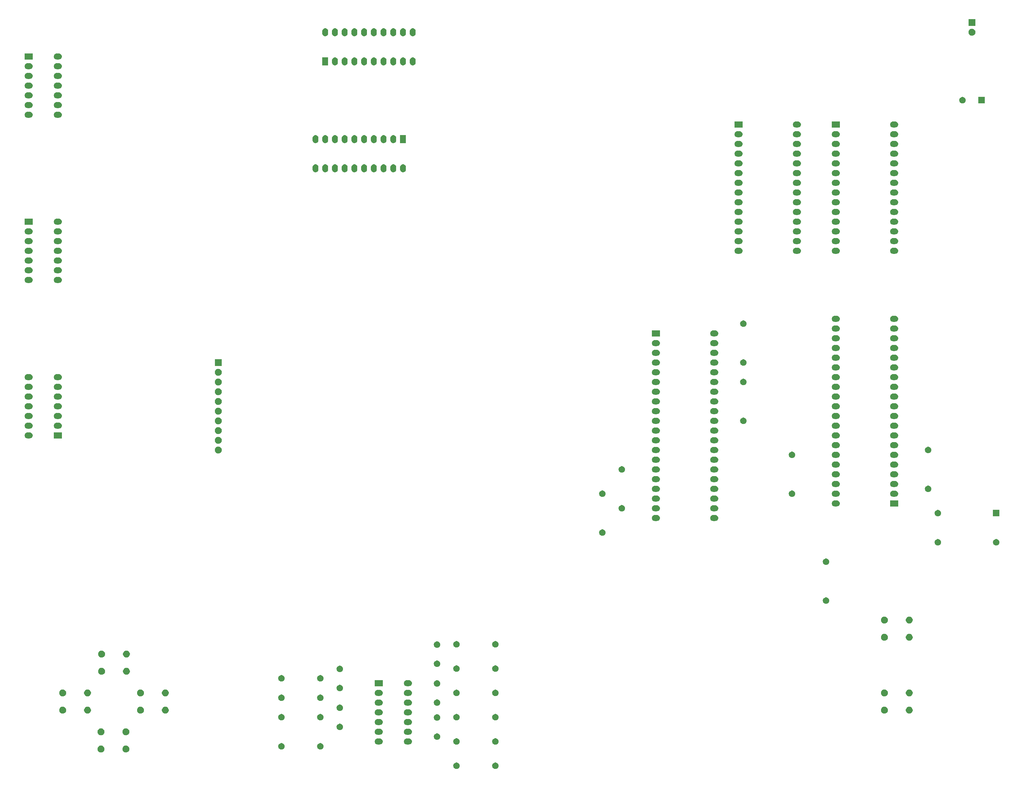
<source format=gbr>
G04 #@! TF.GenerationSoftware,KiCad,Pcbnew,(5.1.5-0)*
G04 #@! TF.CreationDate,2020-09-26T19:30:37-04:00*
G04 #@! TF.ProjectId,vectron_handheld_pcb,76656374-726f-46e5-9f68-616e6468656c,rev?*
G04 #@! TF.SameCoordinates,Original*
G04 #@! TF.FileFunction,Soldermask,Top*
G04 #@! TF.FilePolarity,Negative*
%FSLAX46Y46*%
G04 Gerber Fmt 4.6, Leading zero omitted, Abs format (unit mm)*
G04 Created by KiCad (PCBNEW (5.1.5-0)) date 2020-09-26 19:30:37*
%MOMM*%
%LPD*%
G04 APERTURE LIST*
%ADD10C,0.100000*%
G04 APERTURE END LIST*
D10*
G36*
X98038228Y-188411703D02*
G01*
X98193100Y-188475853D01*
X98332481Y-188568985D01*
X98451015Y-188687519D01*
X98544147Y-188826900D01*
X98608297Y-188981772D01*
X98641000Y-189146184D01*
X98641000Y-189313816D01*
X98608297Y-189478228D01*
X98544147Y-189633100D01*
X98451015Y-189772481D01*
X98332481Y-189891015D01*
X98193100Y-189984147D01*
X98038228Y-190048297D01*
X97873816Y-190081000D01*
X97706184Y-190081000D01*
X97541772Y-190048297D01*
X97386900Y-189984147D01*
X97247519Y-189891015D01*
X97128985Y-189772481D01*
X97035853Y-189633100D01*
X96971703Y-189478228D01*
X96939000Y-189313816D01*
X96939000Y-189146184D01*
X96971703Y-188981772D01*
X97035853Y-188826900D01*
X97128985Y-188687519D01*
X97247519Y-188568985D01*
X97386900Y-188475853D01*
X97541772Y-188411703D01*
X97706184Y-188379000D01*
X97873816Y-188379000D01*
X98038228Y-188411703D01*
G37*
G36*
X87878228Y-188411703D02*
G01*
X88033100Y-188475853D01*
X88172481Y-188568985D01*
X88291015Y-188687519D01*
X88384147Y-188826900D01*
X88448297Y-188981772D01*
X88481000Y-189146184D01*
X88481000Y-189313816D01*
X88448297Y-189478228D01*
X88384147Y-189633100D01*
X88291015Y-189772481D01*
X88172481Y-189891015D01*
X88033100Y-189984147D01*
X87878228Y-190048297D01*
X87713816Y-190081000D01*
X87546184Y-190081000D01*
X87381772Y-190048297D01*
X87226900Y-189984147D01*
X87087519Y-189891015D01*
X86968985Y-189772481D01*
X86875853Y-189633100D01*
X86811703Y-189478228D01*
X86779000Y-189313816D01*
X86779000Y-189146184D01*
X86811703Y-188981772D01*
X86875853Y-188826900D01*
X86968985Y-188687519D01*
X87087519Y-188568985D01*
X87226900Y-188475853D01*
X87381772Y-188411703D01*
X87546184Y-188379000D01*
X87713816Y-188379000D01*
X87878228Y-188411703D01*
G37*
G36*
X1383512Y-183943927D02*
G01*
X1532812Y-183973624D01*
X1696784Y-184041544D01*
X1844354Y-184140147D01*
X1969853Y-184265646D01*
X2068456Y-184413216D01*
X2136376Y-184577188D01*
X2171000Y-184751259D01*
X2171000Y-184928741D01*
X2136376Y-185102812D01*
X2068456Y-185266784D01*
X1969853Y-185414354D01*
X1844354Y-185539853D01*
X1696784Y-185638456D01*
X1532812Y-185706376D01*
X1383512Y-185736073D01*
X1358742Y-185741000D01*
X1181258Y-185741000D01*
X1156488Y-185736073D01*
X1007188Y-185706376D01*
X843216Y-185638456D01*
X695646Y-185539853D01*
X570147Y-185414354D01*
X471544Y-185266784D01*
X403624Y-185102812D01*
X369000Y-184928741D01*
X369000Y-184751259D01*
X403624Y-184577188D01*
X471544Y-184413216D01*
X570147Y-184265646D01*
X695646Y-184140147D01*
X843216Y-184041544D01*
X1007188Y-183973624D01*
X1156488Y-183943927D01*
X1181258Y-183939000D01*
X1358742Y-183939000D01*
X1383512Y-183943927D01*
G37*
G36*
X-5116488Y-183943927D02*
G01*
X-4967188Y-183973624D01*
X-4803216Y-184041544D01*
X-4655646Y-184140147D01*
X-4530147Y-184265646D01*
X-4431544Y-184413216D01*
X-4363624Y-184577188D01*
X-4329000Y-184751259D01*
X-4329000Y-184928741D01*
X-4363624Y-185102812D01*
X-4431544Y-185266784D01*
X-4530147Y-185414354D01*
X-4655646Y-185539853D01*
X-4803216Y-185638456D01*
X-4967188Y-185706376D01*
X-5116488Y-185736073D01*
X-5141258Y-185741000D01*
X-5318742Y-185741000D01*
X-5343512Y-185736073D01*
X-5492812Y-185706376D01*
X-5656784Y-185638456D01*
X-5804354Y-185539853D01*
X-5929853Y-185414354D01*
X-6028456Y-185266784D01*
X-6096376Y-185102812D01*
X-6131000Y-184928741D01*
X-6131000Y-184751259D01*
X-6096376Y-184577188D01*
X-6028456Y-184413216D01*
X-5929853Y-184265646D01*
X-5804354Y-184140147D01*
X-5656784Y-184041544D01*
X-5492812Y-183973624D01*
X-5343512Y-183943927D01*
X-5318742Y-183939000D01*
X-5141258Y-183939000D01*
X-5116488Y-183943927D01*
G37*
G36*
X52318228Y-183331703D02*
G01*
X52473100Y-183395853D01*
X52612481Y-183488985D01*
X52731015Y-183607519D01*
X52824147Y-183746900D01*
X52888297Y-183901772D01*
X52921000Y-184066184D01*
X52921000Y-184233816D01*
X52888297Y-184398228D01*
X52824147Y-184553100D01*
X52731015Y-184692481D01*
X52612481Y-184811015D01*
X52473100Y-184904147D01*
X52318228Y-184968297D01*
X52153816Y-185001000D01*
X51986184Y-185001000D01*
X51821772Y-184968297D01*
X51666900Y-184904147D01*
X51527519Y-184811015D01*
X51408985Y-184692481D01*
X51315853Y-184553100D01*
X51251703Y-184398228D01*
X51219000Y-184233816D01*
X51219000Y-184066184D01*
X51251703Y-183901772D01*
X51315853Y-183746900D01*
X51408985Y-183607519D01*
X51527519Y-183488985D01*
X51666900Y-183395853D01*
X51821772Y-183331703D01*
X51986184Y-183299000D01*
X52153816Y-183299000D01*
X52318228Y-183331703D01*
G37*
G36*
X42158228Y-183331703D02*
G01*
X42313100Y-183395853D01*
X42452481Y-183488985D01*
X42571015Y-183607519D01*
X42664147Y-183746900D01*
X42728297Y-183901772D01*
X42761000Y-184066184D01*
X42761000Y-184233816D01*
X42728297Y-184398228D01*
X42664147Y-184553100D01*
X42571015Y-184692481D01*
X42452481Y-184811015D01*
X42313100Y-184904147D01*
X42158228Y-184968297D01*
X41993816Y-185001000D01*
X41826184Y-185001000D01*
X41661772Y-184968297D01*
X41506900Y-184904147D01*
X41367519Y-184811015D01*
X41248985Y-184692481D01*
X41155853Y-184553100D01*
X41091703Y-184398228D01*
X41059000Y-184233816D01*
X41059000Y-184066184D01*
X41091703Y-183901772D01*
X41155853Y-183746900D01*
X41248985Y-183607519D01*
X41367519Y-183488985D01*
X41506900Y-183395853D01*
X41661772Y-183331703D01*
X41826184Y-183299000D01*
X41993816Y-183299000D01*
X42158228Y-183331703D01*
G37*
G36*
X98038228Y-182061703D02*
G01*
X98193100Y-182125853D01*
X98332481Y-182218985D01*
X98451015Y-182337519D01*
X98544147Y-182476900D01*
X98608297Y-182631772D01*
X98641000Y-182796184D01*
X98641000Y-182963816D01*
X98608297Y-183128228D01*
X98544147Y-183283100D01*
X98451015Y-183422481D01*
X98332481Y-183541015D01*
X98193100Y-183634147D01*
X98038228Y-183698297D01*
X97873816Y-183731000D01*
X97706184Y-183731000D01*
X97541772Y-183698297D01*
X97386900Y-183634147D01*
X97247519Y-183541015D01*
X97128985Y-183422481D01*
X97035853Y-183283100D01*
X96971703Y-183128228D01*
X96939000Y-182963816D01*
X96939000Y-182796184D01*
X96971703Y-182631772D01*
X97035853Y-182476900D01*
X97128985Y-182337519D01*
X97247519Y-182218985D01*
X97386900Y-182125853D01*
X97541772Y-182061703D01*
X97706184Y-182029000D01*
X97873816Y-182029000D01*
X98038228Y-182061703D01*
G37*
G36*
X87878228Y-182061703D02*
G01*
X88033100Y-182125853D01*
X88172481Y-182218985D01*
X88291015Y-182337519D01*
X88384147Y-182476900D01*
X88448297Y-182631772D01*
X88481000Y-182796184D01*
X88481000Y-182963816D01*
X88448297Y-183128228D01*
X88384147Y-183283100D01*
X88291015Y-183422481D01*
X88172481Y-183541015D01*
X88033100Y-183634147D01*
X87878228Y-183698297D01*
X87713816Y-183731000D01*
X87546184Y-183731000D01*
X87381772Y-183698297D01*
X87226900Y-183634147D01*
X87087519Y-183541015D01*
X86968985Y-183422481D01*
X86875853Y-183283100D01*
X86811703Y-183128228D01*
X86779000Y-182963816D01*
X86779000Y-182796184D01*
X86811703Y-182631772D01*
X86875853Y-182476900D01*
X86968985Y-182337519D01*
X87087519Y-182218985D01*
X87226900Y-182125853D01*
X87381772Y-182061703D01*
X87546184Y-182029000D01*
X87713816Y-182029000D01*
X87878228Y-182061703D01*
G37*
G36*
X75285629Y-182112719D02*
G01*
X75361142Y-182120156D01*
X75506476Y-182164243D01*
X75506479Y-182164244D01*
X75640416Y-182235835D01*
X75757817Y-182332183D01*
X75854165Y-182449584D01*
X75925756Y-182583521D01*
X75925757Y-182583524D01*
X75969844Y-182728858D01*
X75984730Y-182880000D01*
X75969844Y-183031142D01*
X75925757Y-183176476D01*
X75925756Y-183176479D01*
X75854165Y-183310416D01*
X75757817Y-183427817D01*
X75640416Y-183524165D01*
X75506479Y-183595756D01*
X75506476Y-183595757D01*
X75361142Y-183639844D01*
X75285629Y-183647281D01*
X75247873Y-183651000D01*
X74612127Y-183651000D01*
X74574371Y-183647281D01*
X74498858Y-183639844D01*
X74353524Y-183595757D01*
X74353521Y-183595756D01*
X74219584Y-183524165D01*
X74102183Y-183427817D01*
X74005835Y-183310416D01*
X73934244Y-183176479D01*
X73934243Y-183176476D01*
X73890156Y-183031142D01*
X73875270Y-182880000D01*
X73890156Y-182728858D01*
X73934243Y-182583524D01*
X73934244Y-182583521D01*
X74005835Y-182449584D01*
X74102183Y-182332183D01*
X74219584Y-182235835D01*
X74353521Y-182164244D01*
X74353524Y-182164243D01*
X74498858Y-182120156D01*
X74574371Y-182112719D01*
X74612127Y-182109000D01*
X75247873Y-182109000D01*
X75285629Y-182112719D01*
G37*
G36*
X67665629Y-182112719D02*
G01*
X67741142Y-182120156D01*
X67886476Y-182164243D01*
X67886479Y-182164244D01*
X68020416Y-182235835D01*
X68137817Y-182332183D01*
X68234165Y-182449584D01*
X68305756Y-182583521D01*
X68305757Y-182583524D01*
X68349844Y-182728858D01*
X68364730Y-182880000D01*
X68349844Y-183031142D01*
X68305757Y-183176476D01*
X68305756Y-183176479D01*
X68234165Y-183310416D01*
X68137817Y-183427817D01*
X68020416Y-183524165D01*
X67886479Y-183595756D01*
X67886476Y-183595757D01*
X67741142Y-183639844D01*
X67665629Y-183647281D01*
X67627873Y-183651000D01*
X66992127Y-183651000D01*
X66954371Y-183647281D01*
X66878858Y-183639844D01*
X66733524Y-183595757D01*
X66733521Y-183595756D01*
X66599584Y-183524165D01*
X66482183Y-183427817D01*
X66385835Y-183310416D01*
X66314244Y-183176479D01*
X66314243Y-183176476D01*
X66270156Y-183031142D01*
X66255270Y-182880000D01*
X66270156Y-182728858D01*
X66314243Y-182583524D01*
X66314244Y-182583521D01*
X66385835Y-182449584D01*
X66482183Y-182332183D01*
X66599584Y-182235835D01*
X66733521Y-182164244D01*
X66733524Y-182164243D01*
X66878858Y-182120156D01*
X66954371Y-182112719D01*
X66992127Y-182109000D01*
X67627873Y-182109000D01*
X67665629Y-182112719D01*
G37*
G36*
X82798228Y-180791703D02*
G01*
X82953100Y-180855853D01*
X83092481Y-180948985D01*
X83211015Y-181067519D01*
X83304147Y-181206900D01*
X83368297Y-181361772D01*
X83401000Y-181526184D01*
X83401000Y-181693816D01*
X83368297Y-181858228D01*
X83304147Y-182013100D01*
X83211015Y-182152481D01*
X83092481Y-182271015D01*
X82953100Y-182364147D01*
X82798228Y-182428297D01*
X82633816Y-182461000D01*
X82466184Y-182461000D01*
X82301772Y-182428297D01*
X82146900Y-182364147D01*
X82007519Y-182271015D01*
X81888985Y-182152481D01*
X81795853Y-182013100D01*
X81731703Y-181858228D01*
X81699000Y-181693816D01*
X81699000Y-181526184D01*
X81731703Y-181361772D01*
X81795853Y-181206900D01*
X81888985Y-181067519D01*
X82007519Y-180948985D01*
X82146900Y-180855853D01*
X82301772Y-180791703D01*
X82466184Y-180759000D01*
X82633816Y-180759000D01*
X82798228Y-180791703D01*
G37*
G36*
X-5116488Y-179443927D02*
G01*
X-4967188Y-179473624D01*
X-4803216Y-179541544D01*
X-4655646Y-179640147D01*
X-4530147Y-179765646D01*
X-4431544Y-179913216D01*
X-4363624Y-180077188D01*
X-4329000Y-180251259D01*
X-4329000Y-180428741D01*
X-4363624Y-180602812D01*
X-4431544Y-180766784D01*
X-4530147Y-180914354D01*
X-4655646Y-181039853D01*
X-4803216Y-181138456D01*
X-4967188Y-181206376D01*
X-5116488Y-181236073D01*
X-5141258Y-181241000D01*
X-5318742Y-181241000D01*
X-5343512Y-181236073D01*
X-5492812Y-181206376D01*
X-5656784Y-181138456D01*
X-5804354Y-181039853D01*
X-5929853Y-180914354D01*
X-6028456Y-180766784D01*
X-6096376Y-180602812D01*
X-6131000Y-180428741D01*
X-6131000Y-180251259D01*
X-6096376Y-180077188D01*
X-6028456Y-179913216D01*
X-5929853Y-179765646D01*
X-5804354Y-179640147D01*
X-5656784Y-179541544D01*
X-5492812Y-179473624D01*
X-5343512Y-179443927D01*
X-5318742Y-179439000D01*
X-5141258Y-179439000D01*
X-5116488Y-179443927D01*
G37*
G36*
X1383512Y-179443927D02*
G01*
X1532812Y-179473624D01*
X1696784Y-179541544D01*
X1844354Y-179640147D01*
X1969853Y-179765646D01*
X2068456Y-179913216D01*
X2136376Y-180077188D01*
X2171000Y-180251259D01*
X2171000Y-180428741D01*
X2136376Y-180602812D01*
X2068456Y-180766784D01*
X1969853Y-180914354D01*
X1844354Y-181039853D01*
X1696784Y-181138456D01*
X1532812Y-181206376D01*
X1383512Y-181236073D01*
X1358742Y-181241000D01*
X1181258Y-181241000D01*
X1156488Y-181236073D01*
X1007188Y-181206376D01*
X843216Y-181138456D01*
X695646Y-181039853D01*
X570147Y-180914354D01*
X471544Y-180766784D01*
X403624Y-180602812D01*
X369000Y-180428741D01*
X369000Y-180251259D01*
X403624Y-180077188D01*
X471544Y-179913216D01*
X570147Y-179765646D01*
X695646Y-179640147D01*
X843216Y-179541544D01*
X1007188Y-179473624D01*
X1156488Y-179443927D01*
X1181258Y-179439000D01*
X1358742Y-179439000D01*
X1383512Y-179443927D01*
G37*
G36*
X67665629Y-179572719D02*
G01*
X67741142Y-179580156D01*
X67886476Y-179624243D01*
X67886479Y-179624244D01*
X68020416Y-179695835D01*
X68137817Y-179792183D01*
X68234165Y-179909584D01*
X68305756Y-180043521D01*
X68305757Y-180043524D01*
X68349844Y-180188858D01*
X68364730Y-180340000D01*
X68349844Y-180491142D01*
X68315969Y-180602811D01*
X68305756Y-180636479D01*
X68234165Y-180770416D01*
X68137817Y-180887817D01*
X68020416Y-180984165D01*
X67886479Y-181055756D01*
X67886476Y-181055757D01*
X67741142Y-181099844D01*
X67665629Y-181107281D01*
X67627873Y-181111000D01*
X66992127Y-181111000D01*
X66954371Y-181107281D01*
X66878858Y-181099844D01*
X66733524Y-181055757D01*
X66733521Y-181055756D01*
X66599584Y-180984165D01*
X66482183Y-180887817D01*
X66385835Y-180770416D01*
X66314244Y-180636479D01*
X66304031Y-180602811D01*
X66270156Y-180491142D01*
X66255270Y-180340000D01*
X66270156Y-180188858D01*
X66314243Y-180043524D01*
X66314244Y-180043521D01*
X66385835Y-179909584D01*
X66482183Y-179792183D01*
X66599584Y-179695835D01*
X66733521Y-179624244D01*
X66733524Y-179624243D01*
X66878858Y-179580156D01*
X66954371Y-179572719D01*
X66992127Y-179569000D01*
X67627873Y-179569000D01*
X67665629Y-179572719D01*
G37*
G36*
X75285629Y-179572719D02*
G01*
X75361142Y-179580156D01*
X75506476Y-179624243D01*
X75506479Y-179624244D01*
X75640416Y-179695835D01*
X75757817Y-179792183D01*
X75854165Y-179909584D01*
X75925756Y-180043521D01*
X75925757Y-180043524D01*
X75969844Y-180188858D01*
X75984730Y-180340000D01*
X75969844Y-180491142D01*
X75935969Y-180602811D01*
X75925756Y-180636479D01*
X75854165Y-180770416D01*
X75757817Y-180887817D01*
X75640416Y-180984165D01*
X75506479Y-181055756D01*
X75506476Y-181055757D01*
X75361142Y-181099844D01*
X75285629Y-181107281D01*
X75247873Y-181111000D01*
X74612127Y-181111000D01*
X74574371Y-181107281D01*
X74498858Y-181099844D01*
X74353524Y-181055757D01*
X74353521Y-181055756D01*
X74219584Y-180984165D01*
X74102183Y-180887817D01*
X74005835Y-180770416D01*
X73934244Y-180636479D01*
X73924031Y-180602811D01*
X73890156Y-180491142D01*
X73875270Y-180340000D01*
X73890156Y-180188858D01*
X73934243Y-180043524D01*
X73934244Y-180043521D01*
X74005835Y-179909584D01*
X74102183Y-179792183D01*
X74219584Y-179695835D01*
X74353521Y-179624244D01*
X74353524Y-179624243D01*
X74498858Y-179580156D01*
X74574371Y-179572719D01*
X74612127Y-179569000D01*
X75247873Y-179569000D01*
X75285629Y-179572719D01*
G37*
G36*
X57398228Y-178251703D02*
G01*
X57553100Y-178315853D01*
X57692481Y-178408985D01*
X57811015Y-178527519D01*
X57904147Y-178666900D01*
X57968297Y-178821772D01*
X58001000Y-178986184D01*
X58001000Y-179153816D01*
X57968297Y-179318228D01*
X57904147Y-179473100D01*
X57811015Y-179612481D01*
X57692481Y-179731015D01*
X57553100Y-179824147D01*
X57398228Y-179888297D01*
X57233816Y-179921000D01*
X57066184Y-179921000D01*
X56901772Y-179888297D01*
X56746900Y-179824147D01*
X56607519Y-179731015D01*
X56488985Y-179612481D01*
X56395853Y-179473100D01*
X56331703Y-179318228D01*
X56299000Y-179153816D01*
X56299000Y-178986184D01*
X56331703Y-178821772D01*
X56395853Y-178666900D01*
X56488985Y-178527519D01*
X56607519Y-178408985D01*
X56746900Y-178315853D01*
X56901772Y-178251703D01*
X57066184Y-178219000D01*
X57233816Y-178219000D01*
X57398228Y-178251703D01*
G37*
G36*
X67665629Y-177032719D02*
G01*
X67741142Y-177040156D01*
X67886476Y-177084243D01*
X67886479Y-177084244D01*
X68020416Y-177155835D01*
X68137817Y-177252183D01*
X68234165Y-177369584D01*
X68305756Y-177503521D01*
X68305757Y-177503524D01*
X68349844Y-177648858D01*
X68364730Y-177800000D01*
X68349844Y-177951142D01*
X68305757Y-178096476D01*
X68305756Y-178096479D01*
X68234165Y-178230416D01*
X68137817Y-178347817D01*
X68020416Y-178444165D01*
X67886479Y-178515756D01*
X67886476Y-178515757D01*
X67741142Y-178559844D01*
X67665629Y-178567281D01*
X67627873Y-178571000D01*
X66992127Y-178571000D01*
X66954371Y-178567281D01*
X66878858Y-178559844D01*
X66733524Y-178515757D01*
X66733521Y-178515756D01*
X66599584Y-178444165D01*
X66482183Y-178347817D01*
X66385835Y-178230416D01*
X66314244Y-178096479D01*
X66314243Y-178096476D01*
X66270156Y-177951142D01*
X66255270Y-177800000D01*
X66270156Y-177648858D01*
X66314243Y-177503524D01*
X66314244Y-177503521D01*
X66385835Y-177369584D01*
X66482183Y-177252183D01*
X66599584Y-177155835D01*
X66733521Y-177084244D01*
X66733524Y-177084243D01*
X66878858Y-177040156D01*
X66954371Y-177032719D01*
X66992127Y-177029000D01*
X67627873Y-177029000D01*
X67665629Y-177032719D01*
G37*
G36*
X75285629Y-177032719D02*
G01*
X75361142Y-177040156D01*
X75506476Y-177084243D01*
X75506479Y-177084244D01*
X75640416Y-177155835D01*
X75757817Y-177252183D01*
X75854165Y-177369584D01*
X75925756Y-177503521D01*
X75925757Y-177503524D01*
X75969844Y-177648858D01*
X75984730Y-177800000D01*
X75969844Y-177951142D01*
X75925757Y-178096476D01*
X75925756Y-178096479D01*
X75854165Y-178230416D01*
X75757817Y-178347817D01*
X75640416Y-178444165D01*
X75506479Y-178515756D01*
X75506476Y-178515757D01*
X75361142Y-178559844D01*
X75285629Y-178567281D01*
X75247873Y-178571000D01*
X74612127Y-178571000D01*
X74574371Y-178567281D01*
X74498858Y-178559844D01*
X74353524Y-178515757D01*
X74353521Y-178515756D01*
X74219584Y-178444165D01*
X74102183Y-178347817D01*
X74005835Y-178230416D01*
X73934244Y-178096479D01*
X73934243Y-178096476D01*
X73890156Y-177951142D01*
X73875270Y-177800000D01*
X73890156Y-177648858D01*
X73934243Y-177503524D01*
X73934244Y-177503521D01*
X74005835Y-177369584D01*
X74102183Y-177252183D01*
X74219584Y-177155835D01*
X74353521Y-177084244D01*
X74353524Y-177084243D01*
X74498858Y-177040156D01*
X74574371Y-177032719D01*
X74612127Y-177029000D01*
X75247873Y-177029000D01*
X75285629Y-177032719D01*
G37*
G36*
X82798228Y-175791703D02*
G01*
X82953100Y-175855853D01*
X83092481Y-175948985D01*
X83211015Y-176067519D01*
X83304147Y-176206900D01*
X83368297Y-176361772D01*
X83401000Y-176526184D01*
X83401000Y-176693816D01*
X83368297Y-176858228D01*
X83304147Y-177013100D01*
X83211015Y-177152481D01*
X83092481Y-177271015D01*
X82953100Y-177364147D01*
X82798228Y-177428297D01*
X82633816Y-177461000D01*
X82466184Y-177461000D01*
X82301772Y-177428297D01*
X82146900Y-177364147D01*
X82007519Y-177271015D01*
X81888985Y-177152481D01*
X81795853Y-177013100D01*
X81731703Y-176858228D01*
X81699000Y-176693816D01*
X81699000Y-176526184D01*
X81731703Y-176361772D01*
X81795853Y-176206900D01*
X81888985Y-176067519D01*
X82007519Y-175948985D01*
X82146900Y-175855853D01*
X82301772Y-175791703D01*
X82466184Y-175759000D01*
X82633816Y-175759000D01*
X82798228Y-175791703D01*
G37*
G36*
X52318228Y-175711703D02*
G01*
X52473100Y-175775853D01*
X52612481Y-175868985D01*
X52731015Y-175987519D01*
X52824147Y-176126900D01*
X52888297Y-176281772D01*
X52921000Y-176446184D01*
X52921000Y-176613816D01*
X52888297Y-176778228D01*
X52824147Y-176933100D01*
X52731015Y-177072481D01*
X52612481Y-177191015D01*
X52473100Y-177284147D01*
X52318228Y-177348297D01*
X52153816Y-177381000D01*
X51986184Y-177381000D01*
X51821772Y-177348297D01*
X51666900Y-177284147D01*
X51527519Y-177191015D01*
X51408985Y-177072481D01*
X51315853Y-176933100D01*
X51251703Y-176778228D01*
X51219000Y-176613816D01*
X51219000Y-176446184D01*
X51251703Y-176281772D01*
X51315853Y-176126900D01*
X51408985Y-175987519D01*
X51527519Y-175868985D01*
X51666900Y-175775853D01*
X51821772Y-175711703D01*
X51986184Y-175679000D01*
X52153816Y-175679000D01*
X52318228Y-175711703D01*
G37*
G36*
X87878228Y-175711703D02*
G01*
X88033100Y-175775853D01*
X88172481Y-175868985D01*
X88291015Y-175987519D01*
X88384147Y-176126900D01*
X88448297Y-176281772D01*
X88481000Y-176446184D01*
X88481000Y-176613816D01*
X88448297Y-176778228D01*
X88384147Y-176933100D01*
X88291015Y-177072481D01*
X88172481Y-177191015D01*
X88033100Y-177284147D01*
X87878228Y-177348297D01*
X87713816Y-177381000D01*
X87546184Y-177381000D01*
X87381772Y-177348297D01*
X87226900Y-177284147D01*
X87087519Y-177191015D01*
X86968985Y-177072481D01*
X86875853Y-176933100D01*
X86811703Y-176778228D01*
X86779000Y-176613816D01*
X86779000Y-176446184D01*
X86811703Y-176281772D01*
X86875853Y-176126900D01*
X86968985Y-175987519D01*
X87087519Y-175868985D01*
X87226900Y-175775853D01*
X87381772Y-175711703D01*
X87546184Y-175679000D01*
X87713816Y-175679000D01*
X87878228Y-175711703D01*
G37*
G36*
X42158228Y-175711703D02*
G01*
X42313100Y-175775853D01*
X42452481Y-175868985D01*
X42571015Y-175987519D01*
X42664147Y-176126900D01*
X42728297Y-176281772D01*
X42761000Y-176446184D01*
X42761000Y-176613816D01*
X42728297Y-176778228D01*
X42664147Y-176933100D01*
X42571015Y-177072481D01*
X42452481Y-177191015D01*
X42313100Y-177284147D01*
X42158228Y-177348297D01*
X41993816Y-177381000D01*
X41826184Y-177381000D01*
X41661772Y-177348297D01*
X41506900Y-177284147D01*
X41367519Y-177191015D01*
X41248985Y-177072481D01*
X41155853Y-176933100D01*
X41091703Y-176778228D01*
X41059000Y-176613816D01*
X41059000Y-176446184D01*
X41091703Y-176281772D01*
X41155853Y-176126900D01*
X41248985Y-175987519D01*
X41367519Y-175868985D01*
X41506900Y-175775853D01*
X41661772Y-175711703D01*
X41826184Y-175679000D01*
X41993816Y-175679000D01*
X42158228Y-175711703D01*
G37*
G36*
X98038228Y-175711703D02*
G01*
X98193100Y-175775853D01*
X98332481Y-175868985D01*
X98451015Y-175987519D01*
X98544147Y-176126900D01*
X98608297Y-176281772D01*
X98641000Y-176446184D01*
X98641000Y-176613816D01*
X98608297Y-176778228D01*
X98544147Y-176933100D01*
X98451015Y-177072481D01*
X98332481Y-177191015D01*
X98193100Y-177284147D01*
X98038228Y-177348297D01*
X97873816Y-177381000D01*
X97706184Y-177381000D01*
X97541772Y-177348297D01*
X97386900Y-177284147D01*
X97247519Y-177191015D01*
X97128985Y-177072481D01*
X97035853Y-176933100D01*
X96971703Y-176778228D01*
X96939000Y-176613816D01*
X96939000Y-176446184D01*
X96971703Y-176281772D01*
X97035853Y-176126900D01*
X97128985Y-175987519D01*
X97247519Y-175868985D01*
X97386900Y-175775853D01*
X97541772Y-175711703D01*
X97706184Y-175679000D01*
X97873816Y-175679000D01*
X98038228Y-175711703D01*
G37*
G36*
X67665629Y-174492719D02*
G01*
X67741142Y-174500156D01*
X67886476Y-174544243D01*
X67886479Y-174544244D01*
X68020416Y-174615835D01*
X68137817Y-174712183D01*
X68234165Y-174829584D01*
X68305756Y-174963521D01*
X68305757Y-174963524D01*
X68349844Y-175108858D01*
X68364730Y-175260000D01*
X68349844Y-175411142D01*
X68329424Y-175478456D01*
X68305756Y-175556479D01*
X68234165Y-175690416D01*
X68137817Y-175807817D01*
X68020416Y-175904165D01*
X67886479Y-175975756D01*
X67886476Y-175975757D01*
X67741142Y-176019844D01*
X67665629Y-176027281D01*
X67627873Y-176031000D01*
X66992127Y-176031000D01*
X66954371Y-176027281D01*
X66878858Y-176019844D01*
X66733524Y-175975757D01*
X66733521Y-175975756D01*
X66599584Y-175904165D01*
X66482183Y-175807817D01*
X66385835Y-175690416D01*
X66314244Y-175556479D01*
X66290576Y-175478456D01*
X66270156Y-175411142D01*
X66255270Y-175260000D01*
X66270156Y-175108858D01*
X66314243Y-174963524D01*
X66314244Y-174963521D01*
X66385835Y-174829584D01*
X66482183Y-174712183D01*
X66599584Y-174615835D01*
X66733521Y-174544244D01*
X66733524Y-174544243D01*
X66878858Y-174500156D01*
X66954371Y-174492719D01*
X66992127Y-174489000D01*
X67627873Y-174489000D01*
X67665629Y-174492719D01*
G37*
G36*
X75285629Y-174492719D02*
G01*
X75361142Y-174500156D01*
X75506476Y-174544243D01*
X75506479Y-174544244D01*
X75640416Y-174615835D01*
X75757817Y-174712183D01*
X75854165Y-174829584D01*
X75925756Y-174963521D01*
X75925757Y-174963524D01*
X75969844Y-175108858D01*
X75984730Y-175260000D01*
X75969844Y-175411142D01*
X75949424Y-175478456D01*
X75925756Y-175556479D01*
X75854165Y-175690416D01*
X75757817Y-175807817D01*
X75640416Y-175904165D01*
X75506479Y-175975756D01*
X75506476Y-175975757D01*
X75361142Y-176019844D01*
X75285629Y-176027281D01*
X75247873Y-176031000D01*
X74612127Y-176031000D01*
X74574371Y-176027281D01*
X74498858Y-176019844D01*
X74353524Y-175975757D01*
X74353521Y-175975756D01*
X74219584Y-175904165D01*
X74102183Y-175807817D01*
X74005835Y-175690416D01*
X73934244Y-175556479D01*
X73910576Y-175478456D01*
X73890156Y-175411142D01*
X73875270Y-175260000D01*
X73890156Y-175108858D01*
X73934243Y-174963524D01*
X73934244Y-174963521D01*
X74005835Y-174829584D01*
X74102183Y-174712183D01*
X74219584Y-174615835D01*
X74353521Y-174544244D01*
X74353524Y-174544243D01*
X74498858Y-174500156D01*
X74574371Y-174492719D01*
X74612127Y-174489000D01*
X75247873Y-174489000D01*
X75285629Y-174492719D01*
G37*
G36*
X11693512Y-173783927D02*
G01*
X11842812Y-173813624D01*
X12006784Y-173881544D01*
X12154354Y-173980147D01*
X12279853Y-174105646D01*
X12378456Y-174253216D01*
X12446376Y-174417188D01*
X12481000Y-174591259D01*
X12481000Y-174768741D01*
X12446376Y-174942812D01*
X12378456Y-175106784D01*
X12279853Y-175254354D01*
X12154354Y-175379853D01*
X12006784Y-175478456D01*
X11842812Y-175546376D01*
X11693512Y-175576073D01*
X11668742Y-175581000D01*
X11491258Y-175581000D01*
X11466488Y-175576073D01*
X11317188Y-175546376D01*
X11153216Y-175478456D01*
X11005646Y-175379853D01*
X10880147Y-175254354D01*
X10781544Y-175106784D01*
X10713624Y-174942812D01*
X10679000Y-174768741D01*
X10679000Y-174591259D01*
X10713624Y-174417188D01*
X10781544Y-174253216D01*
X10880147Y-174105646D01*
X11005646Y-173980147D01*
X11153216Y-173881544D01*
X11317188Y-173813624D01*
X11466488Y-173783927D01*
X11491258Y-173779000D01*
X11668742Y-173779000D01*
X11693512Y-173783927D01*
G37*
G36*
X-15126488Y-173783927D02*
G01*
X-14977188Y-173813624D01*
X-14813216Y-173881544D01*
X-14665646Y-173980147D01*
X-14540147Y-174105646D01*
X-14441544Y-174253216D01*
X-14373624Y-174417188D01*
X-14339000Y-174591259D01*
X-14339000Y-174768741D01*
X-14373624Y-174942812D01*
X-14441544Y-175106784D01*
X-14540147Y-175254354D01*
X-14665646Y-175379853D01*
X-14813216Y-175478456D01*
X-14977188Y-175546376D01*
X-15126488Y-175576073D01*
X-15151258Y-175581000D01*
X-15328742Y-175581000D01*
X-15353512Y-175576073D01*
X-15502812Y-175546376D01*
X-15666784Y-175478456D01*
X-15814354Y-175379853D01*
X-15939853Y-175254354D01*
X-16038456Y-175106784D01*
X-16106376Y-174942812D01*
X-16141000Y-174768741D01*
X-16141000Y-174591259D01*
X-16106376Y-174417188D01*
X-16038456Y-174253216D01*
X-15939853Y-174105646D01*
X-15814354Y-173980147D01*
X-15666784Y-173881544D01*
X-15502812Y-173813624D01*
X-15353512Y-173783927D01*
X-15328742Y-173779000D01*
X-15151258Y-173779000D01*
X-15126488Y-173783927D01*
G37*
G36*
X-8626488Y-173783927D02*
G01*
X-8477188Y-173813624D01*
X-8313216Y-173881544D01*
X-8165646Y-173980147D01*
X-8040147Y-174105646D01*
X-7941544Y-174253216D01*
X-7873624Y-174417188D01*
X-7839000Y-174591259D01*
X-7839000Y-174768741D01*
X-7873624Y-174942812D01*
X-7941544Y-175106784D01*
X-8040147Y-175254354D01*
X-8165646Y-175379853D01*
X-8313216Y-175478456D01*
X-8477188Y-175546376D01*
X-8626488Y-175576073D01*
X-8651258Y-175581000D01*
X-8828742Y-175581000D01*
X-8853512Y-175576073D01*
X-9002812Y-175546376D01*
X-9166784Y-175478456D01*
X-9314354Y-175379853D01*
X-9439853Y-175254354D01*
X-9538456Y-175106784D01*
X-9606376Y-174942812D01*
X-9641000Y-174768741D01*
X-9641000Y-174591259D01*
X-9606376Y-174417188D01*
X-9538456Y-174253216D01*
X-9439853Y-174105646D01*
X-9314354Y-173980147D01*
X-9166784Y-173881544D01*
X-9002812Y-173813624D01*
X-8853512Y-173783927D01*
X-8828742Y-173779000D01*
X-8651258Y-173779000D01*
X-8626488Y-173783927D01*
G37*
G36*
X5193512Y-173783927D02*
G01*
X5342812Y-173813624D01*
X5506784Y-173881544D01*
X5654354Y-173980147D01*
X5779853Y-174105646D01*
X5878456Y-174253216D01*
X5946376Y-174417188D01*
X5981000Y-174591259D01*
X5981000Y-174768741D01*
X5946376Y-174942812D01*
X5878456Y-175106784D01*
X5779853Y-175254354D01*
X5654354Y-175379853D01*
X5506784Y-175478456D01*
X5342812Y-175546376D01*
X5193512Y-175576073D01*
X5168742Y-175581000D01*
X4991258Y-175581000D01*
X4966488Y-175576073D01*
X4817188Y-175546376D01*
X4653216Y-175478456D01*
X4505646Y-175379853D01*
X4380147Y-175254354D01*
X4281544Y-175106784D01*
X4213624Y-174942812D01*
X4179000Y-174768741D01*
X4179000Y-174591259D01*
X4213624Y-174417188D01*
X4281544Y-174253216D01*
X4380147Y-174105646D01*
X4505646Y-173980147D01*
X4653216Y-173881544D01*
X4817188Y-173813624D01*
X4966488Y-173783927D01*
X4991258Y-173779000D01*
X5168742Y-173779000D01*
X5193512Y-173783927D01*
G37*
G36*
X199503512Y-173783927D02*
G01*
X199652812Y-173813624D01*
X199816784Y-173881544D01*
X199964354Y-173980147D01*
X200089853Y-174105646D01*
X200188456Y-174253216D01*
X200256376Y-174417188D01*
X200291000Y-174591259D01*
X200291000Y-174768741D01*
X200256376Y-174942812D01*
X200188456Y-175106784D01*
X200089853Y-175254354D01*
X199964354Y-175379853D01*
X199816784Y-175478456D01*
X199652812Y-175546376D01*
X199503512Y-175576073D01*
X199478742Y-175581000D01*
X199301258Y-175581000D01*
X199276488Y-175576073D01*
X199127188Y-175546376D01*
X198963216Y-175478456D01*
X198815646Y-175379853D01*
X198690147Y-175254354D01*
X198591544Y-175106784D01*
X198523624Y-174942812D01*
X198489000Y-174768741D01*
X198489000Y-174591259D01*
X198523624Y-174417188D01*
X198591544Y-174253216D01*
X198690147Y-174105646D01*
X198815646Y-173980147D01*
X198963216Y-173881544D01*
X199127188Y-173813624D01*
X199276488Y-173783927D01*
X199301258Y-173779000D01*
X199478742Y-173779000D01*
X199503512Y-173783927D01*
G37*
G36*
X206003512Y-173783927D02*
G01*
X206152812Y-173813624D01*
X206316784Y-173881544D01*
X206464354Y-173980147D01*
X206589853Y-174105646D01*
X206688456Y-174253216D01*
X206756376Y-174417188D01*
X206791000Y-174591259D01*
X206791000Y-174768741D01*
X206756376Y-174942812D01*
X206688456Y-175106784D01*
X206589853Y-175254354D01*
X206464354Y-175379853D01*
X206316784Y-175478456D01*
X206152812Y-175546376D01*
X206003512Y-175576073D01*
X205978742Y-175581000D01*
X205801258Y-175581000D01*
X205776488Y-175576073D01*
X205627188Y-175546376D01*
X205463216Y-175478456D01*
X205315646Y-175379853D01*
X205190147Y-175254354D01*
X205091544Y-175106784D01*
X205023624Y-174942812D01*
X204989000Y-174768741D01*
X204989000Y-174591259D01*
X205023624Y-174417188D01*
X205091544Y-174253216D01*
X205190147Y-174105646D01*
X205315646Y-173980147D01*
X205463216Y-173881544D01*
X205627188Y-173813624D01*
X205776488Y-173783927D01*
X205801258Y-173779000D01*
X205978742Y-173779000D01*
X206003512Y-173783927D01*
G37*
G36*
X57398228Y-173251703D02*
G01*
X57553100Y-173315853D01*
X57692481Y-173408985D01*
X57811015Y-173527519D01*
X57904147Y-173666900D01*
X57968297Y-173821772D01*
X58001000Y-173986184D01*
X58001000Y-174153816D01*
X57968297Y-174318228D01*
X57904147Y-174473100D01*
X57811015Y-174612481D01*
X57692481Y-174731015D01*
X57553100Y-174824147D01*
X57398228Y-174888297D01*
X57233816Y-174921000D01*
X57066184Y-174921000D01*
X56901772Y-174888297D01*
X56746900Y-174824147D01*
X56607519Y-174731015D01*
X56488985Y-174612481D01*
X56395853Y-174473100D01*
X56331703Y-174318228D01*
X56299000Y-174153816D01*
X56299000Y-173986184D01*
X56331703Y-173821772D01*
X56395853Y-173666900D01*
X56488985Y-173527519D01*
X56607519Y-173408985D01*
X56746900Y-173315853D01*
X56901772Y-173251703D01*
X57066184Y-173219000D01*
X57233816Y-173219000D01*
X57398228Y-173251703D01*
G37*
G36*
X82798228Y-171901703D02*
G01*
X82953100Y-171965853D01*
X83092481Y-172058985D01*
X83211015Y-172177519D01*
X83304147Y-172316900D01*
X83368297Y-172471772D01*
X83401000Y-172636184D01*
X83401000Y-172803816D01*
X83368297Y-172968228D01*
X83304147Y-173123100D01*
X83211015Y-173262481D01*
X83092481Y-173381015D01*
X82953100Y-173474147D01*
X82798228Y-173538297D01*
X82633816Y-173571000D01*
X82466184Y-173571000D01*
X82301772Y-173538297D01*
X82146900Y-173474147D01*
X82007519Y-173381015D01*
X81888985Y-173262481D01*
X81795853Y-173123100D01*
X81731703Y-172968228D01*
X81699000Y-172803816D01*
X81699000Y-172636184D01*
X81731703Y-172471772D01*
X81795853Y-172316900D01*
X81888985Y-172177519D01*
X82007519Y-172058985D01*
X82146900Y-171965853D01*
X82301772Y-171901703D01*
X82466184Y-171869000D01*
X82633816Y-171869000D01*
X82798228Y-171901703D01*
G37*
G36*
X75285629Y-171952719D02*
G01*
X75361142Y-171960156D01*
X75506476Y-172004243D01*
X75506479Y-172004244D01*
X75640416Y-172075835D01*
X75757817Y-172172183D01*
X75854165Y-172289584D01*
X75925756Y-172423521D01*
X75925757Y-172423524D01*
X75969844Y-172568858D01*
X75984730Y-172720000D01*
X75969844Y-172871142D01*
X75925757Y-173016476D01*
X75925756Y-173016479D01*
X75854165Y-173150416D01*
X75757817Y-173267817D01*
X75640416Y-173364165D01*
X75506479Y-173435756D01*
X75506476Y-173435757D01*
X75361142Y-173479844D01*
X75285629Y-173487281D01*
X75247873Y-173491000D01*
X74612127Y-173491000D01*
X74574371Y-173487281D01*
X74498858Y-173479844D01*
X74353524Y-173435757D01*
X74353521Y-173435756D01*
X74219584Y-173364165D01*
X74102183Y-173267817D01*
X74005835Y-173150416D01*
X73934244Y-173016479D01*
X73934243Y-173016476D01*
X73890156Y-172871142D01*
X73875270Y-172720000D01*
X73890156Y-172568858D01*
X73934243Y-172423524D01*
X73934244Y-172423521D01*
X74005835Y-172289584D01*
X74102183Y-172172183D01*
X74219584Y-172075835D01*
X74353521Y-172004244D01*
X74353524Y-172004243D01*
X74498858Y-171960156D01*
X74574371Y-171952719D01*
X74612127Y-171949000D01*
X75247873Y-171949000D01*
X75285629Y-171952719D01*
G37*
G36*
X67665629Y-171952719D02*
G01*
X67741142Y-171960156D01*
X67886476Y-172004243D01*
X67886479Y-172004244D01*
X68020416Y-172075835D01*
X68137817Y-172172183D01*
X68234165Y-172289584D01*
X68305756Y-172423521D01*
X68305757Y-172423524D01*
X68349844Y-172568858D01*
X68364730Y-172720000D01*
X68349844Y-172871142D01*
X68305757Y-173016476D01*
X68305756Y-173016479D01*
X68234165Y-173150416D01*
X68137817Y-173267817D01*
X68020416Y-173364165D01*
X67886479Y-173435756D01*
X67886476Y-173435757D01*
X67741142Y-173479844D01*
X67665629Y-173487281D01*
X67627873Y-173491000D01*
X66992127Y-173491000D01*
X66954371Y-173487281D01*
X66878858Y-173479844D01*
X66733524Y-173435757D01*
X66733521Y-173435756D01*
X66599584Y-173364165D01*
X66482183Y-173267817D01*
X66385835Y-173150416D01*
X66314244Y-173016479D01*
X66314243Y-173016476D01*
X66270156Y-172871142D01*
X66255270Y-172720000D01*
X66270156Y-172568858D01*
X66314243Y-172423524D01*
X66314244Y-172423521D01*
X66385835Y-172289584D01*
X66482183Y-172172183D01*
X66599584Y-172075835D01*
X66733521Y-172004244D01*
X66733524Y-172004243D01*
X66878858Y-171960156D01*
X66954371Y-171952719D01*
X66992127Y-171949000D01*
X67627873Y-171949000D01*
X67665629Y-171952719D01*
G37*
G36*
X42158228Y-170631703D02*
G01*
X42313100Y-170695853D01*
X42452481Y-170788985D01*
X42571015Y-170907519D01*
X42664147Y-171046900D01*
X42728297Y-171201772D01*
X42761000Y-171366184D01*
X42761000Y-171533816D01*
X42728297Y-171698228D01*
X42664147Y-171853100D01*
X42571015Y-171992481D01*
X42452481Y-172111015D01*
X42313100Y-172204147D01*
X42158228Y-172268297D01*
X41993816Y-172301000D01*
X41826184Y-172301000D01*
X41661772Y-172268297D01*
X41506900Y-172204147D01*
X41367519Y-172111015D01*
X41248985Y-171992481D01*
X41155853Y-171853100D01*
X41091703Y-171698228D01*
X41059000Y-171533816D01*
X41059000Y-171366184D01*
X41091703Y-171201772D01*
X41155853Y-171046900D01*
X41248985Y-170907519D01*
X41367519Y-170788985D01*
X41506900Y-170695853D01*
X41661772Y-170631703D01*
X41826184Y-170599000D01*
X41993816Y-170599000D01*
X42158228Y-170631703D01*
G37*
G36*
X52318228Y-170631703D02*
G01*
X52473100Y-170695853D01*
X52612481Y-170788985D01*
X52731015Y-170907519D01*
X52824147Y-171046900D01*
X52888297Y-171201772D01*
X52921000Y-171366184D01*
X52921000Y-171533816D01*
X52888297Y-171698228D01*
X52824147Y-171853100D01*
X52731015Y-171992481D01*
X52612481Y-172111015D01*
X52473100Y-172204147D01*
X52318228Y-172268297D01*
X52153816Y-172301000D01*
X51986184Y-172301000D01*
X51821772Y-172268297D01*
X51666900Y-172204147D01*
X51527519Y-172111015D01*
X51408985Y-171992481D01*
X51315853Y-171853100D01*
X51251703Y-171698228D01*
X51219000Y-171533816D01*
X51219000Y-171366184D01*
X51251703Y-171201772D01*
X51315853Y-171046900D01*
X51408985Y-170907519D01*
X51527519Y-170788985D01*
X51666900Y-170695853D01*
X51821772Y-170631703D01*
X51986184Y-170599000D01*
X52153816Y-170599000D01*
X52318228Y-170631703D01*
G37*
G36*
X11693512Y-169283927D02*
G01*
X11842812Y-169313624D01*
X12006784Y-169381544D01*
X12154354Y-169480147D01*
X12279853Y-169605646D01*
X12378456Y-169753216D01*
X12446376Y-169917188D01*
X12481000Y-170091259D01*
X12481000Y-170268741D01*
X12446376Y-170442812D01*
X12378456Y-170606784D01*
X12279853Y-170754354D01*
X12154354Y-170879853D01*
X12006784Y-170978456D01*
X11842812Y-171046376D01*
X11693512Y-171076073D01*
X11668742Y-171081000D01*
X11491258Y-171081000D01*
X11466488Y-171076073D01*
X11317188Y-171046376D01*
X11153216Y-170978456D01*
X11005646Y-170879853D01*
X10880147Y-170754354D01*
X10781544Y-170606784D01*
X10713624Y-170442812D01*
X10679000Y-170268741D01*
X10679000Y-170091259D01*
X10713624Y-169917188D01*
X10781544Y-169753216D01*
X10880147Y-169605646D01*
X11005646Y-169480147D01*
X11153216Y-169381544D01*
X11317188Y-169313624D01*
X11466488Y-169283927D01*
X11491258Y-169279000D01*
X11668742Y-169279000D01*
X11693512Y-169283927D01*
G37*
G36*
X5193512Y-169283927D02*
G01*
X5342812Y-169313624D01*
X5506784Y-169381544D01*
X5654354Y-169480147D01*
X5779853Y-169605646D01*
X5878456Y-169753216D01*
X5946376Y-169917188D01*
X5981000Y-170091259D01*
X5981000Y-170268741D01*
X5946376Y-170442812D01*
X5878456Y-170606784D01*
X5779853Y-170754354D01*
X5654354Y-170879853D01*
X5506784Y-170978456D01*
X5342812Y-171046376D01*
X5193512Y-171076073D01*
X5168742Y-171081000D01*
X4991258Y-171081000D01*
X4966488Y-171076073D01*
X4817188Y-171046376D01*
X4653216Y-170978456D01*
X4505646Y-170879853D01*
X4380147Y-170754354D01*
X4281544Y-170606784D01*
X4213624Y-170442812D01*
X4179000Y-170268741D01*
X4179000Y-170091259D01*
X4213624Y-169917188D01*
X4281544Y-169753216D01*
X4380147Y-169605646D01*
X4505646Y-169480147D01*
X4653216Y-169381544D01*
X4817188Y-169313624D01*
X4966488Y-169283927D01*
X4991258Y-169279000D01*
X5168742Y-169279000D01*
X5193512Y-169283927D01*
G37*
G36*
X206003512Y-169283927D02*
G01*
X206152812Y-169313624D01*
X206316784Y-169381544D01*
X206464354Y-169480147D01*
X206589853Y-169605646D01*
X206688456Y-169753216D01*
X206756376Y-169917188D01*
X206791000Y-170091259D01*
X206791000Y-170268741D01*
X206756376Y-170442812D01*
X206688456Y-170606784D01*
X206589853Y-170754354D01*
X206464354Y-170879853D01*
X206316784Y-170978456D01*
X206152812Y-171046376D01*
X206003512Y-171076073D01*
X205978742Y-171081000D01*
X205801258Y-171081000D01*
X205776488Y-171076073D01*
X205627188Y-171046376D01*
X205463216Y-170978456D01*
X205315646Y-170879853D01*
X205190147Y-170754354D01*
X205091544Y-170606784D01*
X205023624Y-170442812D01*
X204989000Y-170268741D01*
X204989000Y-170091259D01*
X205023624Y-169917188D01*
X205091544Y-169753216D01*
X205190147Y-169605646D01*
X205315646Y-169480147D01*
X205463216Y-169381544D01*
X205627188Y-169313624D01*
X205776488Y-169283927D01*
X205801258Y-169279000D01*
X205978742Y-169279000D01*
X206003512Y-169283927D01*
G37*
G36*
X199503512Y-169283927D02*
G01*
X199652812Y-169313624D01*
X199816784Y-169381544D01*
X199964354Y-169480147D01*
X200089853Y-169605646D01*
X200188456Y-169753216D01*
X200256376Y-169917188D01*
X200291000Y-170091259D01*
X200291000Y-170268741D01*
X200256376Y-170442812D01*
X200188456Y-170606784D01*
X200089853Y-170754354D01*
X199964354Y-170879853D01*
X199816784Y-170978456D01*
X199652812Y-171046376D01*
X199503512Y-171076073D01*
X199478742Y-171081000D01*
X199301258Y-171081000D01*
X199276488Y-171076073D01*
X199127188Y-171046376D01*
X198963216Y-170978456D01*
X198815646Y-170879853D01*
X198690147Y-170754354D01*
X198591544Y-170606784D01*
X198523624Y-170442812D01*
X198489000Y-170268741D01*
X198489000Y-170091259D01*
X198523624Y-169917188D01*
X198591544Y-169753216D01*
X198690147Y-169605646D01*
X198815646Y-169480147D01*
X198963216Y-169381544D01*
X199127188Y-169313624D01*
X199276488Y-169283927D01*
X199301258Y-169279000D01*
X199478742Y-169279000D01*
X199503512Y-169283927D01*
G37*
G36*
X-8626488Y-169283927D02*
G01*
X-8477188Y-169313624D01*
X-8313216Y-169381544D01*
X-8165646Y-169480147D01*
X-8040147Y-169605646D01*
X-7941544Y-169753216D01*
X-7873624Y-169917188D01*
X-7839000Y-170091259D01*
X-7839000Y-170268741D01*
X-7873624Y-170442812D01*
X-7941544Y-170606784D01*
X-8040147Y-170754354D01*
X-8165646Y-170879853D01*
X-8313216Y-170978456D01*
X-8477188Y-171046376D01*
X-8626488Y-171076073D01*
X-8651258Y-171081000D01*
X-8828742Y-171081000D01*
X-8853512Y-171076073D01*
X-9002812Y-171046376D01*
X-9166784Y-170978456D01*
X-9314354Y-170879853D01*
X-9439853Y-170754354D01*
X-9538456Y-170606784D01*
X-9606376Y-170442812D01*
X-9641000Y-170268741D01*
X-9641000Y-170091259D01*
X-9606376Y-169917188D01*
X-9538456Y-169753216D01*
X-9439853Y-169605646D01*
X-9314354Y-169480147D01*
X-9166784Y-169381544D01*
X-9002812Y-169313624D01*
X-8853512Y-169283927D01*
X-8828742Y-169279000D01*
X-8651258Y-169279000D01*
X-8626488Y-169283927D01*
G37*
G36*
X-15126488Y-169283927D02*
G01*
X-14977188Y-169313624D01*
X-14813216Y-169381544D01*
X-14665646Y-169480147D01*
X-14540147Y-169605646D01*
X-14441544Y-169753216D01*
X-14373624Y-169917188D01*
X-14339000Y-170091259D01*
X-14339000Y-170268741D01*
X-14373624Y-170442812D01*
X-14441544Y-170606784D01*
X-14540147Y-170754354D01*
X-14665646Y-170879853D01*
X-14813216Y-170978456D01*
X-14977188Y-171046376D01*
X-15126488Y-171076073D01*
X-15151258Y-171081000D01*
X-15328742Y-171081000D01*
X-15353512Y-171076073D01*
X-15502812Y-171046376D01*
X-15666784Y-170978456D01*
X-15814354Y-170879853D01*
X-15939853Y-170754354D01*
X-16038456Y-170606784D01*
X-16106376Y-170442812D01*
X-16141000Y-170268741D01*
X-16141000Y-170091259D01*
X-16106376Y-169917188D01*
X-16038456Y-169753216D01*
X-15939853Y-169605646D01*
X-15814354Y-169480147D01*
X-15666784Y-169381544D01*
X-15502812Y-169313624D01*
X-15353512Y-169283927D01*
X-15328742Y-169279000D01*
X-15151258Y-169279000D01*
X-15126488Y-169283927D01*
G37*
G36*
X87878228Y-169361703D02*
G01*
X88033100Y-169425853D01*
X88172481Y-169518985D01*
X88291015Y-169637519D01*
X88384147Y-169776900D01*
X88448297Y-169931772D01*
X88481000Y-170096184D01*
X88481000Y-170263816D01*
X88448297Y-170428228D01*
X88384147Y-170583100D01*
X88291015Y-170722481D01*
X88172481Y-170841015D01*
X88033100Y-170934147D01*
X87878228Y-170998297D01*
X87713816Y-171031000D01*
X87546184Y-171031000D01*
X87381772Y-170998297D01*
X87226900Y-170934147D01*
X87087519Y-170841015D01*
X86968985Y-170722481D01*
X86875853Y-170583100D01*
X86811703Y-170428228D01*
X86779000Y-170263816D01*
X86779000Y-170096184D01*
X86811703Y-169931772D01*
X86875853Y-169776900D01*
X86968985Y-169637519D01*
X87087519Y-169518985D01*
X87226900Y-169425853D01*
X87381772Y-169361703D01*
X87546184Y-169329000D01*
X87713816Y-169329000D01*
X87878228Y-169361703D01*
G37*
G36*
X98038228Y-169361703D02*
G01*
X98193100Y-169425853D01*
X98332481Y-169518985D01*
X98451015Y-169637519D01*
X98544147Y-169776900D01*
X98608297Y-169931772D01*
X98641000Y-170096184D01*
X98641000Y-170263816D01*
X98608297Y-170428228D01*
X98544147Y-170583100D01*
X98451015Y-170722481D01*
X98332481Y-170841015D01*
X98193100Y-170934147D01*
X98038228Y-170998297D01*
X97873816Y-171031000D01*
X97706184Y-171031000D01*
X97541772Y-170998297D01*
X97386900Y-170934147D01*
X97247519Y-170841015D01*
X97128985Y-170722481D01*
X97035853Y-170583100D01*
X96971703Y-170428228D01*
X96939000Y-170263816D01*
X96939000Y-170096184D01*
X96971703Y-169931772D01*
X97035853Y-169776900D01*
X97128985Y-169637519D01*
X97247519Y-169518985D01*
X97386900Y-169425853D01*
X97541772Y-169361703D01*
X97706184Y-169329000D01*
X97873816Y-169329000D01*
X98038228Y-169361703D01*
G37*
G36*
X67665629Y-169412719D02*
G01*
X67741142Y-169420156D01*
X67886476Y-169464243D01*
X67886479Y-169464244D01*
X68020416Y-169535835D01*
X68137817Y-169632183D01*
X68234165Y-169749584D01*
X68305756Y-169883521D01*
X68305757Y-169883524D01*
X68349844Y-170028858D01*
X68364730Y-170180000D01*
X68349844Y-170331142D01*
X68315969Y-170442811D01*
X68305756Y-170476479D01*
X68234165Y-170610416D01*
X68137817Y-170727817D01*
X68020416Y-170824165D01*
X67886479Y-170895756D01*
X67886476Y-170895757D01*
X67741142Y-170939844D01*
X67665629Y-170947281D01*
X67627873Y-170951000D01*
X66992127Y-170951000D01*
X66954371Y-170947281D01*
X66878858Y-170939844D01*
X66733524Y-170895757D01*
X66733521Y-170895756D01*
X66599584Y-170824165D01*
X66482183Y-170727817D01*
X66385835Y-170610416D01*
X66314244Y-170476479D01*
X66304031Y-170442811D01*
X66270156Y-170331142D01*
X66255270Y-170180000D01*
X66270156Y-170028858D01*
X66314243Y-169883524D01*
X66314244Y-169883521D01*
X66385835Y-169749584D01*
X66482183Y-169632183D01*
X66599584Y-169535835D01*
X66733521Y-169464244D01*
X66733524Y-169464243D01*
X66878858Y-169420156D01*
X66954371Y-169412719D01*
X66992127Y-169409000D01*
X67627873Y-169409000D01*
X67665629Y-169412719D01*
G37*
G36*
X75285629Y-169412719D02*
G01*
X75361142Y-169420156D01*
X75506476Y-169464243D01*
X75506479Y-169464244D01*
X75640416Y-169535835D01*
X75757817Y-169632183D01*
X75854165Y-169749584D01*
X75925756Y-169883521D01*
X75925757Y-169883524D01*
X75969844Y-170028858D01*
X75984730Y-170180000D01*
X75969844Y-170331142D01*
X75935969Y-170442811D01*
X75925756Y-170476479D01*
X75854165Y-170610416D01*
X75757817Y-170727817D01*
X75640416Y-170824165D01*
X75506479Y-170895756D01*
X75506476Y-170895757D01*
X75361142Y-170939844D01*
X75285629Y-170947281D01*
X75247873Y-170951000D01*
X74612127Y-170951000D01*
X74574371Y-170947281D01*
X74498858Y-170939844D01*
X74353524Y-170895757D01*
X74353521Y-170895756D01*
X74219584Y-170824165D01*
X74102183Y-170727817D01*
X74005835Y-170610416D01*
X73934244Y-170476479D01*
X73924031Y-170442811D01*
X73890156Y-170331142D01*
X73875270Y-170180000D01*
X73890156Y-170028858D01*
X73934243Y-169883524D01*
X73934244Y-169883521D01*
X74005835Y-169749584D01*
X74102183Y-169632183D01*
X74219584Y-169535835D01*
X74353521Y-169464244D01*
X74353524Y-169464243D01*
X74498858Y-169420156D01*
X74574371Y-169412719D01*
X74612127Y-169409000D01*
X75247873Y-169409000D01*
X75285629Y-169412719D01*
G37*
G36*
X57398228Y-168091703D02*
G01*
X57553100Y-168155853D01*
X57692481Y-168248985D01*
X57811015Y-168367519D01*
X57904147Y-168506900D01*
X57968297Y-168661772D01*
X58001000Y-168826184D01*
X58001000Y-168993816D01*
X57968297Y-169158228D01*
X57904147Y-169313100D01*
X57811015Y-169452481D01*
X57692481Y-169571015D01*
X57553100Y-169664147D01*
X57398228Y-169728297D01*
X57233816Y-169761000D01*
X57066184Y-169761000D01*
X56901772Y-169728297D01*
X56746900Y-169664147D01*
X56607519Y-169571015D01*
X56488985Y-169452481D01*
X56395853Y-169313100D01*
X56331703Y-169158228D01*
X56299000Y-168993816D01*
X56299000Y-168826184D01*
X56331703Y-168661772D01*
X56395853Y-168506900D01*
X56488985Y-168367519D01*
X56607519Y-168248985D01*
X56746900Y-168155853D01*
X56901772Y-168091703D01*
X57066184Y-168059000D01*
X57233816Y-168059000D01*
X57398228Y-168091703D01*
G37*
G36*
X82798228Y-166901703D02*
G01*
X82953100Y-166965853D01*
X83092481Y-167058985D01*
X83211015Y-167177519D01*
X83304147Y-167316900D01*
X83368297Y-167471772D01*
X83401000Y-167636184D01*
X83401000Y-167803816D01*
X83368297Y-167968228D01*
X83304147Y-168123100D01*
X83211015Y-168262481D01*
X83092481Y-168381015D01*
X82953100Y-168474147D01*
X82798228Y-168538297D01*
X82633816Y-168571000D01*
X82466184Y-168571000D01*
X82301772Y-168538297D01*
X82146900Y-168474147D01*
X82007519Y-168381015D01*
X81888985Y-168262481D01*
X81795853Y-168123100D01*
X81731703Y-167968228D01*
X81699000Y-167803816D01*
X81699000Y-167636184D01*
X81731703Y-167471772D01*
X81795853Y-167316900D01*
X81888985Y-167177519D01*
X82007519Y-167058985D01*
X82146900Y-166965853D01*
X82301772Y-166901703D01*
X82466184Y-166869000D01*
X82633816Y-166869000D01*
X82798228Y-166901703D01*
G37*
G36*
X68361000Y-168411000D02*
G01*
X66259000Y-168411000D01*
X66259000Y-166869000D01*
X68361000Y-166869000D01*
X68361000Y-168411000D01*
G37*
G36*
X75285629Y-166872719D02*
G01*
X75361142Y-166880156D01*
X75506476Y-166924243D01*
X75506479Y-166924244D01*
X75640416Y-166995835D01*
X75757817Y-167092183D01*
X75854165Y-167209584D01*
X75925756Y-167343521D01*
X75925757Y-167343524D01*
X75969844Y-167488858D01*
X75984730Y-167640000D01*
X75969844Y-167791142D01*
X75965999Y-167803816D01*
X75925756Y-167936479D01*
X75854165Y-168070416D01*
X75757817Y-168187817D01*
X75640416Y-168284165D01*
X75506479Y-168355756D01*
X75506476Y-168355757D01*
X75361142Y-168399844D01*
X75285629Y-168407281D01*
X75247873Y-168411000D01*
X74612127Y-168411000D01*
X74574371Y-168407281D01*
X74498858Y-168399844D01*
X74353524Y-168355757D01*
X74353521Y-168355756D01*
X74219584Y-168284165D01*
X74102183Y-168187817D01*
X74005835Y-168070416D01*
X73934244Y-167936479D01*
X73894001Y-167803816D01*
X73890156Y-167791142D01*
X73875270Y-167640000D01*
X73890156Y-167488858D01*
X73934243Y-167343524D01*
X73934244Y-167343521D01*
X74005835Y-167209584D01*
X74102183Y-167092183D01*
X74219584Y-166995835D01*
X74353521Y-166924244D01*
X74353524Y-166924243D01*
X74498858Y-166880156D01*
X74574371Y-166872719D01*
X74612127Y-166869000D01*
X75247873Y-166869000D01*
X75285629Y-166872719D01*
G37*
G36*
X42158228Y-165551703D02*
G01*
X42313100Y-165615853D01*
X42452481Y-165708985D01*
X42571015Y-165827519D01*
X42664147Y-165966900D01*
X42728297Y-166121772D01*
X42761000Y-166286184D01*
X42761000Y-166453816D01*
X42728297Y-166618228D01*
X42664147Y-166773100D01*
X42571015Y-166912481D01*
X42452481Y-167031015D01*
X42313100Y-167124147D01*
X42158228Y-167188297D01*
X41993816Y-167221000D01*
X41826184Y-167221000D01*
X41661772Y-167188297D01*
X41506900Y-167124147D01*
X41367519Y-167031015D01*
X41248985Y-166912481D01*
X41155853Y-166773100D01*
X41091703Y-166618228D01*
X41059000Y-166453816D01*
X41059000Y-166286184D01*
X41091703Y-166121772D01*
X41155853Y-165966900D01*
X41248985Y-165827519D01*
X41367519Y-165708985D01*
X41506900Y-165615853D01*
X41661772Y-165551703D01*
X41826184Y-165519000D01*
X41993816Y-165519000D01*
X42158228Y-165551703D01*
G37*
G36*
X52318228Y-165551703D02*
G01*
X52473100Y-165615853D01*
X52612481Y-165708985D01*
X52731015Y-165827519D01*
X52824147Y-165966900D01*
X52888297Y-166121772D01*
X52921000Y-166286184D01*
X52921000Y-166453816D01*
X52888297Y-166618228D01*
X52824147Y-166773100D01*
X52731015Y-166912481D01*
X52612481Y-167031015D01*
X52473100Y-167124147D01*
X52318228Y-167188297D01*
X52153816Y-167221000D01*
X51986184Y-167221000D01*
X51821772Y-167188297D01*
X51666900Y-167124147D01*
X51527519Y-167031015D01*
X51408985Y-166912481D01*
X51315853Y-166773100D01*
X51251703Y-166618228D01*
X51219000Y-166453816D01*
X51219000Y-166286184D01*
X51251703Y-166121772D01*
X51315853Y-165966900D01*
X51408985Y-165827519D01*
X51527519Y-165708985D01*
X51666900Y-165615853D01*
X51821772Y-165551703D01*
X51986184Y-165519000D01*
X52153816Y-165519000D01*
X52318228Y-165551703D01*
G37*
G36*
X1533512Y-163623927D02*
G01*
X1682812Y-163653624D01*
X1846784Y-163721544D01*
X1994354Y-163820147D01*
X2119853Y-163945646D01*
X2218456Y-164093216D01*
X2286376Y-164257188D01*
X2321000Y-164431259D01*
X2321000Y-164608741D01*
X2286376Y-164782812D01*
X2218456Y-164946784D01*
X2119853Y-165094354D01*
X1994354Y-165219853D01*
X1846784Y-165318456D01*
X1682812Y-165386376D01*
X1533512Y-165416073D01*
X1508742Y-165421000D01*
X1331258Y-165421000D01*
X1306488Y-165416073D01*
X1157188Y-165386376D01*
X993216Y-165318456D01*
X845646Y-165219853D01*
X720147Y-165094354D01*
X621544Y-164946784D01*
X553624Y-164782812D01*
X519000Y-164608741D01*
X519000Y-164431259D01*
X553624Y-164257188D01*
X621544Y-164093216D01*
X720147Y-163945646D01*
X845646Y-163820147D01*
X993216Y-163721544D01*
X1157188Y-163653624D01*
X1306488Y-163623927D01*
X1331258Y-163619000D01*
X1508742Y-163619000D01*
X1533512Y-163623927D01*
G37*
G36*
X-4966488Y-163623927D02*
G01*
X-4817188Y-163653624D01*
X-4653216Y-163721544D01*
X-4505646Y-163820147D01*
X-4380147Y-163945646D01*
X-4281544Y-164093216D01*
X-4213624Y-164257188D01*
X-4179000Y-164431259D01*
X-4179000Y-164608741D01*
X-4213624Y-164782812D01*
X-4281544Y-164946784D01*
X-4380147Y-165094354D01*
X-4505646Y-165219853D01*
X-4653216Y-165318456D01*
X-4817188Y-165386376D01*
X-4966488Y-165416073D01*
X-4991258Y-165421000D01*
X-5168742Y-165421000D01*
X-5193512Y-165416073D01*
X-5342812Y-165386376D01*
X-5506784Y-165318456D01*
X-5654354Y-165219853D01*
X-5779853Y-165094354D01*
X-5878456Y-164946784D01*
X-5946376Y-164782812D01*
X-5981000Y-164608741D01*
X-5981000Y-164431259D01*
X-5946376Y-164257188D01*
X-5878456Y-164093216D01*
X-5779853Y-163945646D01*
X-5654354Y-163820147D01*
X-5506784Y-163721544D01*
X-5342812Y-163653624D01*
X-5193512Y-163623927D01*
X-5168742Y-163619000D01*
X-4991258Y-163619000D01*
X-4966488Y-163623927D01*
G37*
G36*
X57398228Y-163091703D02*
G01*
X57553100Y-163155853D01*
X57692481Y-163248985D01*
X57811015Y-163367519D01*
X57904147Y-163506900D01*
X57968297Y-163661772D01*
X58001000Y-163826184D01*
X58001000Y-163993816D01*
X57968297Y-164158228D01*
X57904147Y-164313100D01*
X57811015Y-164452481D01*
X57692481Y-164571015D01*
X57553100Y-164664147D01*
X57398228Y-164728297D01*
X57233816Y-164761000D01*
X57066184Y-164761000D01*
X56901772Y-164728297D01*
X56746900Y-164664147D01*
X56607519Y-164571015D01*
X56488985Y-164452481D01*
X56395853Y-164313100D01*
X56331703Y-164158228D01*
X56299000Y-163993816D01*
X56299000Y-163826184D01*
X56331703Y-163661772D01*
X56395853Y-163506900D01*
X56488985Y-163367519D01*
X56607519Y-163248985D01*
X56746900Y-163155853D01*
X56901772Y-163091703D01*
X57066184Y-163059000D01*
X57233816Y-163059000D01*
X57398228Y-163091703D01*
G37*
G36*
X98038228Y-163011703D02*
G01*
X98193100Y-163075853D01*
X98332481Y-163168985D01*
X98451015Y-163287519D01*
X98544147Y-163426900D01*
X98608297Y-163581772D01*
X98641000Y-163746184D01*
X98641000Y-163913816D01*
X98608297Y-164078228D01*
X98544147Y-164233100D01*
X98451015Y-164372481D01*
X98332481Y-164491015D01*
X98193100Y-164584147D01*
X98038228Y-164648297D01*
X97873816Y-164681000D01*
X97706184Y-164681000D01*
X97541772Y-164648297D01*
X97386900Y-164584147D01*
X97247519Y-164491015D01*
X97128985Y-164372481D01*
X97035853Y-164233100D01*
X96971703Y-164078228D01*
X96939000Y-163913816D01*
X96939000Y-163746184D01*
X96971703Y-163581772D01*
X97035853Y-163426900D01*
X97128985Y-163287519D01*
X97247519Y-163168985D01*
X97386900Y-163075853D01*
X97541772Y-163011703D01*
X97706184Y-162979000D01*
X97873816Y-162979000D01*
X98038228Y-163011703D01*
G37*
G36*
X87878228Y-163011703D02*
G01*
X88033100Y-163075853D01*
X88172481Y-163168985D01*
X88291015Y-163287519D01*
X88384147Y-163426900D01*
X88448297Y-163581772D01*
X88481000Y-163746184D01*
X88481000Y-163913816D01*
X88448297Y-164078228D01*
X88384147Y-164233100D01*
X88291015Y-164372481D01*
X88172481Y-164491015D01*
X88033100Y-164584147D01*
X87878228Y-164648297D01*
X87713816Y-164681000D01*
X87546184Y-164681000D01*
X87381772Y-164648297D01*
X87226900Y-164584147D01*
X87087519Y-164491015D01*
X86968985Y-164372481D01*
X86875853Y-164233100D01*
X86811703Y-164078228D01*
X86779000Y-163913816D01*
X86779000Y-163746184D01*
X86811703Y-163581772D01*
X86875853Y-163426900D01*
X86968985Y-163287519D01*
X87087519Y-163168985D01*
X87226900Y-163075853D01*
X87381772Y-163011703D01*
X87546184Y-162979000D01*
X87713816Y-162979000D01*
X87878228Y-163011703D01*
G37*
G36*
X82798228Y-161741703D02*
G01*
X82953100Y-161805853D01*
X83092481Y-161898985D01*
X83211015Y-162017519D01*
X83304147Y-162156900D01*
X83368297Y-162311772D01*
X83401000Y-162476184D01*
X83401000Y-162643816D01*
X83368297Y-162808228D01*
X83304147Y-162963100D01*
X83211015Y-163102481D01*
X83092481Y-163221015D01*
X82953100Y-163314147D01*
X82798228Y-163378297D01*
X82633816Y-163411000D01*
X82466184Y-163411000D01*
X82301772Y-163378297D01*
X82146900Y-163314147D01*
X82007519Y-163221015D01*
X81888985Y-163102481D01*
X81795853Y-162963100D01*
X81731703Y-162808228D01*
X81699000Y-162643816D01*
X81699000Y-162476184D01*
X81731703Y-162311772D01*
X81795853Y-162156900D01*
X81888985Y-162017519D01*
X82007519Y-161898985D01*
X82146900Y-161805853D01*
X82301772Y-161741703D01*
X82466184Y-161709000D01*
X82633816Y-161709000D01*
X82798228Y-161741703D01*
G37*
G36*
X-4966488Y-159123927D02*
G01*
X-4817188Y-159153624D01*
X-4653216Y-159221544D01*
X-4505646Y-159320147D01*
X-4380147Y-159445646D01*
X-4281544Y-159593216D01*
X-4213624Y-159757188D01*
X-4179000Y-159931259D01*
X-4179000Y-160108741D01*
X-4213624Y-160282812D01*
X-4281544Y-160446784D01*
X-4380147Y-160594354D01*
X-4505646Y-160719853D01*
X-4653216Y-160818456D01*
X-4817188Y-160886376D01*
X-4966488Y-160916073D01*
X-4991258Y-160921000D01*
X-5168742Y-160921000D01*
X-5193512Y-160916073D01*
X-5342812Y-160886376D01*
X-5506784Y-160818456D01*
X-5654354Y-160719853D01*
X-5779853Y-160594354D01*
X-5878456Y-160446784D01*
X-5946376Y-160282812D01*
X-5981000Y-160108741D01*
X-5981000Y-159931259D01*
X-5946376Y-159757188D01*
X-5878456Y-159593216D01*
X-5779853Y-159445646D01*
X-5654354Y-159320147D01*
X-5506784Y-159221544D01*
X-5342812Y-159153624D01*
X-5193512Y-159123927D01*
X-5168742Y-159119000D01*
X-4991258Y-159119000D01*
X-4966488Y-159123927D01*
G37*
G36*
X1533512Y-159123927D02*
G01*
X1682812Y-159153624D01*
X1846784Y-159221544D01*
X1994354Y-159320147D01*
X2119853Y-159445646D01*
X2218456Y-159593216D01*
X2286376Y-159757188D01*
X2321000Y-159931259D01*
X2321000Y-160108741D01*
X2286376Y-160282812D01*
X2218456Y-160446784D01*
X2119853Y-160594354D01*
X1994354Y-160719853D01*
X1846784Y-160818456D01*
X1682812Y-160886376D01*
X1533512Y-160916073D01*
X1508742Y-160921000D01*
X1331258Y-160921000D01*
X1306488Y-160916073D01*
X1157188Y-160886376D01*
X993216Y-160818456D01*
X845646Y-160719853D01*
X720147Y-160594354D01*
X621544Y-160446784D01*
X553624Y-160282812D01*
X519000Y-160108741D01*
X519000Y-159931259D01*
X553624Y-159757188D01*
X621544Y-159593216D01*
X720147Y-159445646D01*
X845646Y-159320147D01*
X993216Y-159221544D01*
X1157188Y-159153624D01*
X1306488Y-159123927D01*
X1331258Y-159119000D01*
X1508742Y-159119000D01*
X1533512Y-159123927D01*
G37*
G36*
X82798228Y-156741703D02*
G01*
X82953100Y-156805853D01*
X83092481Y-156898985D01*
X83211015Y-157017519D01*
X83304147Y-157156900D01*
X83368297Y-157311772D01*
X83401000Y-157476184D01*
X83401000Y-157643816D01*
X83368297Y-157808228D01*
X83304147Y-157963100D01*
X83211015Y-158102481D01*
X83092481Y-158221015D01*
X82953100Y-158314147D01*
X82798228Y-158378297D01*
X82633816Y-158411000D01*
X82466184Y-158411000D01*
X82301772Y-158378297D01*
X82146900Y-158314147D01*
X82007519Y-158221015D01*
X81888985Y-158102481D01*
X81795853Y-157963100D01*
X81731703Y-157808228D01*
X81699000Y-157643816D01*
X81699000Y-157476184D01*
X81731703Y-157311772D01*
X81795853Y-157156900D01*
X81888985Y-157017519D01*
X82007519Y-156898985D01*
X82146900Y-156805853D01*
X82301772Y-156741703D01*
X82466184Y-156709000D01*
X82633816Y-156709000D01*
X82798228Y-156741703D01*
G37*
G36*
X87878228Y-156661703D02*
G01*
X88033100Y-156725853D01*
X88172481Y-156818985D01*
X88291015Y-156937519D01*
X88384147Y-157076900D01*
X88448297Y-157231772D01*
X88481000Y-157396184D01*
X88481000Y-157563816D01*
X88448297Y-157728228D01*
X88384147Y-157883100D01*
X88291015Y-158022481D01*
X88172481Y-158141015D01*
X88033100Y-158234147D01*
X87878228Y-158298297D01*
X87713816Y-158331000D01*
X87546184Y-158331000D01*
X87381772Y-158298297D01*
X87226900Y-158234147D01*
X87087519Y-158141015D01*
X86968985Y-158022481D01*
X86875853Y-157883100D01*
X86811703Y-157728228D01*
X86779000Y-157563816D01*
X86779000Y-157396184D01*
X86811703Y-157231772D01*
X86875853Y-157076900D01*
X86968985Y-156937519D01*
X87087519Y-156818985D01*
X87226900Y-156725853D01*
X87381772Y-156661703D01*
X87546184Y-156629000D01*
X87713816Y-156629000D01*
X87878228Y-156661703D01*
G37*
G36*
X98038228Y-156661703D02*
G01*
X98193100Y-156725853D01*
X98332481Y-156818985D01*
X98451015Y-156937519D01*
X98544147Y-157076900D01*
X98608297Y-157231772D01*
X98641000Y-157396184D01*
X98641000Y-157563816D01*
X98608297Y-157728228D01*
X98544147Y-157883100D01*
X98451015Y-158022481D01*
X98332481Y-158141015D01*
X98193100Y-158234147D01*
X98038228Y-158298297D01*
X97873816Y-158331000D01*
X97706184Y-158331000D01*
X97541772Y-158298297D01*
X97386900Y-158234147D01*
X97247519Y-158141015D01*
X97128985Y-158022481D01*
X97035853Y-157883100D01*
X96971703Y-157728228D01*
X96939000Y-157563816D01*
X96939000Y-157396184D01*
X96971703Y-157231772D01*
X97035853Y-157076900D01*
X97128985Y-156937519D01*
X97247519Y-156818985D01*
X97386900Y-156725853D01*
X97541772Y-156661703D01*
X97706184Y-156629000D01*
X97873816Y-156629000D01*
X98038228Y-156661703D01*
G37*
G36*
X199503512Y-154733927D02*
G01*
X199652812Y-154763624D01*
X199816784Y-154831544D01*
X199964354Y-154930147D01*
X200089853Y-155055646D01*
X200188456Y-155203216D01*
X200256376Y-155367188D01*
X200291000Y-155541259D01*
X200291000Y-155718741D01*
X200256376Y-155892812D01*
X200188456Y-156056784D01*
X200089853Y-156204354D01*
X199964354Y-156329853D01*
X199816784Y-156428456D01*
X199652812Y-156496376D01*
X199503512Y-156526073D01*
X199478742Y-156531000D01*
X199301258Y-156531000D01*
X199276488Y-156526073D01*
X199127188Y-156496376D01*
X198963216Y-156428456D01*
X198815646Y-156329853D01*
X198690147Y-156204354D01*
X198591544Y-156056784D01*
X198523624Y-155892812D01*
X198489000Y-155718741D01*
X198489000Y-155541259D01*
X198523624Y-155367188D01*
X198591544Y-155203216D01*
X198690147Y-155055646D01*
X198815646Y-154930147D01*
X198963216Y-154831544D01*
X199127188Y-154763624D01*
X199276488Y-154733927D01*
X199301258Y-154729000D01*
X199478742Y-154729000D01*
X199503512Y-154733927D01*
G37*
G36*
X206003512Y-154733927D02*
G01*
X206152812Y-154763624D01*
X206316784Y-154831544D01*
X206464354Y-154930147D01*
X206589853Y-155055646D01*
X206688456Y-155203216D01*
X206756376Y-155367188D01*
X206791000Y-155541259D01*
X206791000Y-155718741D01*
X206756376Y-155892812D01*
X206688456Y-156056784D01*
X206589853Y-156204354D01*
X206464354Y-156329853D01*
X206316784Y-156428456D01*
X206152812Y-156496376D01*
X206003512Y-156526073D01*
X205978742Y-156531000D01*
X205801258Y-156531000D01*
X205776488Y-156526073D01*
X205627188Y-156496376D01*
X205463216Y-156428456D01*
X205315646Y-156329853D01*
X205190147Y-156204354D01*
X205091544Y-156056784D01*
X205023624Y-155892812D01*
X204989000Y-155718741D01*
X204989000Y-155541259D01*
X205023624Y-155367188D01*
X205091544Y-155203216D01*
X205190147Y-155055646D01*
X205315646Y-154930147D01*
X205463216Y-154831544D01*
X205627188Y-154763624D01*
X205776488Y-154733927D01*
X205801258Y-154729000D01*
X205978742Y-154729000D01*
X206003512Y-154733927D01*
G37*
G36*
X199503512Y-150233927D02*
G01*
X199652812Y-150263624D01*
X199816784Y-150331544D01*
X199964354Y-150430147D01*
X200089853Y-150555646D01*
X200188456Y-150703216D01*
X200256376Y-150867188D01*
X200291000Y-151041259D01*
X200291000Y-151218741D01*
X200256376Y-151392812D01*
X200188456Y-151556784D01*
X200089853Y-151704354D01*
X199964354Y-151829853D01*
X199816784Y-151928456D01*
X199652812Y-151996376D01*
X199503512Y-152026073D01*
X199478742Y-152031000D01*
X199301258Y-152031000D01*
X199276488Y-152026073D01*
X199127188Y-151996376D01*
X198963216Y-151928456D01*
X198815646Y-151829853D01*
X198690147Y-151704354D01*
X198591544Y-151556784D01*
X198523624Y-151392812D01*
X198489000Y-151218741D01*
X198489000Y-151041259D01*
X198523624Y-150867188D01*
X198591544Y-150703216D01*
X198690147Y-150555646D01*
X198815646Y-150430147D01*
X198963216Y-150331544D01*
X199127188Y-150263624D01*
X199276488Y-150233927D01*
X199301258Y-150229000D01*
X199478742Y-150229000D01*
X199503512Y-150233927D01*
G37*
G36*
X206003512Y-150233927D02*
G01*
X206152812Y-150263624D01*
X206316784Y-150331544D01*
X206464354Y-150430147D01*
X206589853Y-150555646D01*
X206688456Y-150703216D01*
X206756376Y-150867188D01*
X206791000Y-151041259D01*
X206791000Y-151218741D01*
X206756376Y-151392812D01*
X206688456Y-151556784D01*
X206589853Y-151704354D01*
X206464354Y-151829853D01*
X206316784Y-151928456D01*
X206152812Y-151996376D01*
X206003512Y-152026073D01*
X205978742Y-152031000D01*
X205801258Y-152031000D01*
X205776488Y-152026073D01*
X205627188Y-151996376D01*
X205463216Y-151928456D01*
X205315646Y-151829853D01*
X205190147Y-151704354D01*
X205091544Y-151556784D01*
X205023624Y-151392812D01*
X204989000Y-151218741D01*
X204989000Y-151041259D01*
X205023624Y-150867188D01*
X205091544Y-150703216D01*
X205190147Y-150555646D01*
X205315646Y-150430147D01*
X205463216Y-150331544D01*
X205627188Y-150263624D01*
X205776488Y-150233927D01*
X205801258Y-150229000D01*
X205978742Y-150229000D01*
X206003512Y-150233927D01*
G37*
G36*
X184398228Y-145231703D02*
G01*
X184553100Y-145295853D01*
X184692481Y-145388985D01*
X184811015Y-145507519D01*
X184904147Y-145646900D01*
X184968297Y-145801772D01*
X185001000Y-145966184D01*
X185001000Y-146133816D01*
X184968297Y-146298228D01*
X184904147Y-146453100D01*
X184811015Y-146592481D01*
X184692481Y-146711015D01*
X184553100Y-146804147D01*
X184398228Y-146868297D01*
X184233816Y-146901000D01*
X184066184Y-146901000D01*
X183901772Y-146868297D01*
X183746900Y-146804147D01*
X183607519Y-146711015D01*
X183488985Y-146592481D01*
X183395853Y-146453100D01*
X183331703Y-146298228D01*
X183299000Y-146133816D01*
X183299000Y-145966184D01*
X183331703Y-145801772D01*
X183395853Y-145646900D01*
X183488985Y-145507519D01*
X183607519Y-145388985D01*
X183746900Y-145295853D01*
X183901772Y-145231703D01*
X184066184Y-145199000D01*
X184233816Y-145199000D01*
X184398228Y-145231703D01*
G37*
G36*
X184398228Y-135071703D02*
G01*
X184553100Y-135135853D01*
X184692481Y-135228985D01*
X184811015Y-135347519D01*
X184904147Y-135486900D01*
X184968297Y-135641772D01*
X185001000Y-135806184D01*
X185001000Y-135973816D01*
X184968297Y-136138228D01*
X184904147Y-136293100D01*
X184811015Y-136432481D01*
X184692481Y-136551015D01*
X184553100Y-136644147D01*
X184398228Y-136708297D01*
X184233816Y-136741000D01*
X184066184Y-136741000D01*
X183901772Y-136708297D01*
X183746900Y-136644147D01*
X183607519Y-136551015D01*
X183488985Y-136432481D01*
X183395853Y-136293100D01*
X183331703Y-136138228D01*
X183299000Y-135973816D01*
X183299000Y-135806184D01*
X183331703Y-135641772D01*
X183395853Y-135486900D01*
X183488985Y-135347519D01*
X183607519Y-135228985D01*
X183746900Y-135135853D01*
X183901772Y-135071703D01*
X184066184Y-135039000D01*
X184233816Y-135039000D01*
X184398228Y-135071703D01*
G37*
G36*
X213608228Y-129991703D02*
G01*
X213763100Y-130055853D01*
X213902481Y-130148985D01*
X214021015Y-130267519D01*
X214114147Y-130406900D01*
X214178297Y-130561772D01*
X214211000Y-130726184D01*
X214211000Y-130893816D01*
X214178297Y-131058228D01*
X214114147Y-131213100D01*
X214021015Y-131352481D01*
X213902481Y-131471015D01*
X213763100Y-131564147D01*
X213608228Y-131628297D01*
X213443816Y-131661000D01*
X213276184Y-131661000D01*
X213111772Y-131628297D01*
X212956900Y-131564147D01*
X212817519Y-131471015D01*
X212698985Y-131352481D01*
X212605853Y-131213100D01*
X212541703Y-131058228D01*
X212509000Y-130893816D01*
X212509000Y-130726184D01*
X212541703Y-130561772D01*
X212605853Y-130406900D01*
X212698985Y-130267519D01*
X212817519Y-130148985D01*
X212956900Y-130055853D01*
X213111772Y-129991703D01*
X213276184Y-129959000D01*
X213443816Y-129959000D01*
X213608228Y-129991703D01*
G37*
G36*
X228848228Y-129991703D02*
G01*
X229003100Y-130055853D01*
X229142481Y-130148985D01*
X229261015Y-130267519D01*
X229354147Y-130406900D01*
X229418297Y-130561772D01*
X229451000Y-130726184D01*
X229451000Y-130893816D01*
X229418297Y-131058228D01*
X229354147Y-131213100D01*
X229261015Y-131352481D01*
X229142481Y-131471015D01*
X229003100Y-131564147D01*
X228848228Y-131628297D01*
X228683816Y-131661000D01*
X228516184Y-131661000D01*
X228351772Y-131628297D01*
X228196900Y-131564147D01*
X228057519Y-131471015D01*
X227938985Y-131352481D01*
X227845853Y-131213100D01*
X227781703Y-131058228D01*
X227749000Y-130893816D01*
X227749000Y-130726184D01*
X227781703Y-130561772D01*
X227845853Y-130406900D01*
X227938985Y-130267519D01*
X228057519Y-130148985D01*
X228196900Y-130055853D01*
X228351772Y-129991703D01*
X228516184Y-129959000D01*
X228683816Y-129959000D01*
X228848228Y-129991703D01*
G37*
G36*
X125978228Y-127451703D02*
G01*
X126133100Y-127515853D01*
X126272481Y-127608985D01*
X126391015Y-127727519D01*
X126484147Y-127866900D01*
X126548297Y-128021772D01*
X126581000Y-128186184D01*
X126581000Y-128353816D01*
X126548297Y-128518228D01*
X126484147Y-128673100D01*
X126391015Y-128812481D01*
X126272481Y-128931015D01*
X126133100Y-129024147D01*
X125978228Y-129088297D01*
X125813816Y-129121000D01*
X125646184Y-129121000D01*
X125481772Y-129088297D01*
X125326900Y-129024147D01*
X125187519Y-128931015D01*
X125068985Y-128812481D01*
X124975853Y-128673100D01*
X124911703Y-128518228D01*
X124879000Y-128353816D01*
X124879000Y-128186184D01*
X124911703Y-128021772D01*
X124975853Y-127866900D01*
X125068985Y-127727519D01*
X125187519Y-127608985D01*
X125326900Y-127515853D01*
X125481772Y-127451703D01*
X125646184Y-127419000D01*
X125813816Y-127419000D01*
X125978228Y-127451703D01*
G37*
G36*
X155295629Y-123692719D02*
G01*
X155371142Y-123700156D01*
X155516476Y-123744243D01*
X155516479Y-123744244D01*
X155650416Y-123815835D01*
X155767817Y-123912183D01*
X155864165Y-124029584D01*
X155935756Y-124163521D01*
X155935757Y-124163524D01*
X155979844Y-124308858D01*
X155994730Y-124460000D01*
X155979844Y-124611142D01*
X155935757Y-124756476D01*
X155935756Y-124756479D01*
X155864165Y-124890416D01*
X155767817Y-125007817D01*
X155650416Y-125104165D01*
X155516479Y-125175756D01*
X155516476Y-125175757D01*
X155371142Y-125219844D01*
X155295629Y-125227281D01*
X155257873Y-125231000D01*
X154622127Y-125231000D01*
X154584371Y-125227281D01*
X154508858Y-125219844D01*
X154363524Y-125175757D01*
X154363521Y-125175756D01*
X154229584Y-125104165D01*
X154112183Y-125007817D01*
X154015835Y-124890416D01*
X153944244Y-124756479D01*
X153944243Y-124756476D01*
X153900156Y-124611142D01*
X153885270Y-124460000D01*
X153900156Y-124308858D01*
X153944243Y-124163524D01*
X153944244Y-124163521D01*
X154015835Y-124029584D01*
X154112183Y-123912183D01*
X154229584Y-123815835D01*
X154363521Y-123744244D01*
X154363524Y-123744243D01*
X154508858Y-123700156D01*
X154584371Y-123692719D01*
X154622127Y-123689000D01*
X155257873Y-123689000D01*
X155295629Y-123692719D01*
G37*
G36*
X140055629Y-123692719D02*
G01*
X140131142Y-123700156D01*
X140276476Y-123744243D01*
X140276479Y-123744244D01*
X140410416Y-123815835D01*
X140527817Y-123912183D01*
X140624165Y-124029584D01*
X140695756Y-124163521D01*
X140695757Y-124163524D01*
X140739844Y-124308858D01*
X140754730Y-124460000D01*
X140739844Y-124611142D01*
X140695757Y-124756476D01*
X140695756Y-124756479D01*
X140624165Y-124890416D01*
X140527817Y-125007817D01*
X140410416Y-125104165D01*
X140276479Y-125175756D01*
X140276476Y-125175757D01*
X140131142Y-125219844D01*
X140055629Y-125227281D01*
X140017873Y-125231000D01*
X139382127Y-125231000D01*
X139344371Y-125227281D01*
X139268858Y-125219844D01*
X139123524Y-125175757D01*
X139123521Y-125175756D01*
X138989584Y-125104165D01*
X138872183Y-125007817D01*
X138775835Y-124890416D01*
X138704244Y-124756479D01*
X138704243Y-124756476D01*
X138660156Y-124611142D01*
X138645270Y-124460000D01*
X138660156Y-124308858D01*
X138704243Y-124163524D01*
X138704244Y-124163521D01*
X138775835Y-124029584D01*
X138872183Y-123912183D01*
X138989584Y-123815835D01*
X139123521Y-123744244D01*
X139123524Y-123744243D01*
X139268858Y-123700156D01*
X139344371Y-123692719D01*
X139382127Y-123689000D01*
X140017873Y-123689000D01*
X140055629Y-123692719D01*
G37*
G36*
X229451000Y-124041000D02*
G01*
X227749000Y-124041000D01*
X227749000Y-122339000D01*
X229451000Y-122339000D01*
X229451000Y-124041000D01*
G37*
G36*
X213608228Y-122371703D02*
G01*
X213763100Y-122435853D01*
X213902481Y-122528985D01*
X214021015Y-122647519D01*
X214114147Y-122786900D01*
X214178297Y-122941772D01*
X214211000Y-123106184D01*
X214211000Y-123273816D01*
X214178297Y-123438228D01*
X214114147Y-123593100D01*
X214021015Y-123732481D01*
X213902481Y-123851015D01*
X213763100Y-123944147D01*
X213608228Y-124008297D01*
X213443816Y-124041000D01*
X213276184Y-124041000D01*
X213111772Y-124008297D01*
X212956900Y-123944147D01*
X212817519Y-123851015D01*
X212698985Y-123732481D01*
X212605853Y-123593100D01*
X212541703Y-123438228D01*
X212509000Y-123273816D01*
X212509000Y-123106184D01*
X212541703Y-122941772D01*
X212605853Y-122786900D01*
X212698985Y-122647519D01*
X212817519Y-122528985D01*
X212956900Y-122435853D01*
X213111772Y-122371703D01*
X213276184Y-122339000D01*
X213443816Y-122339000D01*
X213608228Y-122371703D01*
G37*
G36*
X131058228Y-121101703D02*
G01*
X131213100Y-121165853D01*
X131352481Y-121258985D01*
X131471015Y-121377519D01*
X131564147Y-121516900D01*
X131628297Y-121671772D01*
X131661000Y-121836184D01*
X131661000Y-122003816D01*
X131628297Y-122168228D01*
X131564147Y-122323100D01*
X131471015Y-122462481D01*
X131352481Y-122581015D01*
X131213100Y-122674147D01*
X131058228Y-122738297D01*
X130893816Y-122771000D01*
X130726184Y-122771000D01*
X130561772Y-122738297D01*
X130406900Y-122674147D01*
X130267519Y-122581015D01*
X130148985Y-122462481D01*
X130055853Y-122323100D01*
X129991703Y-122168228D01*
X129959000Y-122003816D01*
X129959000Y-121836184D01*
X129991703Y-121671772D01*
X130055853Y-121516900D01*
X130148985Y-121377519D01*
X130267519Y-121258985D01*
X130406900Y-121165853D01*
X130561772Y-121101703D01*
X130726184Y-121069000D01*
X130893816Y-121069000D01*
X131058228Y-121101703D01*
G37*
G36*
X155295629Y-121152719D02*
G01*
X155371142Y-121160156D01*
X155516476Y-121204243D01*
X155516479Y-121204244D01*
X155650416Y-121275835D01*
X155767817Y-121372183D01*
X155864165Y-121489584D01*
X155935756Y-121623521D01*
X155935757Y-121623524D01*
X155979844Y-121768858D01*
X155994730Y-121920000D01*
X155979844Y-122071142D01*
X155935757Y-122216476D01*
X155935756Y-122216479D01*
X155864165Y-122350416D01*
X155767817Y-122467817D01*
X155650416Y-122564165D01*
X155516479Y-122635756D01*
X155516476Y-122635757D01*
X155371142Y-122679844D01*
X155295629Y-122687281D01*
X155257873Y-122691000D01*
X154622127Y-122691000D01*
X154584371Y-122687281D01*
X154508858Y-122679844D01*
X154363524Y-122635757D01*
X154363521Y-122635756D01*
X154229584Y-122564165D01*
X154112183Y-122467817D01*
X154015835Y-122350416D01*
X153944244Y-122216479D01*
X153944243Y-122216476D01*
X153900156Y-122071142D01*
X153885270Y-121920000D01*
X153900156Y-121768858D01*
X153944243Y-121623524D01*
X153944244Y-121623521D01*
X154015835Y-121489584D01*
X154112183Y-121372183D01*
X154229584Y-121275835D01*
X154363521Y-121204244D01*
X154363524Y-121204243D01*
X154508858Y-121160156D01*
X154584371Y-121152719D01*
X154622127Y-121149000D01*
X155257873Y-121149000D01*
X155295629Y-121152719D01*
G37*
G36*
X140055629Y-121152719D02*
G01*
X140131142Y-121160156D01*
X140276476Y-121204243D01*
X140276479Y-121204244D01*
X140410416Y-121275835D01*
X140527817Y-121372183D01*
X140624165Y-121489584D01*
X140695756Y-121623521D01*
X140695757Y-121623524D01*
X140739844Y-121768858D01*
X140754730Y-121920000D01*
X140739844Y-122071142D01*
X140695757Y-122216476D01*
X140695756Y-122216479D01*
X140624165Y-122350416D01*
X140527817Y-122467817D01*
X140410416Y-122564165D01*
X140276479Y-122635756D01*
X140276476Y-122635757D01*
X140131142Y-122679844D01*
X140055629Y-122687281D01*
X140017873Y-122691000D01*
X139382127Y-122691000D01*
X139344371Y-122687281D01*
X139268858Y-122679844D01*
X139123524Y-122635757D01*
X139123521Y-122635756D01*
X138989584Y-122564165D01*
X138872183Y-122467817D01*
X138775835Y-122350416D01*
X138704244Y-122216479D01*
X138704243Y-122216476D01*
X138660156Y-122071142D01*
X138645270Y-121920000D01*
X138660156Y-121768858D01*
X138704243Y-121623524D01*
X138704244Y-121623521D01*
X138775835Y-121489584D01*
X138872183Y-121372183D01*
X138989584Y-121275835D01*
X139123521Y-121204244D01*
X139123524Y-121204243D01*
X139268858Y-121160156D01*
X139344371Y-121152719D01*
X139382127Y-121149000D01*
X140017873Y-121149000D01*
X140055629Y-121152719D01*
G37*
G36*
X202981000Y-121421000D02*
G01*
X200879000Y-121421000D01*
X200879000Y-119879000D01*
X202981000Y-119879000D01*
X202981000Y-121421000D01*
G37*
G36*
X187045629Y-119882719D02*
G01*
X187121142Y-119890156D01*
X187266476Y-119934243D01*
X187266479Y-119934244D01*
X187400416Y-120005835D01*
X187517817Y-120102183D01*
X187614165Y-120219584D01*
X187685756Y-120353521D01*
X187685757Y-120353524D01*
X187729844Y-120498858D01*
X187744730Y-120650000D01*
X187729844Y-120801142D01*
X187685757Y-120946476D01*
X187685756Y-120946479D01*
X187614165Y-121080416D01*
X187517817Y-121197817D01*
X187400416Y-121294165D01*
X187266479Y-121365756D01*
X187266476Y-121365757D01*
X187121142Y-121409844D01*
X187045629Y-121417281D01*
X187007873Y-121421000D01*
X186372127Y-121421000D01*
X186334371Y-121417281D01*
X186258858Y-121409844D01*
X186113524Y-121365757D01*
X186113521Y-121365756D01*
X185979584Y-121294165D01*
X185862183Y-121197817D01*
X185765835Y-121080416D01*
X185694244Y-120946479D01*
X185694243Y-120946476D01*
X185650156Y-120801142D01*
X185635270Y-120650000D01*
X185650156Y-120498858D01*
X185694243Y-120353524D01*
X185694244Y-120353521D01*
X185765835Y-120219584D01*
X185862183Y-120102183D01*
X185979584Y-120005835D01*
X186113521Y-119934244D01*
X186113524Y-119934243D01*
X186258858Y-119890156D01*
X186334371Y-119882719D01*
X186372127Y-119879000D01*
X187007873Y-119879000D01*
X187045629Y-119882719D01*
G37*
G36*
X140055629Y-118612719D02*
G01*
X140131142Y-118620156D01*
X140276476Y-118664243D01*
X140276479Y-118664244D01*
X140410416Y-118735835D01*
X140527817Y-118832183D01*
X140624165Y-118949584D01*
X140695756Y-119083521D01*
X140695757Y-119083524D01*
X140739844Y-119228858D01*
X140754730Y-119380000D01*
X140739844Y-119531142D01*
X140695757Y-119676476D01*
X140695756Y-119676479D01*
X140624165Y-119810416D01*
X140527817Y-119927817D01*
X140410416Y-120024165D01*
X140276479Y-120095756D01*
X140276476Y-120095757D01*
X140131142Y-120139844D01*
X140055629Y-120147281D01*
X140017873Y-120151000D01*
X139382127Y-120151000D01*
X139344371Y-120147281D01*
X139268858Y-120139844D01*
X139123524Y-120095757D01*
X139123521Y-120095756D01*
X138989584Y-120024165D01*
X138872183Y-119927817D01*
X138775835Y-119810416D01*
X138704244Y-119676479D01*
X138704243Y-119676476D01*
X138660156Y-119531142D01*
X138645270Y-119380000D01*
X138660156Y-119228858D01*
X138704243Y-119083524D01*
X138704244Y-119083521D01*
X138775835Y-118949584D01*
X138872183Y-118832183D01*
X138989584Y-118735835D01*
X139123521Y-118664244D01*
X139123524Y-118664243D01*
X139268858Y-118620156D01*
X139344371Y-118612719D01*
X139382127Y-118609000D01*
X140017873Y-118609000D01*
X140055629Y-118612719D01*
G37*
G36*
X155295629Y-118612719D02*
G01*
X155371142Y-118620156D01*
X155516476Y-118664243D01*
X155516479Y-118664244D01*
X155650416Y-118735835D01*
X155767817Y-118832183D01*
X155864165Y-118949584D01*
X155935756Y-119083521D01*
X155935757Y-119083524D01*
X155979844Y-119228858D01*
X155994730Y-119380000D01*
X155979844Y-119531142D01*
X155935757Y-119676476D01*
X155935756Y-119676479D01*
X155864165Y-119810416D01*
X155767817Y-119927817D01*
X155650416Y-120024165D01*
X155516479Y-120095756D01*
X155516476Y-120095757D01*
X155371142Y-120139844D01*
X155295629Y-120147281D01*
X155257873Y-120151000D01*
X154622127Y-120151000D01*
X154584371Y-120147281D01*
X154508858Y-120139844D01*
X154363524Y-120095757D01*
X154363521Y-120095756D01*
X154229584Y-120024165D01*
X154112183Y-119927817D01*
X154015835Y-119810416D01*
X153944244Y-119676479D01*
X153944243Y-119676476D01*
X153900156Y-119531142D01*
X153885270Y-119380000D01*
X153900156Y-119228858D01*
X153944243Y-119083524D01*
X153944244Y-119083521D01*
X154015835Y-118949584D01*
X154112183Y-118832183D01*
X154229584Y-118735835D01*
X154363521Y-118664244D01*
X154363524Y-118664243D01*
X154508858Y-118620156D01*
X154584371Y-118612719D01*
X154622127Y-118609000D01*
X155257873Y-118609000D01*
X155295629Y-118612719D01*
G37*
G36*
X125978228Y-117291703D02*
G01*
X126133100Y-117355853D01*
X126272481Y-117448985D01*
X126391015Y-117567519D01*
X126484147Y-117706900D01*
X126548297Y-117861772D01*
X126581000Y-118026184D01*
X126581000Y-118193816D01*
X126548297Y-118358228D01*
X126484147Y-118513100D01*
X126391015Y-118652481D01*
X126272481Y-118771015D01*
X126133100Y-118864147D01*
X125978228Y-118928297D01*
X125813816Y-118961000D01*
X125646184Y-118961000D01*
X125481772Y-118928297D01*
X125326900Y-118864147D01*
X125187519Y-118771015D01*
X125068985Y-118652481D01*
X124975853Y-118513100D01*
X124911703Y-118358228D01*
X124879000Y-118193816D01*
X124879000Y-118026184D01*
X124911703Y-117861772D01*
X124975853Y-117706900D01*
X125068985Y-117567519D01*
X125187519Y-117448985D01*
X125326900Y-117355853D01*
X125481772Y-117291703D01*
X125646184Y-117259000D01*
X125813816Y-117259000D01*
X125978228Y-117291703D01*
G37*
G36*
X175508228Y-117291703D02*
G01*
X175663100Y-117355853D01*
X175802481Y-117448985D01*
X175921015Y-117567519D01*
X176014147Y-117706900D01*
X176078297Y-117861772D01*
X176111000Y-118026184D01*
X176111000Y-118193816D01*
X176078297Y-118358228D01*
X176014147Y-118513100D01*
X175921015Y-118652481D01*
X175802481Y-118771015D01*
X175663100Y-118864147D01*
X175508228Y-118928297D01*
X175343816Y-118961000D01*
X175176184Y-118961000D01*
X175011772Y-118928297D01*
X174856900Y-118864147D01*
X174717519Y-118771015D01*
X174598985Y-118652481D01*
X174505853Y-118513100D01*
X174441703Y-118358228D01*
X174409000Y-118193816D01*
X174409000Y-118026184D01*
X174441703Y-117861772D01*
X174505853Y-117706900D01*
X174598985Y-117567519D01*
X174717519Y-117448985D01*
X174856900Y-117355853D01*
X175011772Y-117291703D01*
X175176184Y-117259000D01*
X175343816Y-117259000D01*
X175508228Y-117291703D01*
G37*
G36*
X202285629Y-117342719D02*
G01*
X202361142Y-117350156D01*
X202506476Y-117394243D01*
X202506479Y-117394244D01*
X202640416Y-117465835D01*
X202757817Y-117562183D01*
X202854165Y-117679584D01*
X202925756Y-117813521D01*
X202925757Y-117813524D01*
X202969844Y-117958858D01*
X202984730Y-118110000D01*
X202969844Y-118261142D01*
X202925757Y-118406476D01*
X202925756Y-118406479D01*
X202854165Y-118540416D01*
X202757817Y-118657817D01*
X202640416Y-118754165D01*
X202506479Y-118825756D01*
X202506476Y-118825757D01*
X202361142Y-118869844D01*
X202285629Y-118877281D01*
X202247873Y-118881000D01*
X201612127Y-118881000D01*
X201574371Y-118877281D01*
X201498858Y-118869844D01*
X201353524Y-118825757D01*
X201353521Y-118825756D01*
X201219584Y-118754165D01*
X201102183Y-118657817D01*
X201005835Y-118540416D01*
X200934244Y-118406479D01*
X200934243Y-118406476D01*
X200890156Y-118261142D01*
X200875270Y-118110000D01*
X200890156Y-117958858D01*
X200934243Y-117813524D01*
X200934244Y-117813521D01*
X201005835Y-117679584D01*
X201102183Y-117562183D01*
X201219584Y-117465835D01*
X201353521Y-117394244D01*
X201353524Y-117394243D01*
X201498858Y-117350156D01*
X201574371Y-117342719D01*
X201612127Y-117339000D01*
X202247873Y-117339000D01*
X202285629Y-117342719D01*
G37*
G36*
X187045629Y-117342719D02*
G01*
X187121142Y-117350156D01*
X187266476Y-117394243D01*
X187266479Y-117394244D01*
X187400416Y-117465835D01*
X187517817Y-117562183D01*
X187614165Y-117679584D01*
X187685756Y-117813521D01*
X187685757Y-117813524D01*
X187729844Y-117958858D01*
X187744730Y-118110000D01*
X187729844Y-118261142D01*
X187685757Y-118406476D01*
X187685756Y-118406479D01*
X187614165Y-118540416D01*
X187517817Y-118657817D01*
X187400416Y-118754165D01*
X187266479Y-118825756D01*
X187266476Y-118825757D01*
X187121142Y-118869844D01*
X187045629Y-118877281D01*
X187007873Y-118881000D01*
X186372127Y-118881000D01*
X186334371Y-118877281D01*
X186258858Y-118869844D01*
X186113524Y-118825757D01*
X186113521Y-118825756D01*
X185979584Y-118754165D01*
X185862183Y-118657817D01*
X185765835Y-118540416D01*
X185694244Y-118406479D01*
X185694243Y-118406476D01*
X185650156Y-118261142D01*
X185635270Y-118110000D01*
X185650156Y-117958858D01*
X185694243Y-117813524D01*
X185694244Y-117813521D01*
X185765835Y-117679584D01*
X185862183Y-117562183D01*
X185979584Y-117465835D01*
X186113521Y-117394244D01*
X186113524Y-117394243D01*
X186258858Y-117350156D01*
X186334371Y-117342719D01*
X186372127Y-117339000D01*
X187007873Y-117339000D01*
X187045629Y-117342719D01*
G37*
G36*
X211068228Y-116021703D02*
G01*
X211223100Y-116085853D01*
X211362481Y-116178985D01*
X211481015Y-116297519D01*
X211574147Y-116436900D01*
X211638297Y-116591772D01*
X211671000Y-116756184D01*
X211671000Y-116923816D01*
X211638297Y-117088228D01*
X211574147Y-117243100D01*
X211481015Y-117382481D01*
X211362481Y-117501015D01*
X211223100Y-117594147D01*
X211068228Y-117658297D01*
X210903816Y-117691000D01*
X210736184Y-117691000D01*
X210571772Y-117658297D01*
X210416900Y-117594147D01*
X210277519Y-117501015D01*
X210158985Y-117382481D01*
X210065853Y-117243100D01*
X210001703Y-117088228D01*
X209969000Y-116923816D01*
X209969000Y-116756184D01*
X210001703Y-116591772D01*
X210065853Y-116436900D01*
X210158985Y-116297519D01*
X210277519Y-116178985D01*
X210416900Y-116085853D01*
X210571772Y-116021703D01*
X210736184Y-115989000D01*
X210903816Y-115989000D01*
X211068228Y-116021703D01*
G37*
G36*
X140055629Y-116072719D02*
G01*
X140131142Y-116080156D01*
X140276476Y-116124243D01*
X140276479Y-116124244D01*
X140410416Y-116195835D01*
X140527817Y-116292183D01*
X140624165Y-116409584D01*
X140695756Y-116543521D01*
X140695757Y-116543524D01*
X140739844Y-116688858D01*
X140754730Y-116840000D01*
X140739844Y-116991142D01*
X140695757Y-117136476D01*
X140695756Y-117136479D01*
X140624165Y-117270416D01*
X140527817Y-117387817D01*
X140410416Y-117484165D01*
X140276479Y-117555756D01*
X140276476Y-117555757D01*
X140131142Y-117599844D01*
X140055629Y-117607281D01*
X140017873Y-117611000D01*
X139382127Y-117611000D01*
X139344371Y-117607281D01*
X139268858Y-117599844D01*
X139123524Y-117555757D01*
X139123521Y-117555756D01*
X138989584Y-117484165D01*
X138872183Y-117387817D01*
X138775835Y-117270416D01*
X138704244Y-117136479D01*
X138704243Y-117136476D01*
X138660156Y-116991142D01*
X138645270Y-116840000D01*
X138660156Y-116688858D01*
X138704243Y-116543524D01*
X138704244Y-116543521D01*
X138775835Y-116409584D01*
X138872183Y-116292183D01*
X138989584Y-116195835D01*
X139123521Y-116124244D01*
X139123524Y-116124243D01*
X139268858Y-116080156D01*
X139344371Y-116072719D01*
X139382127Y-116069000D01*
X140017873Y-116069000D01*
X140055629Y-116072719D01*
G37*
G36*
X155295629Y-116072719D02*
G01*
X155371142Y-116080156D01*
X155516476Y-116124243D01*
X155516479Y-116124244D01*
X155650416Y-116195835D01*
X155767817Y-116292183D01*
X155864165Y-116409584D01*
X155935756Y-116543521D01*
X155935757Y-116543524D01*
X155979844Y-116688858D01*
X155994730Y-116840000D01*
X155979844Y-116991142D01*
X155935757Y-117136476D01*
X155935756Y-117136479D01*
X155864165Y-117270416D01*
X155767817Y-117387817D01*
X155650416Y-117484165D01*
X155516479Y-117555756D01*
X155516476Y-117555757D01*
X155371142Y-117599844D01*
X155295629Y-117607281D01*
X155257873Y-117611000D01*
X154622127Y-117611000D01*
X154584371Y-117607281D01*
X154508858Y-117599844D01*
X154363524Y-117555757D01*
X154363521Y-117555756D01*
X154229584Y-117484165D01*
X154112183Y-117387817D01*
X154015835Y-117270416D01*
X153944244Y-117136479D01*
X153944243Y-117136476D01*
X153900156Y-116991142D01*
X153885270Y-116840000D01*
X153900156Y-116688858D01*
X153944243Y-116543524D01*
X153944244Y-116543521D01*
X154015835Y-116409584D01*
X154112183Y-116292183D01*
X154229584Y-116195835D01*
X154363521Y-116124244D01*
X154363524Y-116124243D01*
X154508858Y-116080156D01*
X154584371Y-116072719D01*
X154622127Y-116069000D01*
X155257873Y-116069000D01*
X155295629Y-116072719D01*
G37*
G36*
X187045629Y-114802719D02*
G01*
X187121142Y-114810156D01*
X187266476Y-114854243D01*
X187266479Y-114854244D01*
X187400416Y-114925835D01*
X187517817Y-115022183D01*
X187614165Y-115139584D01*
X187685756Y-115273521D01*
X187685757Y-115273524D01*
X187729844Y-115418858D01*
X187744730Y-115570000D01*
X187729844Y-115721142D01*
X187685757Y-115866476D01*
X187685756Y-115866479D01*
X187614165Y-116000416D01*
X187517817Y-116117817D01*
X187400416Y-116214165D01*
X187266479Y-116285756D01*
X187266476Y-116285757D01*
X187121142Y-116329844D01*
X187045629Y-116337281D01*
X187007873Y-116341000D01*
X186372127Y-116341000D01*
X186334371Y-116337281D01*
X186258858Y-116329844D01*
X186113524Y-116285757D01*
X186113521Y-116285756D01*
X185979584Y-116214165D01*
X185862183Y-116117817D01*
X185765835Y-116000416D01*
X185694244Y-115866479D01*
X185694243Y-115866476D01*
X185650156Y-115721142D01*
X185635270Y-115570000D01*
X185650156Y-115418858D01*
X185694243Y-115273524D01*
X185694244Y-115273521D01*
X185765835Y-115139584D01*
X185862183Y-115022183D01*
X185979584Y-114925835D01*
X186113521Y-114854244D01*
X186113524Y-114854243D01*
X186258858Y-114810156D01*
X186334371Y-114802719D01*
X186372127Y-114799000D01*
X187007873Y-114799000D01*
X187045629Y-114802719D01*
G37*
G36*
X202285629Y-114802719D02*
G01*
X202361142Y-114810156D01*
X202506476Y-114854243D01*
X202506479Y-114854244D01*
X202640416Y-114925835D01*
X202757817Y-115022183D01*
X202854165Y-115139584D01*
X202925756Y-115273521D01*
X202925757Y-115273524D01*
X202969844Y-115418858D01*
X202984730Y-115570000D01*
X202969844Y-115721142D01*
X202925757Y-115866476D01*
X202925756Y-115866479D01*
X202854165Y-116000416D01*
X202757817Y-116117817D01*
X202640416Y-116214165D01*
X202506479Y-116285756D01*
X202506476Y-116285757D01*
X202361142Y-116329844D01*
X202285629Y-116337281D01*
X202247873Y-116341000D01*
X201612127Y-116341000D01*
X201574371Y-116337281D01*
X201498858Y-116329844D01*
X201353524Y-116285757D01*
X201353521Y-116285756D01*
X201219584Y-116214165D01*
X201102183Y-116117817D01*
X201005835Y-116000416D01*
X200934244Y-115866479D01*
X200934243Y-115866476D01*
X200890156Y-115721142D01*
X200875270Y-115570000D01*
X200890156Y-115418858D01*
X200934243Y-115273524D01*
X200934244Y-115273521D01*
X201005835Y-115139584D01*
X201102183Y-115022183D01*
X201219584Y-114925835D01*
X201353521Y-114854244D01*
X201353524Y-114854243D01*
X201498858Y-114810156D01*
X201574371Y-114802719D01*
X201612127Y-114799000D01*
X202247873Y-114799000D01*
X202285629Y-114802719D01*
G37*
G36*
X140055629Y-113532719D02*
G01*
X140131142Y-113540156D01*
X140276476Y-113584243D01*
X140276479Y-113584244D01*
X140410416Y-113655835D01*
X140527817Y-113752183D01*
X140624165Y-113869584D01*
X140695756Y-114003521D01*
X140695757Y-114003524D01*
X140739844Y-114148858D01*
X140754730Y-114300000D01*
X140739844Y-114451142D01*
X140695757Y-114596476D01*
X140695756Y-114596479D01*
X140624165Y-114730416D01*
X140527817Y-114847817D01*
X140410416Y-114944165D01*
X140276479Y-115015756D01*
X140276476Y-115015757D01*
X140131142Y-115059844D01*
X140055629Y-115067281D01*
X140017873Y-115071000D01*
X139382127Y-115071000D01*
X139344371Y-115067281D01*
X139268858Y-115059844D01*
X139123524Y-115015757D01*
X139123521Y-115015756D01*
X138989584Y-114944165D01*
X138872183Y-114847817D01*
X138775835Y-114730416D01*
X138704244Y-114596479D01*
X138704243Y-114596476D01*
X138660156Y-114451142D01*
X138645270Y-114300000D01*
X138660156Y-114148858D01*
X138704243Y-114003524D01*
X138704244Y-114003521D01*
X138775835Y-113869584D01*
X138872183Y-113752183D01*
X138989584Y-113655835D01*
X139123521Y-113584244D01*
X139123524Y-113584243D01*
X139268858Y-113540156D01*
X139344371Y-113532719D01*
X139382127Y-113529000D01*
X140017873Y-113529000D01*
X140055629Y-113532719D01*
G37*
G36*
X155295629Y-113532719D02*
G01*
X155371142Y-113540156D01*
X155516476Y-113584243D01*
X155516479Y-113584244D01*
X155650416Y-113655835D01*
X155767817Y-113752183D01*
X155864165Y-113869584D01*
X155935756Y-114003521D01*
X155935757Y-114003524D01*
X155979844Y-114148858D01*
X155994730Y-114300000D01*
X155979844Y-114451142D01*
X155935757Y-114596476D01*
X155935756Y-114596479D01*
X155864165Y-114730416D01*
X155767817Y-114847817D01*
X155650416Y-114944165D01*
X155516479Y-115015756D01*
X155516476Y-115015757D01*
X155371142Y-115059844D01*
X155295629Y-115067281D01*
X155257873Y-115071000D01*
X154622127Y-115071000D01*
X154584371Y-115067281D01*
X154508858Y-115059844D01*
X154363524Y-115015757D01*
X154363521Y-115015756D01*
X154229584Y-114944165D01*
X154112183Y-114847817D01*
X154015835Y-114730416D01*
X153944244Y-114596479D01*
X153944243Y-114596476D01*
X153900156Y-114451142D01*
X153885270Y-114300000D01*
X153900156Y-114148858D01*
X153944243Y-114003524D01*
X153944244Y-114003521D01*
X154015835Y-113869584D01*
X154112183Y-113752183D01*
X154229584Y-113655835D01*
X154363521Y-113584244D01*
X154363524Y-113584243D01*
X154508858Y-113540156D01*
X154584371Y-113532719D01*
X154622127Y-113529000D01*
X155257873Y-113529000D01*
X155295629Y-113532719D01*
G37*
G36*
X187045629Y-112262719D02*
G01*
X187121142Y-112270156D01*
X187266476Y-112314243D01*
X187266479Y-112314244D01*
X187400416Y-112385835D01*
X187517817Y-112482183D01*
X187614165Y-112599584D01*
X187685756Y-112733521D01*
X187685757Y-112733524D01*
X187729844Y-112878858D01*
X187744730Y-113030000D01*
X187729844Y-113181142D01*
X187685757Y-113326476D01*
X187685756Y-113326479D01*
X187614165Y-113460416D01*
X187517817Y-113577817D01*
X187400416Y-113674165D01*
X187266479Y-113745756D01*
X187266476Y-113745757D01*
X187121142Y-113789844D01*
X187045629Y-113797281D01*
X187007873Y-113801000D01*
X186372127Y-113801000D01*
X186334371Y-113797281D01*
X186258858Y-113789844D01*
X186113524Y-113745757D01*
X186113521Y-113745756D01*
X185979584Y-113674165D01*
X185862183Y-113577817D01*
X185765835Y-113460416D01*
X185694244Y-113326479D01*
X185694243Y-113326476D01*
X185650156Y-113181142D01*
X185635270Y-113030000D01*
X185650156Y-112878858D01*
X185694243Y-112733524D01*
X185694244Y-112733521D01*
X185765835Y-112599584D01*
X185862183Y-112482183D01*
X185979584Y-112385835D01*
X186113521Y-112314244D01*
X186113524Y-112314243D01*
X186258858Y-112270156D01*
X186334371Y-112262719D01*
X186372127Y-112259000D01*
X187007873Y-112259000D01*
X187045629Y-112262719D01*
G37*
G36*
X202285629Y-112262719D02*
G01*
X202361142Y-112270156D01*
X202506476Y-112314243D01*
X202506479Y-112314244D01*
X202640416Y-112385835D01*
X202757817Y-112482183D01*
X202854165Y-112599584D01*
X202925756Y-112733521D01*
X202925757Y-112733524D01*
X202969844Y-112878858D01*
X202984730Y-113030000D01*
X202969844Y-113181142D01*
X202925757Y-113326476D01*
X202925756Y-113326479D01*
X202854165Y-113460416D01*
X202757817Y-113577817D01*
X202640416Y-113674165D01*
X202506479Y-113745756D01*
X202506476Y-113745757D01*
X202361142Y-113789844D01*
X202285629Y-113797281D01*
X202247873Y-113801000D01*
X201612127Y-113801000D01*
X201574371Y-113797281D01*
X201498858Y-113789844D01*
X201353524Y-113745757D01*
X201353521Y-113745756D01*
X201219584Y-113674165D01*
X201102183Y-113577817D01*
X201005835Y-113460416D01*
X200934244Y-113326479D01*
X200934243Y-113326476D01*
X200890156Y-113181142D01*
X200875270Y-113030000D01*
X200890156Y-112878858D01*
X200934243Y-112733524D01*
X200934244Y-112733521D01*
X201005835Y-112599584D01*
X201102183Y-112482183D01*
X201219584Y-112385835D01*
X201353521Y-112314244D01*
X201353524Y-112314243D01*
X201498858Y-112270156D01*
X201574371Y-112262719D01*
X201612127Y-112259000D01*
X202247873Y-112259000D01*
X202285629Y-112262719D01*
G37*
G36*
X131058228Y-110941703D02*
G01*
X131213100Y-111005853D01*
X131352481Y-111098985D01*
X131471015Y-111217519D01*
X131564147Y-111356900D01*
X131628297Y-111511772D01*
X131661000Y-111676184D01*
X131661000Y-111843816D01*
X131628297Y-112008228D01*
X131564147Y-112163100D01*
X131471015Y-112302481D01*
X131352481Y-112421015D01*
X131213100Y-112514147D01*
X131058228Y-112578297D01*
X130893816Y-112611000D01*
X130726184Y-112611000D01*
X130561772Y-112578297D01*
X130406900Y-112514147D01*
X130267519Y-112421015D01*
X130148985Y-112302481D01*
X130055853Y-112163100D01*
X129991703Y-112008228D01*
X129959000Y-111843816D01*
X129959000Y-111676184D01*
X129991703Y-111511772D01*
X130055853Y-111356900D01*
X130148985Y-111217519D01*
X130267519Y-111098985D01*
X130406900Y-111005853D01*
X130561772Y-110941703D01*
X130726184Y-110909000D01*
X130893816Y-110909000D01*
X131058228Y-110941703D01*
G37*
G36*
X155295629Y-110992719D02*
G01*
X155371142Y-111000156D01*
X155516476Y-111044243D01*
X155516479Y-111044244D01*
X155650416Y-111115835D01*
X155767817Y-111212183D01*
X155864165Y-111329584D01*
X155935756Y-111463521D01*
X155935757Y-111463524D01*
X155979844Y-111608858D01*
X155994730Y-111760000D01*
X155979844Y-111911142D01*
X155935757Y-112056476D01*
X155935756Y-112056479D01*
X155864165Y-112190416D01*
X155767817Y-112307817D01*
X155650416Y-112404165D01*
X155516479Y-112475756D01*
X155516476Y-112475757D01*
X155371142Y-112519844D01*
X155295629Y-112527281D01*
X155257873Y-112531000D01*
X154622127Y-112531000D01*
X154584371Y-112527281D01*
X154508858Y-112519844D01*
X154363524Y-112475757D01*
X154363521Y-112475756D01*
X154229584Y-112404165D01*
X154112183Y-112307817D01*
X154015835Y-112190416D01*
X153944244Y-112056479D01*
X153944243Y-112056476D01*
X153900156Y-111911142D01*
X153885270Y-111760000D01*
X153900156Y-111608858D01*
X153944243Y-111463524D01*
X153944244Y-111463521D01*
X154015835Y-111329584D01*
X154112183Y-111212183D01*
X154229584Y-111115835D01*
X154363521Y-111044244D01*
X154363524Y-111044243D01*
X154508858Y-111000156D01*
X154584371Y-110992719D01*
X154622127Y-110989000D01*
X155257873Y-110989000D01*
X155295629Y-110992719D01*
G37*
G36*
X140055629Y-110992719D02*
G01*
X140131142Y-111000156D01*
X140276476Y-111044243D01*
X140276479Y-111044244D01*
X140410416Y-111115835D01*
X140527817Y-111212183D01*
X140624165Y-111329584D01*
X140695756Y-111463521D01*
X140695757Y-111463524D01*
X140739844Y-111608858D01*
X140754730Y-111760000D01*
X140739844Y-111911142D01*
X140695757Y-112056476D01*
X140695756Y-112056479D01*
X140624165Y-112190416D01*
X140527817Y-112307817D01*
X140410416Y-112404165D01*
X140276479Y-112475756D01*
X140276476Y-112475757D01*
X140131142Y-112519844D01*
X140055629Y-112527281D01*
X140017873Y-112531000D01*
X139382127Y-112531000D01*
X139344371Y-112527281D01*
X139268858Y-112519844D01*
X139123524Y-112475757D01*
X139123521Y-112475756D01*
X138989584Y-112404165D01*
X138872183Y-112307817D01*
X138775835Y-112190416D01*
X138704244Y-112056479D01*
X138704243Y-112056476D01*
X138660156Y-111911142D01*
X138645270Y-111760000D01*
X138660156Y-111608858D01*
X138704243Y-111463524D01*
X138704244Y-111463521D01*
X138775835Y-111329584D01*
X138872183Y-111212183D01*
X138989584Y-111115835D01*
X139123521Y-111044244D01*
X139123524Y-111044243D01*
X139268858Y-111000156D01*
X139344371Y-110992719D01*
X139382127Y-110989000D01*
X140017873Y-110989000D01*
X140055629Y-110992719D01*
G37*
G36*
X187045629Y-109722719D02*
G01*
X187121142Y-109730156D01*
X187266476Y-109774243D01*
X187266479Y-109774244D01*
X187400416Y-109845835D01*
X187517817Y-109942183D01*
X187614165Y-110059584D01*
X187685756Y-110193521D01*
X187685757Y-110193524D01*
X187729844Y-110338858D01*
X187744730Y-110490000D01*
X187729844Y-110641142D01*
X187685757Y-110786476D01*
X187685756Y-110786479D01*
X187614165Y-110920416D01*
X187517817Y-111037817D01*
X187400416Y-111134165D01*
X187266479Y-111205756D01*
X187266476Y-111205757D01*
X187121142Y-111249844D01*
X187045629Y-111257281D01*
X187007873Y-111261000D01*
X186372127Y-111261000D01*
X186334371Y-111257281D01*
X186258858Y-111249844D01*
X186113524Y-111205757D01*
X186113521Y-111205756D01*
X185979584Y-111134165D01*
X185862183Y-111037817D01*
X185765835Y-110920416D01*
X185694244Y-110786479D01*
X185694243Y-110786476D01*
X185650156Y-110641142D01*
X185635270Y-110490000D01*
X185650156Y-110338858D01*
X185694243Y-110193524D01*
X185694244Y-110193521D01*
X185765835Y-110059584D01*
X185862183Y-109942183D01*
X185979584Y-109845835D01*
X186113521Y-109774244D01*
X186113524Y-109774243D01*
X186258858Y-109730156D01*
X186334371Y-109722719D01*
X186372127Y-109719000D01*
X187007873Y-109719000D01*
X187045629Y-109722719D01*
G37*
G36*
X202285629Y-109722719D02*
G01*
X202361142Y-109730156D01*
X202506476Y-109774243D01*
X202506479Y-109774244D01*
X202640416Y-109845835D01*
X202757817Y-109942183D01*
X202854165Y-110059584D01*
X202925756Y-110193521D01*
X202925757Y-110193524D01*
X202969844Y-110338858D01*
X202984730Y-110490000D01*
X202969844Y-110641142D01*
X202925757Y-110786476D01*
X202925756Y-110786479D01*
X202854165Y-110920416D01*
X202757817Y-111037817D01*
X202640416Y-111134165D01*
X202506479Y-111205756D01*
X202506476Y-111205757D01*
X202361142Y-111249844D01*
X202285629Y-111257281D01*
X202247873Y-111261000D01*
X201612127Y-111261000D01*
X201574371Y-111257281D01*
X201498858Y-111249844D01*
X201353524Y-111205757D01*
X201353521Y-111205756D01*
X201219584Y-111134165D01*
X201102183Y-111037817D01*
X201005835Y-110920416D01*
X200934244Y-110786479D01*
X200934243Y-110786476D01*
X200890156Y-110641142D01*
X200875270Y-110490000D01*
X200890156Y-110338858D01*
X200934243Y-110193524D01*
X200934244Y-110193521D01*
X201005835Y-110059584D01*
X201102183Y-109942183D01*
X201219584Y-109845835D01*
X201353521Y-109774244D01*
X201353524Y-109774243D01*
X201498858Y-109730156D01*
X201574371Y-109722719D01*
X201612127Y-109719000D01*
X202247873Y-109719000D01*
X202285629Y-109722719D01*
G37*
G36*
X140055629Y-108452719D02*
G01*
X140131142Y-108460156D01*
X140276476Y-108504243D01*
X140276479Y-108504244D01*
X140410416Y-108575835D01*
X140527817Y-108672183D01*
X140624165Y-108789584D01*
X140695756Y-108923521D01*
X140695757Y-108923524D01*
X140739844Y-109068858D01*
X140754730Y-109220000D01*
X140739844Y-109371142D01*
X140695757Y-109516476D01*
X140695756Y-109516479D01*
X140624165Y-109650416D01*
X140527817Y-109767817D01*
X140410416Y-109864165D01*
X140276479Y-109935756D01*
X140276476Y-109935757D01*
X140131142Y-109979844D01*
X140055629Y-109987281D01*
X140017873Y-109991000D01*
X139382127Y-109991000D01*
X139344371Y-109987281D01*
X139268858Y-109979844D01*
X139123524Y-109935757D01*
X139123521Y-109935756D01*
X138989584Y-109864165D01*
X138872183Y-109767817D01*
X138775835Y-109650416D01*
X138704244Y-109516479D01*
X138704243Y-109516476D01*
X138660156Y-109371142D01*
X138645270Y-109220000D01*
X138660156Y-109068858D01*
X138704243Y-108923524D01*
X138704244Y-108923521D01*
X138775835Y-108789584D01*
X138872183Y-108672183D01*
X138989584Y-108575835D01*
X139123521Y-108504244D01*
X139123524Y-108504243D01*
X139268858Y-108460156D01*
X139344371Y-108452719D01*
X139382127Y-108449000D01*
X140017873Y-108449000D01*
X140055629Y-108452719D01*
G37*
G36*
X155295629Y-108452719D02*
G01*
X155371142Y-108460156D01*
X155516476Y-108504243D01*
X155516479Y-108504244D01*
X155650416Y-108575835D01*
X155767817Y-108672183D01*
X155864165Y-108789584D01*
X155935756Y-108923521D01*
X155935757Y-108923524D01*
X155979844Y-109068858D01*
X155994730Y-109220000D01*
X155979844Y-109371142D01*
X155935757Y-109516476D01*
X155935756Y-109516479D01*
X155864165Y-109650416D01*
X155767817Y-109767817D01*
X155650416Y-109864165D01*
X155516479Y-109935756D01*
X155516476Y-109935757D01*
X155371142Y-109979844D01*
X155295629Y-109987281D01*
X155257873Y-109991000D01*
X154622127Y-109991000D01*
X154584371Y-109987281D01*
X154508858Y-109979844D01*
X154363524Y-109935757D01*
X154363521Y-109935756D01*
X154229584Y-109864165D01*
X154112183Y-109767817D01*
X154015835Y-109650416D01*
X153944244Y-109516479D01*
X153944243Y-109516476D01*
X153900156Y-109371142D01*
X153885270Y-109220000D01*
X153900156Y-109068858D01*
X153944243Y-108923524D01*
X153944244Y-108923521D01*
X154015835Y-108789584D01*
X154112183Y-108672183D01*
X154229584Y-108575835D01*
X154363521Y-108504244D01*
X154363524Y-108504243D01*
X154508858Y-108460156D01*
X154584371Y-108452719D01*
X154622127Y-108449000D01*
X155257873Y-108449000D01*
X155295629Y-108452719D01*
G37*
G36*
X175508228Y-107131703D02*
G01*
X175663100Y-107195853D01*
X175802481Y-107288985D01*
X175921015Y-107407519D01*
X176014147Y-107546900D01*
X176078297Y-107701772D01*
X176111000Y-107866184D01*
X176111000Y-108033816D01*
X176078297Y-108198228D01*
X176014147Y-108353100D01*
X175921015Y-108492481D01*
X175802481Y-108611015D01*
X175663100Y-108704147D01*
X175508228Y-108768297D01*
X175343816Y-108801000D01*
X175176184Y-108801000D01*
X175011772Y-108768297D01*
X174856900Y-108704147D01*
X174717519Y-108611015D01*
X174598985Y-108492481D01*
X174505853Y-108353100D01*
X174441703Y-108198228D01*
X174409000Y-108033816D01*
X174409000Y-107866184D01*
X174441703Y-107701772D01*
X174505853Y-107546900D01*
X174598985Y-107407519D01*
X174717519Y-107288985D01*
X174856900Y-107195853D01*
X175011772Y-107131703D01*
X175176184Y-107099000D01*
X175343816Y-107099000D01*
X175508228Y-107131703D01*
G37*
G36*
X202285629Y-107182719D02*
G01*
X202361142Y-107190156D01*
X202506476Y-107234243D01*
X202506479Y-107234244D01*
X202640416Y-107305835D01*
X202757817Y-107402183D01*
X202854165Y-107519584D01*
X202925756Y-107653521D01*
X202925757Y-107653524D01*
X202969844Y-107798858D01*
X202984730Y-107950000D01*
X202969844Y-108101142D01*
X202925757Y-108246476D01*
X202925756Y-108246479D01*
X202854165Y-108380416D01*
X202757817Y-108497817D01*
X202640416Y-108594165D01*
X202506479Y-108665756D01*
X202506476Y-108665757D01*
X202361142Y-108709844D01*
X202285629Y-108717281D01*
X202247873Y-108721000D01*
X201612127Y-108721000D01*
X201574371Y-108717281D01*
X201498858Y-108709844D01*
X201353524Y-108665757D01*
X201353521Y-108665756D01*
X201219584Y-108594165D01*
X201102183Y-108497817D01*
X201005835Y-108380416D01*
X200934244Y-108246479D01*
X200934243Y-108246476D01*
X200890156Y-108101142D01*
X200875270Y-107950000D01*
X200890156Y-107798858D01*
X200934243Y-107653524D01*
X200934244Y-107653521D01*
X201005835Y-107519584D01*
X201102183Y-107402183D01*
X201219584Y-107305835D01*
X201353521Y-107234244D01*
X201353524Y-107234243D01*
X201498858Y-107190156D01*
X201574371Y-107182719D01*
X201612127Y-107179000D01*
X202247873Y-107179000D01*
X202285629Y-107182719D01*
G37*
G36*
X187045629Y-107182719D02*
G01*
X187121142Y-107190156D01*
X187266476Y-107234243D01*
X187266479Y-107234244D01*
X187400416Y-107305835D01*
X187517817Y-107402183D01*
X187614165Y-107519584D01*
X187685756Y-107653521D01*
X187685757Y-107653524D01*
X187729844Y-107798858D01*
X187744730Y-107950000D01*
X187729844Y-108101142D01*
X187685757Y-108246476D01*
X187685756Y-108246479D01*
X187614165Y-108380416D01*
X187517817Y-108497817D01*
X187400416Y-108594165D01*
X187266479Y-108665756D01*
X187266476Y-108665757D01*
X187121142Y-108709844D01*
X187045629Y-108717281D01*
X187007873Y-108721000D01*
X186372127Y-108721000D01*
X186334371Y-108717281D01*
X186258858Y-108709844D01*
X186113524Y-108665757D01*
X186113521Y-108665756D01*
X185979584Y-108594165D01*
X185862183Y-108497817D01*
X185765835Y-108380416D01*
X185694244Y-108246479D01*
X185694243Y-108246476D01*
X185650156Y-108101142D01*
X185635270Y-107950000D01*
X185650156Y-107798858D01*
X185694243Y-107653524D01*
X185694244Y-107653521D01*
X185765835Y-107519584D01*
X185862183Y-107402183D01*
X185979584Y-107305835D01*
X186113521Y-107234244D01*
X186113524Y-107234243D01*
X186258858Y-107190156D01*
X186334371Y-107182719D01*
X186372127Y-107179000D01*
X187007873Y-107179000D01*
X187045629Y-107182719D01*
G37*
G36*
X25513512Y-105783927D02*
G01*
X25662812Y-105813624D01*
X25826784Y-105881544D01*
X25974354Y-105980147D01*
X26099853Y-106105646D01*
X26198456Y-106253216D01*
X26266376Y-106417188D01*
X26301000Y-106591259D01*
X26301000Y-106768741D01*
X26266376Y-106942812D01*
X26198456Y-107106784D01*
X26099853Y-107254354D01*
X25974354Y-107379853D01*
X25826784Y-107478456D01*
X25662812Y-107546376D01*
X25513512Y-107576073D01*
X25488742Y-107581000D01*
X25311258Y-107581000D01*
X25286488Y-107576073D01*
X25137188Y-107546376D01*
X24973216Y-107478456D01*
X24825646Y-107379853D01*
X24700147Y-107254354D01*
X24601544Y-107106784D01*
X24533624Y-106942812D01*
X24499000Y-106768741D01*
X24499000Y-106591259D01*
X24533624Y-106417188D01*
X24601544Y-106253216D01*
X24700147Y-106105646D01*
X24825646Y-105980147D01*
X24973216Y-105881544D01*
X25137188Y-105813624D01*
X25286488Y-105783927D01*
X25311258Y-105779000D01*
X25488742Y-105779000D01*
X25513512Y-105783927D01*
G37*
G36*
X211068228Y-105861703D02*
G01*
X211223100Y-105925853D01*
X211362481Y-106018985D01*
X211481015Y-106137519D01*
X211574147Y-106276900D01*
X211638297Y-106431772D01*
X211671000Y-106596184D01*
X211671000Y-106763816D01*
X211638297Y-106928228D01*
X211574147Y-107083100D01*
X211481015Y-107222481D01*
X211362481Y-107341015D01*
X211223100Y-107434147D01*
X211068228Y-107498297D01*
X210903816Y-107531000D01*
X210736184Y-107531000D01*
X210571772Y-107498297D01*
X210416900Y-107434147D01*
X210277519Y-107341015D01*
X210158985Y-107222481D01*
X210065853Y-107083100D01*
X210001703Y-106928228D01*
X209969000Y-106763816D01*
X209969000Y-106596184D01*
X210001703Y-106431772D01*
X210065853Y-106276900D01*
X210158985Y-106137519D01*
X210277519Y-106018985D01*
X210416900Y-105925853D01*
X210571772Y-105861703D01*
X210736184Y-105829000D01*
X210903816Y-105829000D01*
X211068228Y-105861703D01*
G37*
G36*
X155295629Y-105912719D02*
G01*
X155371142Y-105920156D01*
X155516476Y-105964243D01*
X155516479Y-105964244D01*
X155650416Y-106035835D01*
X155767817Y-106132183D01*
X155864165Y-106249584D01*
X155935756Y-106383521D01*
X155935757Y-106383524D01*
X155979844Y-106528858D01*
X155994730Y-106680000D01*
X155979844Y-106831142D01*
X155945969Y-106942811D01*
X155935756Y-106976479D01*
X155864165Y-107110416D01*
X155767817Y-107227817D01*
X155650416Y-107324165D01*
X155516479Y-107395756D01*
X155516476Y-107395757D01*
X155371142Y-107439844D01*
X155295629Y-107447281D01*
X155257873Y-107451000D01*
X154622127Y-107451000D01*
X154584371Y-107447281D01*
X154508858Y-107439844D01*
X154363524Y-107395757D01*
X154363521Y-107395756D01*
X154229584Y-107324165D01*
X154112183Y-107227817D01*
X154015835Y-107110416D01*
X153944244Y-106976479D01*
X153934031Y-106942811D01*
X153900156Y-106831142D01*
X153885270Y-106680000D01*
X153900156Y-106528858D01*
X153944243Y-106383524D01*
X153944244Y-106383521D01*
X154015835Y-106249584D01*
X154112183Y-106132183D01*
X154229584Y-106035835D01*
X154363521Y-105964244D01*
X154363524Y-105964243D01*
X154508858Y-105920156D01*
X154584371Y-105912719D01*
X154622127Y-105909000D01*
X155257873Y-105909000D01*
X155295629Y-105912719D01*
G37*
G36*
X140055629Y-105912719D02*
G01*
X140131142Y-105920156D01*
X140276476Y-105964243D01*
X140276479Y-105964244D01*
X140410416Y-106035835D01*
X140527817Y-106132183D01*
X140624165Y-106249584D01*
X140695756Y-106383521D01*
X140695757Y-106383524D01*
X140739844Y-106528858D01*
X140754730Y-106680000D01*
X140739844Y-106831142D01*
X140705969Y-106942811D01*
X140695756Y-106976479D01*
X140624165Y-107110416D01*
X140527817Y-107227817D01*
X140410416Y-107324165D01*
X140276479Y-107395756D01*
X140276476Y-107395757D01*
X140131142Y-107439844D01*
X140055629Y-107447281D01*
X140017873Y-107451000D01*
X139382127Y-107451000D01*
X139344371Y-107447281D01*
X139268858Y-107439844D01*
X139123524Y-107395757D01*
X139123521Y-107395756D01*
X138989584Y-107324165D01*
X138872183Y-107227817D01*
X138775835Y-107110416D01*
X138704244Y-106976479D01*
X138694031Y-106942811D01*
X138660156Y-106831142D01*
X138645270Y-106680000D01*
X138660156Y-106528858D01*
X138704243Y-106383524D01*
X138704244Y-106383521D01*
X138775835Y-106249584D01*
X138872183Y-106132183D01*
X138989584Y-106035835D01*
X139123521Y-105964244D01*
X139123524Y-105964243D01*
X139268858Y-105920156D01*
X139344371Y-105912719D01*
X139382127Y-105909000D01*
X140017873Y-105909000D01*
X140055629Y-105912719D01*
G37*
G36*
X187045629Y-104642719D02*
G01*
X187121142Y-104650156D01*
X187266476Y-104694243D01*
X187266479Y-104694244D01*
X187400416Y-104765835D01*
X187517817Y-104862183D01*
X187614165Y-104979584D01*
X187685756Y-105113521D01*
X187685757Y-105113524D01*
X187729844Y-105258858D01*
X187744730Y-105410000D01*
X187729844Y-105561142D01*
X187685757Y-105706476D01*
X187685756Y-105706479D01*
X187614165Y-105840416D01*
X187517817Y-105957817D01*
X187400416Y-106054165D01*
X187266479Y-106125756D01*
X187266476Y-106125757D01*
X187121142Y-106169844D01*
X187045629Y-106177281D01*
X187007873Y-106181000D01*
X186372127Y-106181000D01*
X186334371Y-106177281D01*
X186258858Y-106169844D01*
X186113524Y-106125757D01*
X186113521Y-106125756D01*
X185979584Y-106054165D01*
X185862183Y-105957817D01*
X185765835Y-105840416D01*
X185694244Y-105706479D01*
X185694243Y-105706476D01*
X185650156Y-105561142D01*
X185635270Y-105410000D01*
X185650156Y-105258858D01*
X185694243Y-105113524D01*
X185694244Y-105113521D01*
X185765835Y-104979584D01*
X185862183Y-104862183D01*
X185979584Y-104765835D01*
X186113521Y-104694244D01*
X186113524Y-104694243D01*
X186258858Y-104650156D01*
X186334371Y-104642719D01*
X186372127Y-104639000D01*
X187007873Y-104639000D01*
X187045629Y-104642719D01*
G37*
G36*
X202285629Y-104642719D02*
G01*
X202361142Y-104650156D01*
X202506476Y-104694243D01*
X202506479Y-104694244D01*
X202640416Y-104765835D01*
X202757817Y-104862183D01*
X202854165Y-104979584D01*
X202925756Y-105113521D01*
X202925757Y-105113524D01*
X202969844Y-105258858D01*
X202984730Y-105410000D01*
X202969844Y-105561142D01*
X202925757Y-105706476D01*
X202925756Y-105706479D01*
X202854165Y-105840416D01*
X202757817Y-105957817D01*
X202640416Y-106054165D01*
X202506479Y-106125756D01*
X202506476Y-106125757D01*
X202361142Y-106169844D01*
X202285629Y-106177281D01*
X202247873Y-106181000D01*
X201612127Y-106181000D01*
X201574371Y-106177281D01*
X201498858Y-106169844D01*
X201353524Y-106125757D01*
X201353521Y-106125756D01*
X201219584Y-106054165D01*
X201102183Y-105957817D01*
X201005835Y-105840416D01*
X200934244Y-105706479D01*
X200934243Y-105706476D01*
X200890156Y-105561142D01*
X200875270Y-105410000D01*
X200890156Y-105258858D01*
X200934243Y-105113524D01*
X200934244Y-105113521D01*
X201005835Y-104979584D01*
X201102183Y-104862183D01*
X201219584Y-104765835D01*
X201353521Y-104694244D01*
X201353524Y-104694243D01*
X201498858Y-104650156D01*
X201574371Y-104642719D01*
X201612127Y-104639000D01*
X202247873Y-104639000D01*
X202285629Y-104642719D01*
G37*
G36*
X25513512Y-103243927D02*
G01*
X25662812Y-103273624D01*
X25826784Y-103341544D01*
X25974354Y-103440147D01*
X26099853Y-103565646D01*
X26198456Y-103713216D01*
X26266376Y-103877188D01*
X26301000Y-104051259D01*
X26301000Y-104228741D01*
X26266376Y-104402812D01*
X26198456Y-104566784D01*
X26099853Y-104714354D01*
X25974354Y-104839853D01*
X25826784Y-104938456D01*
X25662812Y-105006376D01*
X25513512Y-105036073D01*
X25488742Y-105041000D01*
X25311258Y-105041000D01*
X25286488Y-105036073D01*
X25137188Y-105006376D01*
X24973216Y-104938456D01*
X24825646Y-104839853D01*
X24700147Y-104714354D01*
X24601544Y-104566784D01*
X24533624Y-104402812D01*
X24499000Y-104228741D01*
X24499000Y-104051259D01*
X24533624Y-103877188D01*
X24601544Y-103713216D01*
X24700147Y-103565646D01*
X24825646Y-103440147D01*
X24973216Y-103341544D01*
X25137188Y-103273624D01*
X25286488Y-103243927D01*
X25311258Y-103239000D01*
X25488742Y-103239000D01*
X25513512Y-103243927D01*
G37*
G36*
X140055629Y-103372719D02*
G01*
X140131142Y-103380156D01*
X140276476Y-103424243D01*
X140276479Y-103424244D01*
X140410416Y-103495835D01*
X140527817Y-103592183D01*
X140624165Y-103709584D01*
X140695756Y-103843521D01*
X140695757Y-103843524D01*
X140739844Y-103988858D01*
X140754730Y-104140000D01*
X140739844Y-104291142D01*
X140705969Y-104402811D01*
X140695756Y-104436479D01*
X140624165Y-104570416D01*
X140527817Y-104687817D01*
X140410416Y-104784165D01*
X140276479Y-104855756D01*
X140276476Y-104855757D01*
X140131142Y-104899844D01*
X140055629Y-104907281D01*
X140017873Y-104911000D01*
X139382127Y-104911000D01*
X139344371Y-104907281D01*
X139268858Y-104899844D01*
X139123524Y-104855757D01*
X139123521Y-104855756D01*
X138989584Y-104784165D01*
X138872183Y-104687817D01*
X138775835Y-104570416D01*
X138704244Y-104436479D01*
X138694031Y-104402811D01*
X138660156Y-104291142D01*
X138645270Y-104140000D01*
X138660156Y-103988858D01*
X138704243Y-103843524D01*
X138704244Y-103843521D01*
X138775835Y-103709584D01*
X138872183Y-103592183D01*
X138989584Y-103495835D01*
X139123521Y-103424244D01*
X139123524Y-103424243D01*
X139268858Y-103380156D01*
X139344371Y-103372719D01*
X139382127Y-103369000D01*
X140017873Y-103369000D01*
X140055629Y-103372719D01*
G37*
G36*
X155295629Y-103372719D02*
G01*
X155371142Y-103380156D01*
X155516476Y-103424243D01*
X155516479Y-103424244D01*
X155650416Y-103495835D01*
X155767817Y-103592183D01*
X155864165Y-103709584D01*
X155935756Y-103843521D01*
X155935757Y-103843524D01*
X155979844Y-103988858D01*
X155994730Y-104140000D01*
X155979844Y-104291142D01*
X155945969Y-104402811D01*
X155935756Y-104436479D01*
X155864165Y-104570416D01*
X155767817Y-104687817D01*
X155650416Y-104784165D01*
X155516479Y-104855756D01*
X155516476Y-104855757D01*
X155371142Y-104899844D01*
X155295629Y-104907281D01*
X155257873Y-104911000D01*
X154622127Y-104911000D01*
X154584371Y-104907281D01*
X154508858Y-104899844D01*
X154363524Y-104855757D01*
X154363521Y-104855756D01*
X154229584Y-104784165D01*
X154112183Y-104687817D01*
X154015835Y-104570416D01*
X153944244Y-104436479D01*
X153934031Y-104402811D01*
X153900156Y-104291142D01*
X153885270Y-104140000D01*
X153900156Y-103988858D01*
X153944243Y-103843524D01*
X153944244Y-103843521D01*
X154015835Y-103709584D01*
X154112183Y-103592183D01*
X154229584Y-103495835D01*
X154363521Y-103424244D01*
X154363524Y-103424243D01*
X154508858Y-103380156D01*
X154584371Y-103372719D01*
X154622127Y-103369000D01*
X155257873Y-103369000D01*
X155295629Y-103372719D01*
G37*
G36*
X-15459000Y-103641000D02*
G01*
X-17561000Y-103641000D01*
X-17561000Y-102099000D01*
X-15459000Y-102099000D01*
X-15459000Y-103641000D01*
G37*
G36*
X-23774371Y-102102719D02*
G01*
X-23698858Y-102110156D01*
X-23553524Y-102154243D01*
X-23553521Y-102154244D01*
X-23419584Y-102225835D01*
X-23302183Y-102322183D01*
X-23205835Y-102439584D01*
X-23134244Y-102573521D01*
X-23134243Y-102573524D01*
X-23090156Y-102718858D01*
X-23075270Y-102870000D01*
X-23090156Y-103021142D01*
X-23134243Y-103166476D01*
X-23134244Y-103166479D01*
X-23205835Y-103300416D01*
X-23302183Y-103417817D01*
X-23419584Y-103514165D01*
X-23553521Y-103585756D01*
X-23553524Y-103585757D01*
X-23698858Y-103629844D01*
X-23774371Y-103637281D01*
X-23812127Y-103641000D01*
X-24447873Y-103641000D01*
X-24485629Y-103637281D01*
X-24561142Y-103629844D01*
X-24706476Y-103585757D01*
X-24706479Y-103585756D01*
X-24840416Y-103514165D01*
X-24957817Y-103417817D01*
X-25054165Y-103300416D01*
X-25125756Y-103166479D01*
X-25125757Y-103166476D01*
X-25169844Y-103021142D01*
X-25184730Y-102870000D01*
X-25169844Y-102718858D01*
X-25125757Y-102573524D01*
X-25125756Y-102573521D01*
X-25054165Y-102439584D01*
X-24957817Y-102322183D01*
X-24840416Y-102225835D01*
X-24706479Y-102154244D01*
X-24706476Y-102154243D01*
X-24561142Y-102110156D01*
X-24485629Y-102102719D01*
X-24447873Y-102099000D01*
X-23812127Y-102099000D01*
X-23774371Y-102102719D01*
G37*
G36*
X202285629Y-102102719D02*
G01*
X202361142Y-102110156D01*
X202506476Y-102154243D01*
X202506479Y-102154244D01*
X202640416Y-102225835D01*
X202757817Y-102322183D01*
X202854165Y-102439584D01*
X202925756Y-102573521D01*
X202925757Y-102573524D01*
X202969844Y-102718858D01*
X202984730Y-102870000D01*
X202969844Y-103021142D01*
X202925757Y-103166476D01*
X202925756Y-103166479D01*
X202854165Y-103300416D01*
X202757817Y-103417817D01*
X202640416Y-103514165D01*
X202506479Y-103585756D01*
X202506476Y-103585757D01*
X202361142Y-103629844D01*
X202285629Y-103637281D01*
X202247873Y-103641000D01*
X201612127Y-103641000D01*
X201574371Y-103637281D01*
X201498858Y-103629844D01*
X201353524Y-103585757D01*
X201353521Y-103585756D01*
X201219584Y-103514165D01*
X201102183Y-103417817D01*
X201005835Y-103300416D01*
X200934244Y-103166479D01*
X200934243Y-103166476D01*
X200890156Y-103021142D01*
X200875270Y-102870000D01*
X200890156Y-102718858D01*
X200934243Y-102573524D01*
X200934244Y-102573521D01*
X201005835Y-102439584D01*
X201102183Y-102322183D01*
X201219584Y-102225835D01*
X201353521Y-102154244D01*
X201353524Y-102154243D01*
X201498858Y-102110156D01*
X201574371Y-102102719D01*
X201612127Y-102099000D01*
X202247873Y-102099000D01*
X202285629Y-102102719D01*
G37*
G36*
X187045629Y-102102719D02*
G01*
X187121142Y-102110156D01*
X187266476Y-102154243D01*
X187266479Y-102154244D01*
X187400416Y-102225835D01*
X187517817Y-102322183D01*
X187614165Y-102439584D01*
X187685756Y-102573521D01*
X187685757Y-102573524D01*
X187729844Y-102718858D01*
X187744730Y-102870000D01*
X187729844Y-103021142D01*
X187685757Y-103166476D01*
X187685756Y-103166479D01*
X187614165Y-103300416D01*
X187517817Y-103417817D01*
X187400416Y-103514165D01*
X187266479Y-103585756D01*
X187266476Y-103585757D01*
X187121142Y-103629844D01*
X187045629Y-103637281D01*
X187007873Y-103641000D01*
X186372127Y-103641000D01*
X186334371Y-103637281D01*
X186258858Y-103629844D01*
X186113524Y-103585757D01*
X186113521Y-103585756D01*
X185979584Y-103514165D01*
X185862183Y-103417817D01*
X185765835Y-103300416D01*
X185694244Y-103166479D01*
X185694243Y-103166476D01*
X185650156Y-103021142D01*
X185635270Y-102870000D01*
X185650156Y-102718858D01*
X185694243Y-102573524D01*
X185694244Y-102573521D01*
X185765835Y-102439584D01*
X185862183Y-102322183D01*
X185979584Y-102225835D01*
X186113521Y-102154244D01*
X186113524Y-102154243D01*
X186258858Y-102110156D01*
X186334371Y-102102719D01*
X186372127Y-102099000D01*
X187007873Y-102099000D01*
X187045629Y-102102719D01*
G37*
G36*
X25513512Y-100703927D02*
G01*
X25662812Y-100733624D01*
X25826784Y-100801544D01*
X25974354Y-100900147D01*
X26099853Y-101025646D01*
X26198456Y-101173216D01*
X26266376Y-101337188D01*
X26301000Y-101511259D01*
X26301000Y-101688741D01*
X26266376Y-101862812D01*
X26198456Y-102026784D01*
X26099853Y-102174354D01*
X25974354Y-102299853D01*
X25826784Y-102398456D01*
X25662812Y-102466376D01*
X25513512Y-102496073D01*
X25488742Y-102501000D01*
X25311258Y-102501000D01*
X25286488Y-102496073D01*
X25137188Y-102466376D01*
X24973216Y-102398456D01*
X24825646Y-102299853D01*
X24700147Y-102174354D01*
X24601544Y-102026784D01*
X24533624Y-101862812D01*
X24499000Y-101688741D01*
X24499000Y-101511259D01*
X24533624Y-101337188D01*
X24601544Y-101173216D01*
X24700147Y-101025646D01*
X24825646Y-100900147D01*
X24973216Y-100801544D01*
X25137188Y-100733624D01*
X25286488Y-100703927D01*
X25311258Y-100699000D01*
X25488742Y-100699000D01*
X25513512Y-100703927D01*
G37*
G36*
X140055629Y-100832719D02*
G01*
X140131142Y-100840156D01*
X140276476Y-100884243D01*
X140276479Y-100884244D01*
X140410416Y-100955835D01*
X140527817Y-101052183D01*
X140624165Y-101169584D01*
X140695756Y-101303521D01*
X140695757Y-101303524D01*
X140739844Y-101448858D01*
X140754730Y-101600000D01*
X140739844Y-101751142D01*
X140705969Y-101862811D01*
X140695756Y-101896479D01*
X140624165Y-102030416D01*
X140527817Y-102147817D01*
X140410416Y-102244165D01*
X140276479Y-102315756D01*
X140276476Y-102315757D01*
X140131142Y-102359844D01*
X140055629Y-102367281D01*
X140017873Y-102371000D01*
X139382127Y-102371000D01*
X139344371Y-102367281D01*
X139268858Y-102359844D01*
X139123524Y-102315757D01*
X139123521Y-102315756D01*
X138989584Y-102244165D01*
X138872183Y-102147817D01*
X138775835Y-102030416D01*
X138704244Y-101896479D01*
X138694031Y-101862811D01*
X138660156Y-101751142D01*
X138645270Y-101600000D01*
X138660156Y-101448858D01*
X138704243Y-101303524D01*
X138704244Y-101303521D01*
X138775835Y-101169584D01*
X138872183Y-101052183D01*
X138989584Y-100955835D01*
X139123521Y-100884244D01*
X139123524Y-100884243D01*
X139268858Y-100840156D01*
X139344371Y-100832719D01*
X139382127Y-100829000D01*
X140017873Y-100829000D01*
X140055629Y-100832719D01*
G37*
G36*
X155295629Y-100832719D02*
G01*
X155371142Y-100840156D01*
X155516476Y-100884243D01*
X155516479Y-100884244D01*
X155650416Y-100955835D01*
X155767817Y-101052183D01*
X155864165Y-101169584D01*
X155935756Y-101303521D01*
X155935757Y-101303524D01*
X155979844Y-101448858D01*
X155994730Y-101600000D01*
X155979844Y-101751142D01*
X155945969Y-101862811D01*
X155935756Y-101896479D01*
X155864165Y-102030416D01*
X155767817Y-102147817D01*
X155650416Y-102244165D01*
X155516479Y-102315756D01*
X155516476Y-102315757D01*
X155371142Y-102359844D01*
X155295629Y-102367281D01*
X155257873Y-102371000D01*
X154622127Y-102371000D01*
X154584371Y-102367281D01*
X154508858Y-102359844D01*
X154363524Y-102315757D01*
X154363521Y-102315756D01*
X154229584Y-102244165D01*
X154112183Y-102147817D01*
X154015835Y-102030416D01*
X153944244Y-101896479D01*
X153934031Y-101862811D01*
X153900156Y-101751142D01*
X153885270Y-101600000D01*
X153900156Y-101448858D01*
X153944243Y-101303524D01*
X153944244Y-101303521D01*
X154015835Y-101169584D01*
X154112183Y-101052183D01*
X154229584Y-100955835D01*
X154363521Y-100884244D01*
X154363524Y-100884243D01*
X154508858Y-100840156D01*
X154584371Y-100832719D01*
X154622127Y-100829000D01*
X155257873Y-100829000D01*
X155295629Y-100832719D01*
G37*
G36*
X-16154371Y-99562719D02*
G01*
X-16078858Y-99570156D01*
X-15933524Y-99614243D01*
X-15933521Y-99614244D01*
X-15799584Y-99685835D01*
X-15682183Y-99782183D01*
X-15585835Y-99899584D01*
X-15514244Y-100033521D01*
X-15514243Y-100033524D01*
X-15470156Y-100178858D01*
X-15455270Y-100330000D01*
X-15470156Y-100481142D01*
X-15514243Y-100626476D01*
X-15514244Y-100626479D01*
X-15585835Y-100760416D01*
X-15682183Y-100877817D01*
X-15799584Y-100974165D01*
X-15933521Y-101045756D01*
X-15933524Y-101045757D01*
X-16078858Y-101089844D01*
X-16154371Y-101097281D01*
X-16192127Y-101101000D01*
X-16827873Y-101101000D01*
X-16865629Y-101097281D01*
X-16941142Y-101089844D01*
X-17086476Y-101045757D01*
X-17086479Y-101045756D01*
X-17220416Y-100974165D01*
X-17337817Y-100877817D01*
X-17434165Y-100760416D01*
X-17505756Y-100626479D01*
X-17505757Y-100626476D01*
X-17549844Y-100481142D01*
X-17564730Y-100330000D01*
X-17549844Y-100178858D01*
X-17505757Y-100033524D01*
X-17505756Y-100033521D01*
X-17434165Y-99899584D01*
X-17337817Y-99782183D01*
X-17220416Y-99685835D01*
X-17086479Y-99614244D01*
X-17086476Y-99614243D01*
X-16941142Y-99570156D01*
X-16865629Y-99562719D01*
X-16827873Y-99559000D01*
X-16192127Y-99559000D01*
X-16154371Y-99562719D01*
G37*
G36*
X-23774371Y-99562719D02*
G01*
X-23698858Y-99570156D01*
X-23553524Y-99614243D01*
X-23553521Y-99614244D01*
X-23419584Y-99685835D01*
X-23302183Y-99782183D01*
X-23205835Y-99899584D01*
X-23134244Y-100033521D01*
X-23134243Y-100033524D01*
X-23090156Y-100178858D01*
X-23075270Y-100330000D01*
X-23090156Y-100481142D01*
X-23134243Y-100626476D01*
X-23134244Y-100626479D01*
X-23205835Y-100760416D01*
X-23302183Y-100877817D01*
X-23419584Y-100974165D01*
X-23553521Y-101045756D01*
X-23553524Y-101045757D01*
X-23698858Y-101089844D01*
X-23774371Y-101097281D01*
X-23812127Y-101101000D01*
X-24447873Y-101101000D01*
X-24485629Y-101097281D01*
X-24561142Y-101089844D01*
X-24706476Y-101045757D01*
X-24706479Y-101045756D01*
X-24840416Y-100974165D01*
X-24957817Y-100877817D01*
X-25054165Y-100760416D01*
X-25125756Y-100626479D01*
X-25125757Y-100626476D01*
X-25169844Y-100481142D01*
X-25184730Y-100330000D01*
X-25169844Y-100178858D01*
X-25125757Y-100033524D01*
X-25125756Y-100033521D01*
X-25054165Y-99899584D01*
X-24957817Y-99782183D01*
X-24840416Y-99685835D01*
X-24706479Y-99614244D01*
X-24706476Y-99614243D01*
X-24561142Y-99570156D01*
X-24485629Y-99562719D01*
X-24447873Y-99559000D01*
X-23812127Y-99559000D01*
X-23774371Y-99562719D01*
G37*
G36*
X187045629Y-99562719D02*
G01*
X187121142Y-99570156D01*
X187266476Y-99614243D01*
X187266479Y-99614244D01*
X187400416Y-99685835D01*
X187517817Y-99782183D01*
X187614165Y-99899584D01*
X187685756Y-100033521D01*
X187685757Y-100033524D01*
X187729844Y-100178858D01*
X187744730Y-100330000D01*
X187729844Y-100481142D01*
X187685757Y-100626476D01*
X187685756Y-100626479D01*
X187614165Y-100760416D01*
X187517817Y-100877817D01*
X187400416Y-100974165D01*
X187266479Y-101045756D01*
X187266476Y-101045757D01*
X187121142Y-101089844D01*
X187045629Y-101097281D01*
X187007873Y-101101000D01*
X186372127Y-101101000D01*
X186334371Y-101097281D01*
X186258858Y-101089844D01*
X186113524Y-101045757D01*
X186113521Y-101045756D01*
X185979584Y-100974165D01*
X185862183Y-100877817D01*
X185765835Y-100760416D01*
X185694244Y-100626479D01*
X185694243Y-100626476D01*
X185650156Y-100481142D01*
X185635270Y-100330000D01*
X185650156Y-100178858D01*
X185694243Y-100033524D01*
X185694244Y-100033521D01*
X185765835Y-99899584D01*
X185862183Y-99782183D01*
X185979584Y-99685835D01*
X186113521Y-99614244D01*
X186113524Y-99614243D01*
X186258858Y-99570156D01*
X186334371Y-99562719D01*
X186372127Y-99559000D01*
X187007873Y-99559000D01*
X187045629Y-99562719D01*
G37*
G36*
X202285629Y-99562719D02*
G01*
X202361142Y-99570156D01*
X202506476Y-99614243D01*
X202506479Y-99614244D01*
X202640416Y-99685835D01*
X202757817Y-99782183D01*
X202854165Y-99899584D01*
X202925756Y-100033521D01*
X202925757Y-100033524D01*
X202969844Y-100178858D01*
X202984730Y-100330000D01*
X202969844Y-100481142D01*
X202925757Y-100626476D01*
X202925756Y-100626479D01*
X202854165Y-100760416D01*
X202757817Y-100877817D01*
X202640416Y-100974165D01*
X202506479Y-101045756D01*
X202506476Y-101045757D01*
X202361142Y-101089844D01*
X202285629Y-101097281D01*
X202247873Y-101101000D01*
X201612127Y-101101000D01*
X201574371Y-101097281D01*
X201498858Y-101089844D01*
X201353524Y-101045757D01*
X201353521Y-101045756D01*
X201219584Y-100974165D01*
X201102183Y-100877817D01*
X201005835Y-100760416D01*
X200934244Y-100626479D01*
X200934243Y-100626476D01*
X200890156Y-100481142D01*
X200875270Y-100330000D01*
X200890156Y-100178858D01*
X200934243Y-100033524D01*
X200934244Y-100033521D01*
X201005835Y-99899584D01*
X201102183Y-99782183D01*
X201219584Y-99685835D01*
X201353521Y-99614244D01*
X201353524Y-99614243D01*
X201498858Y-99570156D01*
X201574371Y-99562719D01*
X201612127Y-99559000D01*
X202247873Y-99559000D01*
X202285629Y-99562719D01*
G37*
G36*
X25513512Y-98163927D02*
G01*
X25662812Y-98193624D01*
X25826784Y-98261544D01*
X25974354Y-98360147D01*
X26099853Y-98485646D01*
X26198456Y-98633216D01*
X26266376Y-98797188D01*
X26301000Y-98971259D01*
X26301000Y-99148741D01*
X26266376Y-99322812D01*
X26198456Y-99486784D01*
X26099853Y-99634354D01*
X25974354Y-99759853D01*
X25826784Y-99858456D01*
X25662812Y-99926376D01*
X25513512Y-99956073D01*
X25488742Y-99961000D01*
X25311258Y-99961000D01*
X25286488Y-99956073D01*
X25137188Y-99926376D01*
X24973216Y-99858456D01*
X24825646Y-99759853D01*
X24700147Y-99634354D01*
X24601544Y-99486784D01*
X24533624Y-99322812D01*
X24499000Y-99148741D01*
X24499000Y-98971259D01*
X24533624Y-98797188D01*
X24601544Y-98633216D01*
X24700147Y-98485646D01*
X24825646Y-98360147D01*
X24973216Y-98261544D01*
X25137188Y-98193624D01*
X25286488Y-98163927D01*
X25311258Y-98159000D01*
X25488742Y-98159000D01*
X25513512Y-98163927D01*
G37*
G36*
X162808228Y-98241703D02*
G01*
X162963100Y-98305853D01*
X163102481Y-98398985D01*
X163221015Y-98517519D01*
X163314147Y-98656900D01*
X163378297Y-98811772D01*
X163411000Y-98976184D01*
X163411000Y-99143816D01*
X163378297Y-99308228D01*
X163314147Y-99463100D01*
X163221015Y-99602481D01*
X163102481Y-99721015D01*
X162963100Y-99814147D01*
X162808228Y-99878297D01*
X162643816Y-99911000D01*
X162476184Y-99911000D01*
X162311772Y-99878297D01*
X162156900Y-99814147D01*
X162017519Y-99721015D01*
X161898985Y-99602481D01*
X161805853Y-99463100D01*
X161741703Y-99308228D01*
X161709000Y-99143816D01*
X161709000Y-98976184D01*
X161741703Y-98811772D01*
X161805853Y-98656900D01*
X161898985Y-98517519D01*
X162017519Y-98398985D01*
X162156900Y-98305853D01*
X162311772Y-98241703D01*
X162476184Y-98209000D01*
X162643816Y-98209000D01*
X162808228Y-98241703D01*
G37*
G36*
X155295629Y-98292719D02*
G01*
X155371142Y-98300156D01*
X155516476Y-98344243D01*
X155516479Y-98344244D01*
X155650416Y-98415835D01*
X155767817Y-98512183D01*
X155864165Y-98629584D01*
X155935756Y-98763521D01*
X155935757Y-98763524D01*
X155979844Y-98908858D01*
X155994730Y-99060000D01*
X155979844Y-99211142D01*
X155945969Y-99322811D01*
X155935756Y-99356479D01*
X155864165Y-99490416D01*
X155767817Y-99607817D01*
X155650416Y-99704165D01*
X155516479Y-99775756D01*
X155516476Y-99775757D01*
X155371142Y-99819844D01*
X155295629Y-99827281D01*
X155257873Y-99831000D01*
X154622127Y-99831000D01*
X154584371Y-99827281D01*
X154508858Y-99819844D01*
X154363524Y-99775757D01*
X154363521Y-99775756D01*
X154229584Y-99704165D01*
X154112183Y-99607817D01*
X154015835Y-99490416D01*
X153944244Y-99356479D01*
X153934031Y-99322811D01*
X153900156Y-99211142D01*
X153885270Y-99060000D01*
X153900156Y-98908858D01*
X153944243Y-98763524D01*
X153944244Y-98763521D01*
X154015835Y-98629584D01*
X154112183Y-98512183D01*
X154229584Y-98415835D01*
X154363521Y-98344244D01*
X154363524Y-98344243D01*
X154508858Y-98300156D01*
X154584371Y-98292719D01*
X154622127Y-98289000D01*
X155257873Y-98289000D01*
X155295629Y-98292719D01*
G37*
G36*
X140055629Y-98292719D02*
G01*
X140131142Y-98300156D01*
X140276476Y-98344243D01*
X140276479Y-98344244D01*
X140410416Y-98415835D01*
X140527817Y-98512183D01*
X140624165Y-98629584D01*
X140695756Y-98763521D01*
X140695757Y-98763524D01*
X140739844Y-98908858D01*
X140754730Y-99060000D01*
X140739844Y-99211142D01*
X140705969Y-99322811D01*
X140695756Y-99356479D01*
X140624165Y-99490416D01*
X140527817Y-99607817D01*
X140410416Y-99704165D01*
X140276479Y-99775756D01*
X140276476Y-99775757D01*
X140131142Y-99819844D01*
X140055629Y-99827281D01*
X140017873Y-99831000D01*
X139382127Y-99831000D01*
X139344371Y-99827281D01*
X139268858Y-99819844D01*
X139123524Y-99775757D01*
X139123521Y-99775756D01*
X138989584Y-99704165D01*
X138872183Y-99607817D01*
X138775835Y-99490416D01*
X138704244Y-99356479D01*
X138694031Y-99322811D01*
X138660156Y-99211142D01*
X138645270Y-99060000D01*
X138660156Y-98908858D01*
X138704243Y-98763524D01*
X138704244Y-98763521D01*
X138775835Y-98629584D01*
X138872183Y-98512183D01*
X138989584Y-98415835D01*
X139123521Y-98344244D01*
X139123524Y-98344243D01*
X139268858Y-98300156D01*
X139344371Y-98292719D01*
X139382127Y-98289000D01*
X140017873Y-98289000D01*
X140055629Y-98292719D01*
G37*
G36*
X-23774371Y-97022719D02*
G01*
X-23698858Y-97030156D01*
X-23553524Y-97074243D01*
X-23553521Y-97074244D01*
X-23419584Y-97145835D01*
X-23302183Y-97242183D01*
X-23205835Y-97359584D01*
X-23134244Y-97493521D01*
X-23134243Y-97493524D01*
X-23090156Y-97638858D01*
X-23075270Y-97790000D01*
X-23090156Y-97941142D01*
X-23134243Y-98086476D01*
X-23134244Y-98086479D01*
X-23205835Y-98220416D01*
X-23302183Y-98337817D01*
X-23419584Y-98434165D01*
X-23553521Y-98505756D01*
X-23553524Y-98505757D01*
X-23698858Y-98549844D01*
X-23774371Y-98557281D01*
X-23812127Y-98561000D01*
X-24447873Y-98561000D01*
X-24485629Y-98557281D01*
X-24561142Y-98549844D01*
X-24706476Y-98505757D01*
X-24706479Y-98505756D01*
X-24840416Y-98434165D01*
X-24957817Y-98337817D01*
X-25054165Y-98220416D01*
X-25125756Y-98086479D01*
X-25125757Y-98086476D01*
X-25169844Y-97941142D01*
X-25184730Y-97790000D01*
X-25169844Y-97638858D01*
X-25125757Y-97493524D01*
X-25125756Y-97493521D01*
X-25054165Y-97359584D01*
X-24957817Y-97242183D01*
X-24840416Y-97145835D01*
X-24706479Y-97074244D01*
X-24706476Y-97074243D01*
X-24561142Y-97030156D01*
X-24485629Y-97022719D01*
X-24447873Y-97019000D01*
X-23812127Y-97019000D01*
X-23774371Y-97022719D01*
G37*
G36*
X202285629Y-97022719D02*
G01*
X202361142Y-97030156D01*
X202506476Y-97074243D01*
X202506479Y-97074244D01*
X202640416Y-97145835D01*
X202757817Y-97242183D01*
X202854165Y-97359584D01*
X202925756Y-97493521D01*
X202925757Y-97493524D01*
X202969844Y-97638858D01*
X202984730Y-97790000D01*
X202969844Y-97941142D01*
X202925757Y-98086476D01*
X202925756Y-98086479D01*
X202854165Y-98220416D01*
X202757817Y-98337817D01*
X202640416Y-98434165D01*
X202506479Y-98505756D01*
X202506476Y-98505757D01*
X202361142Y-98549844D01*
X202285629Y-98557281D01*
X202247873Y-98561000D01*
X201612127Y-98561000D01*
X201574371Y-98557281D01*
X201498858Y-98549844D01*
X201353524Y-98505757D01*
X201353521Y-98505756D01*
X201219584Y-98434165D01*
X201102183Y-98337817D01*
X201005835Y-98220416D01*
X200934244Y-98086479D01*
X200934243Y-98086476D01*
X200890156Y-97941142D01*
X200875270Y-97790000D01*
X200890156Y-97638858D01*
X200934243Y-97493524D01*
X200934244Y-97493521D01*
X201005835Y-97359584D01*
X201102183Y-97242183D01*
X201219584Y-97145835D01*
X201353521Y-97074244D01*
X201353524Y-97074243D01*
X201498858Y-97030156D01*
X201574371Y-97022719D01*
X201612127Y-97019000D01*
X202247873Y-97019000D01*
X202285629Y-97022719D01*
G37*
G36*
X187045629Y-97022719D02*
G01*
X187121142Y-97030156D01*
X187266476Y-97074243D01*
X187266479Y-97074244D01*
X187400416Y-97145835D01*
X187517817Y-97242183D01*
X187614165Y-97359584D01*
X187685756Y-97493521D01*
X187685757Y-97493524D01*
X187729844Y-97638858D01*
X187744730Y-97790000D01*
X187729844Y-97941142D01*
X187685757Y-98086476D01*
X187685756Y-98086479D01*
X187614165Y-98220416D01*
X187517817Y-98337817D01*
X187400416Y-98434165D01*
X187266479Y-98505756D01*
X187266476Y-98505757D01*
X187121142Y-98549844D01*
X187045629Y-98557281D01*
X187007873Y-98561000D01*
X186372127Y-98561000D01*
X186334371Y-98557281D01*
X186258858Y-98549844D01*
X186113524Y-98505757D01*
X186113521Y-98505756D01*
X185979584Y-98434165D01*
X185862183Y-98337817D01*
X185765835Y-98220416D01*
X185694244Y-98086479D01*
X185694243Y-98086476D01*
X185650156Y-97941142D01*
X185635270Y-97790000D01*
X185650156Y-97638858D01*
X185694243Y-97493524D01*
X185694244Y-97493521D01*
X185765835Y-97359584D01*
X185862183Y-97242183D01*
X185979584Y-97145835D01*
X186113521Y-97074244D01*
X186113524Y-97074243D01*
X186258858Y-97030156D01*
X186334371Y-97022719D01*
X186372127Y-97019000D01*
X187007873Y-97019000D01*
X187045629Y-97022719D01*
G37*
G36*
X-16154371Y-97022719D02*
G01*
X-16078858Y-97030156D01*
X-15933524Y-97074243D01*
X-15933521Y-97074244D01*
X-15799584Y-97145835D01*
X-15682183Y-97242183D01*
X-15585835Y-97359584D01*
X-15514244Y-97493521D01*
X-15514243Y-97493524D01*
X-15470156Y-97638858D01*
X-15455270Y-97790000D01*
X-15470156Y-97941142D01*
X-15514243Y-98086476D01*
X-15514244Y-98086479D01*
X-15585835Y-98220416D01*
X-15682183Y-98337817D01*
X-15799584Y-98434165D01*
X-15933521Y-98505756D01*
X-15933524Y-98505757D01*
X-16078858Y-98549844D01*
X-16154371Y-98557281D01*
X-16192127Y-98561000D01*
X-16827873Y-98561000D01*
X-16865629Y-98557281D01*
X-16941142Y-98549844D01*
X-17086476Y-98505757D01*
X-17086479Y-98505756D01*
X-17220416Y-98434165D01*
X-17337817Y-98337817D01*
X-17434165Y-98220416D01*
X-17505756Y-98086479D01*
X-17505757Y-98086476D01*
X-17549844Y-97941142D01*
X-17564730Y-97790000D01*
X-17549844Y-97638858D01*
X-17505757Y-97493524D01*
X-17505756Y-97493521D01*
X-17434165Y-97359584D01*
X-17337817Y-97242183D01*
X-17220416Y-97145835D01*
X-17086479Y-97074244D01*
X-17086476Y-97074243D01*
X-16941142Y-97030156D01*
X-16865629Y-97022719D01*
X-16827873Y-97019000D01*
X-16192127Y-97019000D01*
X-16154371Y-97022719D01*
G37*
G36*
X25513512Y-95623927D02*
G01*
X25662812Y-95653624D01*
X25826784Y-95721544D01*
X25974354Y-95820147D01*
X26099853Y-95945646D01*
X26198456Y-96093216D01*
X26266376Y-96257188D01*
X26301000Y-96431259D01*
X26301000Y-96608741D01*
X26266376Y-96782812D01*
X26198456Y-96946784D01*
X26099853Y-97094354D01*
X25974354Y-97219853D01*
X25826784Y-97318456D01*
X25662812Y-97386376D01*
X25513512Y-97416073D01*
X25488742Y-97421000D01*
X25311258Y-97421000D01*
X25286488Y-97416073D01*
X25137188Y-97386376D01*
X24973216Y-97318456D01*
X24825646Y-97219853D01*
X24700147Y-97094354D01*
X24601544Y-96946784D01*
X24533624Y-96782812D01*
X24499000Y-96608741D01*
X24499000Y-96431259D01*
X24533624Y-96257188D01*
X24601544Y-96093216D01*
X24700147Y-95945646D01*
X24825646Y-95820147D01*
X24973216Y-95721544D01*
X25137188Y-95653624D01*
X25286488Y-95623927D01*
X25311258Y-95619000D01*
X25488742Y-95619000D01*
X25513512Y-95623927D01*
G37*
G36*
X155295629Y-95752719D02*
G01*
X155371142Y-95760156D01*
X155516476Y-95804243D01*
X155516479Y-95804244D01*
X155650416Y-95875835D01*
X155767817Y-95972183D01*
X155864165Y-96089584D01*
X155935756Y-96223521D01*
X155935757Y-96223524D01*
X155979844Y-96368858D01*
X155994730Y-96520000D01*
X155979844Y-96671142D01*
X155945969Y-96782811D01*
X155935756Y-96816479D01*
X155864165Y-96950416D01*
X155767817Y-97067817D01*
X155650416Y-97164165D01*
X155516479Y-97235756D01*
X155516476Y-97235757D01*
X155371142Y-97279844D01*
X155295629Y-97287281D01*
X155257873Y-97291000D01*
X154622127Y-97291000D01*
X154584371Y-97287281D01*
X154508858Y-97279844D01*
X154363524Y-97235757D01*
X154363521Y-97235756D01*
X154229584Y-97164165D01*
X154112183Y-97067817D01*
X154015835Y-96950416D01*
X153944244Y-96816479D01*
X153934031Y-96782811D01*
X153900156Y-96671142D01*
X153885270Y-96520000D01*
X153900156Y-96368858D01*
X153944243Y-96223524D01*
X153944244Y-96223521D01*
X154015835Y-96089584D01*
X154112183Y-95972183D01*
X154229584Y-95875835D01*
X154363521Y-95804244D01*
X154363524Y-95804243D01*
X154508858Y-95760156D01*
X154584371Y-95752719D01*
X154622127Y-95749000D01*
X155257873Y-95749000D01*
X155295629Y-95752719D01*
G37*
G36*
X140055629Y-95752719D02*
G01*
X140131142Y-95760156D01*
X140276476Y-95804243D01*
X140276479Y-95804244D01*
X140410416Y-95875835D01*
X140527817Y-95972183D01*
X140624165Y-96089584D01*
X140695756Y-96223521D01*
X140695757Y-96223524D01*
X140739844Y-96368858D01*
X140754730Y-96520000D01*
X140739844Y-96671142D01*
X140705969Y-96782811D01*
X140695756Y-96816479D01*
X140624165Y-96950416D01*
X140527817Y-97067817D01*
X140410416Y-97164165D01*
X140276479Y-97235756D01*
X140276476Y-97235757D01*
X140131142Y-97279844D01*
X140055629Y-97287281D01*
X140017873Y-97291000D01*
X139382127Y-97291000D01*
X139344371Y-97287281D01*
X139268858Y-97279844D01*
X139123524Y-97235757D01*
X139123521Y-97235756D01*
X138989584Y-97164165D01*
X138872183Y-97067817D01*
X138775835Y-96950416D01*
X138704244Y-96816479D01*
X138694031Y-96782811D01*
X138660156Y-96671142D01*
X138645270Y-96520000D01*
X138660156Y-96368858D01*
X138704243Y-96223524D01*
X138704244Y-96223521D01*
X138775835Y-96089584D01*
X138872183Y-95972183D01*
X138989584Y-95875835D01*
X139123521Y-95804244D01*
X139123524Y-95804243D01*
X139268858Y-95760156D01*
X139344371Y-95752719D01*
X139382127Y-95749000D01*
X140017873Y-95749000D01*
X140055629Y-95752719D01*
G37*
G36*
X-16154371Y-94482719D02*
G01*
X-16078858Y-94490156D01*
X-15933524Y-94534243D01*
X-15933521Y-94534244D01*
X-15799584Y-94605835D01*
X-15682183Y-94702183D01*
X-15585835Y-94819584D01*
X-15514244Y-94953521D01*
X-15514243Y-94953524D01*
X-15470156Y-95098858D01*
X-15455270Y-95250000D01*
X-15470156Y-95401142D01*
X-15514243Y-95546476D01*
X-15514244Y-95546479D01*
X-15585835Y-95680416D01*
X-15682183Y-95797817D01*
X-15799584Y-95894165D01*
X-15933521Y-95965756D01*
X-15933524Y-95965757D01*
X-16078858Y-96009844D01*
X-16154371Y-96017281D01*
X-16192127Y-96021000D01*
X-16827873Y-96021000D01*
X-16865629Y-96017281D01*
X-16941142Y-96009844D01*
X-17086476Y-95965757D01*
X-17086479Y-95965756D01*
X-17220416Y-95894165D01*
X-17337817Y-95797817D01*
X-17434165Y-95680416D01*
X-17505756Y-95546479D01*
X-17505757Y-95546476D01*
X-17549844Y-95401142D01*
X-17564730Y-95250000D01*
X-17549844Y-95098858D01*
X-17505757Y-94953524D01*
X-17505756Y-94953521D01*
X-17434165Y-94819584D01*
X-17337817Y-94702183D01*
X-17220416Y-94605835D01*
X-17086479Y-94534244D01*
X-17086476Y-94534243D01*
X-16941142Y-94490156D01*
X-16865629Y-94482719D01*
X-16827873Y-94479000D01*
X-16192127Y-94479000D01*
X-16154371Y-94482719D01*
G37*
G36*
X-23774371Y-94482719D02*
G01*
X-23698858Y-94490156D01*
X-23553524Y-94534243D01*
X-23553521Y-94534244D01*
X-23419584Y-94605835D01*
X-23302183Y-94702183D01*
X-23205835Y-94819584D01*
X-23134244Y-94953521D01*
X-23134243Y-94953524D01*
X-23090156Y-95098858D01*
X-23075270Y-95250000D01*
X-23090156Y-95401142D01*
X-23134243Y-95546476D01*
X-23134244Y-95546479D01*
X-23205835Y-95680416D01*
X-23302183Y-95797817D01*
X-23419584Y-95894165D01*
X-23553521Y-95965756D01*
X-23553524Y-95965757D01*
X-23698858Y-96009844D01*
X-23774371Y-96017281D01*
X-23812127Y-96021000D01*
X-24447873Y-96021000D01*
X-24485629Y-96017281D01*
X-24561142Y-96009844D01*
X-24706476Y-95965757D01*
X-24706479Y-95965756D01*
X-24840416Y-95894165D01*
X-24957817Y-95797817D01*
X-25054165Y-95680416D01*
X-25125756Y-95546479D01*
X-25125757Y-95546476D01*
X-25169844Y-95401142D01*
X-25184730Y-95250000D01*
X-25169844Y-95098858D01*
X-25125757Y-94953524D01*
X-25125756Y-94953521D01*
X-25054165Y-94819584D01*
X-24957817Y-94702183D01*
X-24840416Y-94605835D01*
X-24706479Y-94534244D01*
X-24706476Y-94534243D01*
X-24561142Y-94490156D01*
X-24485629Y-94482719D01*
X-24447873Y-94479000D01*
X-23812127Y-94479000D01*
X-23774371Y-94482719D01*
G37*
G36*
X187045629Y-94482719D02*
G01*
X187121142Y-94490156D01*
X187266476Y-94534243D01*
X187266479Y-94534244D01*
X187400416Y-94605835D01*
X187517817Y-94702183D01*
X187614165Y-94819584D01*
X187685756Y-94953521D01*
X187685757Y-94953524D01*
X187729844Y-95098858D01*
X187744730Y-95250000D01*
X187729844Y-95401142D01*
X187685757Y-95546476D01*
X187685756Y-95546479D01*
X187614165Y-95680416D01*
X187517817Y-95797817D01*
X187400416Y-95894165D01*
X187266479Y-95965756D01*
X187266476Y-95965757D01*
X187121142Y-96009844D01*
X187045629Y-96017281D01*
X187007873Y-96021000D01*
X186372127Y-96021000D01*
X186334371Y-96017281D01*
X186258858Y-96009844D01*
X186113524Y-95965757D01*
X186113521Y-95965756D01*
X185979584Y-95894165D01*
X185862183Y-95797817D01*
X185765835Y-95680416D01*
X185694244Y-95546479D01*
X185694243Y-95546476D01*
X185650156Y-95401142D01*
X185635270Y-95250000D01*
X185650156Y-95098858D01*
X185694243Y-94953524D01*
X185694244Y-94953521D01*
X185765835Y-94819584D01*
X185862183Y-94702183D01*
X185979584Y-94605835D01*
X186113521Y-94534244D01*
X186113524Y-94534243D01*
X186258858Y-94490156D01*
X186334371Y-94482719D01*
X186372127Y-94479000D01*
X187007873Y-94479000D01*
X187045629Y-94482719D01*
G37*
G36*
X202285629Y-94482719D02*
G01*
X202361142Y-94490156D01*
X202506476Y-94534243D01*
X202506479Y-94534244D01*
X202640416Y-94605835D01*
X202757817Y-94702183D01*
X202854165Y-94819584D01*
X202925756Y-94953521D01*
X202925757Y-94953524D01*
X202969844Y-95098858D01*
X202984730Y-95250000D01*
X202969844Y-95401142D01*
X202925757Y-95546476D01*
X202925756Y-95546479D01*
X202854165Y-95680416D01*
X202757817Y-95797817D01*
X202640416Y-95894165D01*
X202506479Y-95965756D01*
X202506476Y-95965757D01*
X202361142Y-96009844D01*
X202285629Y-96017281D01*
X202247873Y-96021000D01*
X201612127Y-96021000D01*
X201574371Y-96017281D01*
X201498858Y-96009844D01*
X201353524Y-95965757D01*
X201353521Y-95965756D01*
X201219584Y-95894165D01*
X201102183Y-95797817D01*
X201005835Y-95680416D01*
X200934244Y-95546479D01*
X200934243Y-95546476D01*
X200890156Y-95401142D01*
X200875270Y-95250000D01*
X200890156Y-95098858D01*
X200934243Y-94953524D01*
X200934244Y-94953521D01*
X201005835Y-94819584D01*
X201102183Y-94702183D01*
X201219584Y-94605835D01*
X201353521Y-94534244D01*
X201353524Y-94534243D01*
X201498858Y-94490156D01*
X201574371Y-94482719D01*
X201612127Y-94479000D01*
X202247873Y-94479000D01*
X202285629Y-94482719D01*
G37*
G36*
X25513512Y-93083927D02*
G01*
X25662812Y-93113624D01*
X25826784Y-93181544D01*
X25974354Y-93280147D01*
X26099853Y-93405646D01*
X26198456Y-93553216D01*
X26266376Y-93717188D01*
X26301000Y-93891259D01*
X26301000Y-94068741D01*
X26266376Y-94242812D01*
X26198456Y-94406784D01*
X26099853Y-94554354D01*
X25974354Y-94679853D01*
X25826784Y-94778456D01*
X25662812Y-94846376D01*
X25513512Y-94876073D01*
X25488742Y-94881000D01*
X25311258Y-94881000D01*
X25286488Y-94876073D01*
X25137188Y-94846376D01*
X24973216Y-94778456D01*
X24825646Y-94679853D01*
X24700147Y-94554354D01*
X24601544Y-94406784D01*
X24533624Y-94242812D01*
X24499000Y-94068741D01*
X24499000Y-93891259D01*
X24533624Y-93717188D01*
X24601544Y-93553216D01*
X24700147Y-93405646D01*
X24825646Y-93280147D01*
X24973216Y-93181544D01*
X25137188Y-93113624D01*
X25286488Y-93083927D01*
X25311258Y-93079000D01*
X25488742Y-93079000D01*
X25513512Y-93083927D01*
G37*
G36*
X155295629Y-93212719D02*
G01*
X155371142Y-93220156D01*
X155516476Y-93264243D01*
X155516479Y-93264244D01*
X155650416Y-93335835D01*
X155767817Y-93432183D01*
X155864165Y-93549584D01*
X155935756Y-93683521D01*
X155935757Y-93683524D01*
X155979844Y-93828858D01*
X155994730Y-93980000D01*
X155979844Y-94131142D01*
X155945969Y-94242811D01*
X155935756Y-94276479D01*
X155864165Y-94410416D01*
X155767817Y-94527817D01*
X155650416Y-94624165D01*
X155516479Y-94695756D01*
X155516476Y-94695757D01*
X155371142Y-94739844D01*
X155295629Y-94747281D01*
X155257873Y-94751000D01*
X154622127Y-94751000D01*
X154584371Y-94747281D01*
X154508858Y-94739844D01*
X154363524Y-94695757D01*
X154363521Y-94695756D01*
X154229584Y-94624165D01*
X154112183Y-94527817D01*
X154015835Y-94410416D01*
X153944244Y-94276479D01*
X153934031Y-94242811D01*
X153900156Y-94131142D01*
X153885270Y-93980000D01*
X153900156Y-93828858D01*
X153944243Y-93683524D01*
X153944244Y-93683521D01*
X154015835Y-93549584D01*
X154112183Y-93432183D01*
X154229584Y-93335835D01*
X154363521Y-93264244D01*
X154363524Y-93264243D01*
X154508858Y-93220156D01*
X154584371Y-93212719D01*
X154622127Y-93209000D01*
X155257873Y-93209000D01*
X155295629Y-93212719D01*
G37*
G36*
X140055629Y-93212719D02*
G01*
X140131142Y-93220156D01*
X140276476Y-93264243D01*
X140276479Y-93264244D01*
X140410416Y-93335835D01*
X140527817Y-93432183D01*
X140624165Y-93549584D01*
X140695756Y-93683521D01*
X140695757Y-93683524D01*
X140739844Y-93828858D01*
X140754730Y-93980000D01*
X140739844Y-94131142D01*
X140705969Y-94242811D01*
X140695756Y-94276479D01*
X140624165Y-94410416D01*
X140527817Y-94527817D01*
X140410416Y-94624165D01*
X140276479Y-94695756D01*
X140276476Y-94695757D01*
X140131142Y-94739844D01*
X140055629Y-94747281D01*
X140017873Y-94751000D01*
X139382127Y-94751000D01*
X139344371Y-94747281D01*
X139268858Y-94739844D01*
X139123524Y-94695757D01*
X139123521Y-94695756D01*
X138989584Y-94624165D01*
X138872183Y-94527817D01*
X138775835Y-94410416D01*
X138704244Y-94276479D01*
X138694031Y-94242811D01*
X138660156Y-94131142D01*
X138645270Y-93980000D01*
X138660156Y-93828858D01*
X138704243Y-93683524D01*
X138704244Y-93683521D01*
X138775835Y-93549584D01*
X138872183Y-93432183D01*
X138989584Y-93335835D01*
X139123521Y-93264244D01*
X139123524Y-93264243D01*
X139268858Y-93220156D01*
X139344371Y-93212719D01*
X139382127Y-93209000D01*
X140017873Y-93209000D01*
X140055629Y-93212719D01*
G37*
G36*
X187045629Y-91942719D02*
G01*
X187121142Y-91950156D01*
X187266476Y-91994243D01*
X187266479Y-91994244D01*
X187400416Y-92065835D01*
X187517817Y-92162183D01*
X187614165Y-92279584D01*
X187685756Y-92413521D01*
X187685757Y-92413524D01*
X187729844Y-92558858D01*
X187744730Y-92710000D01*
X187729844Y-92861142D01*
X187685757Y-93006476D01*
X187685756Y-93006479D01*
X187614165Y-93140416D01*
X187517817Y-93257817D01*
X187400416Y-93354165D01*
X187266479Y-93425756D01*
X187266476Y-93425757D01*
X187121142Y-93469844D01*
X187045629Y-93477281D01*
X187007873Y-93481000D01*
X186372127Y-93481000D01*
X186334371Y-93477281D01*
X186258858Y-93469844D01*
X186113524Y-93425757D01*
X186113521Y-93425756D01*
X185979584Y-93354165D01*
X185862183Y-93257817D01*
X185765835Y-93140416D01*
X185694244Y-93006479D01*
X185694243Y-93006476D01*
X185650156Y-92861142D01*
X185635270Y-92710000D01*
X185650156Y-92558858D01*
X185694243Y-92413524D01*
X185694244Y-92413521D01*
X185765835Y-92279584D01*
X185862183Y-92162183D01*
X185979584Y-92065835D01*
X186113521Y-91994244D01*
X186113524Y-91994243D01*
X186258858Y-91950156D01*
X186334371Y-91942719D01*
X186372127Y-91939000D01*
X187007873Y-91939000D01*
X187045629Y-91942719D01*
G37*
G36*
X202285629Y-91942719D02*
G01*
X202361142Y-91950156D01*
X202506476Y-91994243D01*
X202506479Y-91994244D01*
X202640416Y-92065835D01*
X202757817Y-92162183D01*
X202854165Y-92279584D01*
X202925756Y-92413521D01*
X202925757Y-92413524D01*
X202969844Y-92558858D01*
X202984730Y-92710000D01*
X202969844Y-92861142D01*
X202925757Y-93006476D01*
X202925756Y-93006479D01*
X202854165Y-93140416D01*
X202757817Y-93257817D01*
X202640416Y-93354165D01*
X202506479Y-93425756D01*
X202506476Y-93425757D01*
X202361142Y-93469844D01*
X202285629Y-93477281D01*
X202247873Y-93481000D01*
X201612127Y-93481000D01*
X201574371Y-93477281D01*
X201498858Y-93469844D01*
X201353524Y-93425757D01*
X201353521Y-93425756D01*
X201219584Y-93354165D01*
X201102183Y-93257817D01*
X201005835Y-93140416D01*
X200934244Y-93006479D01*
X200934243Y-93006476D01*
X200890156Y-92861142D01*
X200875270Y-92710000D01*
X200890156Y-92558858D01*
X200934243Y-92413524D01*
X200934244Y-92413521D01*
X201005835Y-92279584D01*
X201102183Y-92162183D01*
X201219584Y-92065835D01*
X201353521Y-91994244D01*
X201353524Y-91994243D01*
X201498858Y-91950156D01*
X201574371Y-91942719D01*
X201612127Y-91939000D01*
X202247873Y-91939000D01*
X202285629Y-91942719D01*
G37*
G36*
X-16154371Y-91942719D02*
G01*
X-16078858Y-91950156D01*
X-15933524Y-91994243D01*
X-15933521Y-91994244D01*
X-15799584Y-92065835D01*
X-15682183Y-92162183D01*
X-15585835Y-92279584D01*
X-15514244Y-92413521D01*
X-15514243Y-92413524D01*
X-15470156Y-92558858D01*
X-15455270Y-92710000D01*
X-15470156Y-92861142D01*
X-15514243Y-93006476D01*
X-15514244Y-93006479D01*
X-15585835Y-93140416D01*
X-15682183Y-93257817D01*
X-15799584Y-93354165D01*
X-15933521Y-93425756D01*
X-15933524Y-93425757D01*
X-16078858Y-93469844D01*
X-16154371Y-93477281D01*
X-16192127Y-93481000D01*
X-16827873Y-93481000D01*
X-16865629Y-93477281D01*
X-16941142Y-93469844D01*
X-17086476Y-93425757D01*
X-17086479Y-93425756D01*
X-17220416Y-93354165D01*
X-17337817Y-93257817D01*
X-17434165Y-93140416D01*
X-17505756Y-93006479D01*
X-17505757Y-93006476D01*
X-17549844Y-92861142D01*
X-17564730Y-92710000D01*
X-17549844Y-92558858D01*
X-17505757Y-92413524D01*
X-17505756Y-92413521D01*
X-17434165Y-92279584D01*
X-17337817Y-92162183D01*
X-17220416Y-92065835D01*
X-17086479Y-91994244D01*
X-17086476Y-91994243D01*
X-16941142Y-91950156D01*
X-16865629Y-91942719D01*
X-16827873Y-91939000D01*
X-16192127Y-91939000D01*
X-16154371Y-91942719D01*
G37*
G36*
X-23774371Y-91942719D02*
G01*
X-23698858Y-91950156D01*
X-23553524Y-91994243D01*
X-23553521Y-91994244D01*
X-23419584Y-92065835D01*
X-23302183Y-92162183D01*
X-23205835Y-92279584D01*
X-23134244Y-92413521D01*
X-23134243Y-92413524D01*
X-23090156Y-92558858D01*
X-23075270Y-92710000D01*
X-23090156Y-92861142D01*
X-23134243Y-93006476D01*
X-23134244Y-93006479D01*
X-23205835Y-93140416D01*
X-23302183Y-93257817D01*
X-23419584Y-93354165D01*
X-23553521Y-93425756D01*
X-23553524Y-93425757D01*
X-23698858Y-93469844D01*
X-23774371Y-93477281D01*
X-23812127Y-93481000D01*
X-24447873Y-93481000D01*
X-24485629Y-93477281D01*
X-24561142Y-93469844D01*
X-24706476Y-93425757D01*
X-24706479Y-93425756D01*
X-24840416Y-93354165D01*
X-24957817Y-93257817D01*
X-25054165Y-93140416D01*
X-25125756Y-93006479D01*
X-25125757Y-93006476D01*
X-25169844Y-92861142D01*
X-25184730Y-92710000D01*
X-25169844Y-92558858D01*
X-25125757Y-92413524D01*
X-25125756Y-92413521D01*
X-25054165Y-92279584D01*
X-24957817Y-92162183D01*
X-24840416Y-92065835D01*
X-24706479Y-91994244D01*
X-24706476Y-91994243D01*
X-24561142Y-91950156D01*
X-24485629Y-91942719D01*
X-24447873Y-91939000D01*
X-23812127Y-91939000D01*
X-23774371Y-91942719D01*
G37*
G36*
X25513512Y-90543927D02*
G01*
X25662812Y-90573624D01*
X25826784Y-90641544D01*
X25974354Y-90740147D01*
X26099853Y-90865646D01*
X26198456Y-91013216D01*
X26266376Y-91177188D01*
X26301000Y-91351259D01*
X26301000Y-91528741D01*
X26266376Y-91702812D01*
X26198456Y-91866784D01*
X26099853Y-92014354D01*
X25974354Y-92139853D01*
X25826784Y-92238456D01*
X25662812Y-92306376D01*
X25513512Y-92336073D01*
X25488742Y-92341000D01*
X25311258Y-92341000D01*
X25286488Y-92336073D01*
X25137188Y-92306376D01*
X24973216Y-92238456D01*
X24825646Y-92139853D01*
X24700147Y-92014354D01*
X24601544Y-91866784D01*
X24533624Y-91702812D01*
X24499000Y-91528741D01*
X24499000Y-91351259D01*
X24533624Y-91177188D01*
X24601544Y-91013216D01*
X24700147Y-90865646D01*
X24825646Y-90740147D01*
X24973216Y-90641544D01*
X25137188Y-90573624D01*
X25286488Y-90543927D01*
X25311258Y-90539000D01*
X25488742Y-90539000D01*
X25513512Y-90543927D01*
G37*
G36*
X140055629Y-90672719D02*
G01*
X140131142Y-90680156D01*
X140276476Y-90724243D01*
X140276479Y-90724244D01*
X140410416Y-90795835D01*
X140527817Y-90892183D01*
X140624165Y-91009584D01*
X140695756Y-91143521D01*
X140695757Y-91143524D01*
X140739844Y-91288858D01*
X140754730Y-91440000D01*
X140739844Y-91591142D01*
X140705969Y-91702811D01*
X140695756Y-91736479D01*
X140624165Y-91870416D01*
X140527817Y-91987817D01*
X140410416Y-92084165D01*
X140276479Y-92155756D01*
X140276476Y-92155757D01*
X140131142Y-92199844D01*
X140055629Y-92207281D01*
X140017873Y-92211000D01*
X139382127Y-92211000D01*
X139344371Y-92207281D01*
X139268858Y-92199844D01*
X139123524Y-92155757D01*
X139123521Y-92155756D01*
X138989584Y-92084165D01*
X138872183Y-91987817D01*
X138775835Y-91870416D01*
X138704244Y-91736479D01*
X138694031Y-91702811D01*
X138660156Y-91591142D01*
X138645270Y-91440000D01*
X138660156Y-91288858D01*
X138704243Y-91143524D01*
X138704244Y-91143521D01*
X138775835Y-91009584D01*
X138872183Y-90892183D01*
X138989584Y-90795835D01*
X139123521Y-90724244D01*
X139123524Y-90724243D01*
X139268858Y-90680156D01*
X139344371Y-90672719D01*
X139382127Y-90669000D01*
X140017873Y-90669000D01*
X140055629Y-90672719D01*
G37*
G36*
X155295629Y-90672719D02*
G01*
X155371142Y-90680156D01*
X155516476Y-90724243D01*
X155516479Y-90724244D01*
X155650416Y-90795835D01*
X155767817Y-90892183D01*
X155864165Y-91009584D01*
X155935756Y-91143521D01*
X155935757Y-91143524D01*
X155979844Y-91288858D01*
X155994730Y-91440000D01*
X155979844Y-91591142D01*
X155945969Y-91702811D01*
X155935756Y-91736479D01*
X155864165Y-91870416D01*
X155767817Y-91987817D01*
X155650416Y-92084165D01*
X155516479Y-92155756D01*
X155516476Y-92155757D01*
X155371142Y-92199844D01*
X155295629Y-92207281D01*
X155257873Y-92211000D01*
X154622127Y-92211000D01*
X154584371Y-92207281D01*
X154508858Y-92199844D01*
X154363524Y-92155757D01*
X154363521Y-92155756D01*
X154229584Y-92084165D01*
X154112183Y-91987817D01*
X154015835Y-91870416D01*
X153944244Y-91736479D01*
X153934031Y-91702811D01*
X153900156Y-91591142D01*
X153885270Y-91440000D01*
X153900156Y-91288858D01*
X153944243Y-91143524D01*
X153944244Y-91143521D01*
X154015835Y-91009584D01*
X154112183Y-90892183D01*
X154229584Y-90795835D01*
X154363521Y-90724244D01*
X154363524Y-90724243D01*
X154508858Y-90680156D01*
X154584371Y-90672719D01*
X154622127Y-90669000D01*
X155257873Y-90669000D01*
X155295629Y-90672719D01*
G37*
G36*
X202285629Y-89402719D02*
G01*
X202361142Y-89410156D01*
X202506476Y-89454243D01*
X202506479Y-89454244D01*
X202640416Y-89525835D01*
X202757817Y-89622183D01*
X202854165Y-89739584D01*
X202925756Y-89873521D01*
X202925757Y-89873524D01*
X202969844Y-90018858D01*
X202984730Y-90170000D01*
X202969844Y-90321142D01*
X202925757Y-90466476D01*
X202925756Y-90466479D01*
X202854165Y-90600416D01*
X202757817Y-90717817D01*
X202640416Y-90814165D01*
X202506479Y-90885756D01*
X202506476Y-90885757D01*
X202361142Y-90929844D01*
X202285629Y-90937281D01*
X202247873Y-90941000D01*
X201612127Y-90941000D01*
X201574371Y-90937281D01*
X201498858Y-90929844D01*
X201353524Y-90885757D01*
X201353521Y-90885756D01*
X201219584Y-90814165D01*
X201102183Y-90717817D01*
X201005835Y-90600416D01*
X200934244Y-90466479D01*
X200934243Y-90466476D01*
X200890156Y-90321142D01*
X200875270Y-90170000D01*
X200890156Y-90018858D01*
X200934243Y-89873524D01*
X200934244Y-89873521D01*
X201005835Y-89739584D01*
X201102183Y-89622183D01*
X201219584Y-89525835D01*
X201353521Y-89454244D01*
X201353524Y-89454243D01*
X201498858Y-89410156D01*
X201574371Y-89402719D01*
X201612127Y-89399000D01*
X202247873Y-89399000D01*
X202285629Y-89402719D01*
G37*
G36*
X187045629Y-89402719D02*
G01*
X187121142Y-89410156D01*
X187266476Y-89454243D01*
X187266479Y-89454244D01*
X187400416Y-89525835D01*
X187517817Y-89622183D01*
X187614165Y-89739584D01*
X187685756Y-89873521D01*
X187685757Y-89873524D01*
X187729844Y-90018858D01*
X187744730Y-90170000D01*
X187729844Y-90321142D01*
X187685757Y-90466476D01*
X187685756Y-90466479D01*
X187614165Y-90600416D01*
X187517817Y-90717817D01*
X187400416Y-90814165D01*
X187266479Y-90885756D01*
X187266476Y-90885757D01*
X187121142Y-90929844D01*
X187045629Y-90937281D01*
X187007873Y-90941000D01*
X186372127Y-90941000D01*
X186334371Y-90937281D01*
X186258858Y-90929844D01*
X186113524Y-90885757D01*
X186113521Y-90885756D01*
X185979584Y-90814165D01*
X185862183Y-90717817D01*
X185765835Y-90600416D01*
X185694244Y-90466479D01*
X185694243Y-90466476D01*
X185650156Y-90321142D01*
X185635270Y-90170000D01*
X185650156Y-90018858D01*
X185694243Y-89873524D01*
X185694244Y-89873521D01*
X185765835Y-89739584D01*
X185862183Y-89622183D01*
X185979584Y-89525835D01*
X186113521Y-89454244D01*
X186113524Y-89454243D01*
X186258858Y-89410156D01*
X186334371Y-89402719D01*
X186372127Y-89399000D01*
X187007873Y-89399000D01*
X187045629Y-89402719D01*
G37*
G36*
X-16154371Y-89402719D02*
G01*
X-16078858Y-89410156D01*
X-15933524Y-89454243D01*
X-15933521Y-89454244D01*
X-15799584Y-89525835D01*
X-15682183Y-89622183D01*
X-15585835Y-89739584D01*
X-15514244Y-89873521D01*
X-15514243Y-89873524D01*
X-15470156Y-90018858D01*
X-15455270Y-90170000D01*
X-15470156Y-90321142D01*
X-15514243Y-90466476D01*
X-15514244Y-90466479D01*
X-15585835Y-90600416D01*
X-15682183Y-90717817D01*
X-15799584Y-90814165D01*
X-15933521Y-90885756D01*
X-15933524Y-90885757D01*
X-16078858Y-90929844D01*
X-16154371Y-90937281D01*
X-16192127Y-90941000D01*
X-16827873Y-90941000D01*
X-16865629Y-90937281D01*
X-16941142Y-90929844D01*
X-17086476Y-90885757D01*
X-17086479Y-90885756D01*
X-17220416Y-90814165D01*
X-17337817Y-90717817D01*
X-17434165Y-90600416D01*
X-17505756Y-90466479D01*
X-17505757Y-90466476D01*
X-17549844Y-90321142D01*
X-17564730Y-90170000D01*
X-17549844Y-90018858D01*
X-17505757Y-89873524D01*
X-17505756Y-89873521D01*
X-17434165Y-89739584D01*
X-17337817Y-89622183D01*
X-17220416Y-89525835D01*
X-17086479Y-89454244D01*
X-17086476Y-89454243D01*
X-16941142Y-89410156D01*
X-16865629Y-89402719D01*
X-16827873Y-89399000D01*
X-16192127Y-89399000D01*
X-16154371Y-89402719D01*
G37*
G36*
X-23774371Y-89402719D02*
G01*
X-23698858Y-89410156D01*
X-23553524Y-89454243D01*
X-23553521Y-89454244D01*
X-23419584Y-89525835D01*
X-23302183Y-89622183D01*
X-23205835Y-89739584D01*
X-23134244Y-89873521D01*
X-23134243Y-89873524D01*
X-23090156Y-90018858D01*
X-23075270Y-90170000D01*
X-23090156Y-90321142D01*
X-23134243Y-90466476D01*
X-23134244Y-90466479D01*
X-23205835Y-90600416D01*
X-23302183Y-90717817D01*
X-23419584Y-90814165D01*
X-23553521Y-90885756D01*
X-23553524Y-90885757D01*
X-23698858Y-90929844D01*
X-23774371Y-90937281D01*
X-23812127Y-90941000D01*
X-24447873Y-90941000D01*
X-24485629Y-90937281D01*
X-24561142Y-90929844D01*
X-24706476Y-90885757D01*
X-24706479Y-90885756D01*
X-24840416Y-90814165D01*
X-24957817Y-90717817D01*
X-25054165Y-90600416D01*
X-25125756Y-90466479D01*
X-25125757Y-90466476D01*
X-25169844Y-90321142D01*
X-25184730Y-90170000D01*
X-25169844Y-90018858D01*
X-25125757Y-89873524D01*
X-25125756Y-89873521D01*
X-25054165Y-89739584D01*
X-24957817Y-89622183D01*
X-24840416Y-89525835D01*
X-24706479Y-89454244D01*
X-24706476Y-89454243D01*
X-24561142Y-89410156D01*
X-24485629Y-89402719D01*
X-24447873Y-89399000D01*
X-23812127Y-89399000D01*
X-23774371Y-89402719D01*
G37*
G36*
X25513512Y-88003927D02*
G01*
X25662812Y-88033624D01*
X25826784Y-88101544D01*
X25974354Y-88200147D01*
X26099853Y-88325646D01*
X26198456Y-88473216D01*
X26266376Y-88637188D01*
X26301000Y-88811259D01*
X26301000Y-88988741D01*
X26266376Y-89162812D01*
X26198456Y-89326784D01*
X26099853Y-89474354D01*
X25974354Y-89599853D01*
X25826784Y-89698456D01*
X25662812Y-89766376D01*
X25513512Y-89796073D01*
X25488742Y-89801000D01*
X25311258Y-89801000D01*
X25286488Y-89796073D01*
X25137188Y-89766376D01*
X24973216Y-89698456D01*
X24825646Y-89599853D01*
X24700147Y-89474354D01*
X24601544Y-89326784D01*
X24533624Y-89162812D01*
X24499000Y-88988741D01*
X24499000Y-88811259D01*
X24533624Y-88637188D01*
X24601544Y-88473216D01*
X24700147Y-88325646D01*
X24825646Y-88200147D01*
X24973216Y-88101544D01*
X25137188Y-88033624D01*
X25286488Y-88003927D01*
X25311258Y-87999000D01*
X25488742Y-87999000D01*
X25513512Y-88003927D01*
G37*
G36*
X162808228Y-88081703D02*
G01*
X162963100Y-88145853D01*
X163102481Y-88238985D01*
X163221015Y-88357519D01*
X163314147Y-88496900D01*
X163378297Y-88651772D01*
X163411000Y-88816184D01*
X163411000Y-88983816D01*
X163378297Y-89148228D01*
X163314147Y-89303100D01*
X163221015Y-89442481D01*
X163102481Y-89561015D01*
X162963100Y-89654147D01*
X162808228Y-89718297D01*
X162643816Y-89751000D01*
X162476184Y-89751000D01*
X162311772Y-89718297D01*
X162156900Y-89654147D01*
X162017519Y-89561015D01*
X161898985Y-89442481D01*
X161805853Y-89303100D01*
X161741703Y-89148228D01*
X161709000Y-88983816D01*
X161709000Y-88816184D01*
X161741703Y-88651772D01*
X161805853Y-88496900D01*
X161898985Y-88357519D01*
X162017519Y-88238985D01*
X162156900Y-88145853D01*
X162311772Y-88081703D01*
X162476184Y-88049000D01*
X162643816Y-88049000D01*
X162808228Y-88081703D01*
G37*
G36*
X155295629Y-88132719D02*
G01*
X155371142Y-88140156D01*
X155516476Y-88184243D01*
X155516479Y-88184244D01*
X155650416Y-88255835D01*
X155767817Y-88352183D01*
X155864165Y-88469584D01*
X155935756Y-88603521D01*
X155935757Y-88603524D01*
X155979844Y-88748858D01*
X155994730Y-88900000D01*
X155979844Y-89051142D01*
X155945969Y-89162811D01*
X155935756Y-89196479D01*
X155864165Y-89330416D01*
X155767817Y-89447817D01*
X155650416Y-89544165D01*
X155516479Y-89615756D01*
X155516476Y-89615757D01*
X155371142Y-89659844D01*
X155295629Y-89667281D01*
X155257873Y-89671000D01*
X154622127Y-89671000D01*
X154584371Y-89667281D01*
X154508858Y-89659844D01*
X154363524Y-89615757D01*
X154363521Y-89615756D01*
X154229584Y-89544165D01*
X154112183Y-89447817D01*
X154015835Y-89330416D01*
X153944244Y-89196479D01*
X153934031Y-89162811D01*
X153900156Y-89051142D01*
X153885270Y-88900000D01*
X153900156Y-88748858D01*
X153944243Y-88603524D01*
X153944244Y-88603521D01*
X154015835Y-88469584D01*
X154112183Y-88352183D01*
X154229584Y-88255835D01*
X154363521Y-88184244D01*
X154363524Y-88184243D01*
X154508858Y-88140156D01*
X154584371Y-88132719D01*
X154622127Y-88129000D01*
X155257873Y-88129000D01*
X155295629Y-88132719D01*
G37*
G36*
X140055629Y-88132719D02*
G01*
X140131142Y-88140156D01*
X140276476Y-88184243D01*
X140276479Y-88184244D01*
X140410416Y-88255835D01*
X140527817Y-88352183D01*
X140624165Y-88469584D01*
X140695756Y-88603521D01*
X140695757Y-88603524D01*
X140739844Y-88748858D01*
X140754730Y-88900000D01*
X140739844Y-89051142D01*
X140705969Y-89162811D01*
X140695756Y-89196479D01*
X140624165Y-89330416D01*
X140527817Y-89447817D01*
X140410416Y-89544165D01*
X140276479Y-89615756D01*
X140276476Y-89615757D01*
X140131142Y-89659844D01*
X140055629Y-89667281D01*
X140017873Y-89671000D01*
X139382127Y-89671000D01*
X139344371Y-89667281D01*
X139268858Y-89659844D01*
X139123524Y-89615757D01*
X139123521Y-89615756D01*
X138989584Y-89544165D01*
X138872183Y-89447817D01*
X138775835Y-89330416D01*
X138704244Y-89196479D01*
X138694031Y-89162811D01*
X138660156Y-89051142D01*
X138645270Y-88900000D01*
X138660156Y-88748858D01*
X138704243Y-88603524D01*
X138704244Y-88603521D01*
X138775835Y-88469584D01*
X138872183Y-88352183D01*
X138989584Y-88255835D01*
X139123521Y-88184244D01*
X139123524Y-88184243D01*
X139268858Y-88140156D01*
X139344371Y-88132719D01*
X139382127Y-88129000D01*
X140017873Y-88129000D01*
X140055629Y-88132719D01*
G37*
G36*
X-23774371Y-86862719D02*
G01*
X-23698858Y-86870156D01*
X-23553524Y-86914243D01*
X-23553521Y-86914244D01*
X-23419584Y-86985835D01*
X-23302183Y-87082183D01*
X-23205835Y-87199584D01*
X-23134244Y-87333521D01*
X-23134243Y-87333524D01*
X-23090156Y-87478858D01*
X-23075270Y-87630000D01*
X-23090156Y-87781142D01*
X-23134243Y-87926476D01*
X-23134244Y-87926479D01*
X-23205835Y-88060416D01*
X-23302183Y-88177817D01*
X-23419584Y-88274165D01*
X-23553521Y-88345756D01*
X-23553524Y-88345757D01*
X-23698858Y-88389844D01*
X-23774371Y-88397281D01*
X-23812127Y-88401000D01*
X-24447873Y-88401000D01*
X-24485629Y-88397281D01*
X-24561142Y-88389844D01*
X-24706476Y-88345757D01*
X-24706479Y-88345756D01*
X-24840416Y-88274165D01*
X-24957817Y-88177817D01*
X-25054165Y-88060416D01*
X-25125756Y-87926479D01*
X-25125757Y-87926476D01*
X-25169844Y-87781142D01*
X-25184730Y-87630000D01*
X-25169844Y-87478858D01*
X-25125757Y-87333524D01*
X-25125756Y-87333521D01*
X-25054165Y-87199584D01*
X-24957817Y-87082183D01*
X-24840416Y-86985835D01*
X-24706479Y-86914244D01*
X-24706476Y-86914243D01*
X-24561142Y-86870156D01*
X-24485629Y-86862719D01*
X-24447873Y-86859000D01*
X-23812127Y-86859000D01*
X-23774371Y-86862719D01*
G37*
G36*
X-16154371Y-86862719D02*
G01*
X-16078858Y-86870156D01*
X-15933524Y-86914243D01*
X-15933521Y-86914244D01*
X-15799584Y-86985835D01*
X-15682183Y-87082183D01*
X-15585835Y-87199584D01*
X-15514244Y-87333521D01*
X-15514243Y-87333524D01*
X-15470156Y-87478858D01*
X-15455270Y-87630000D01*
X-15470156Y-87781142D01*
X-15514243Y-87926476D01*
X-15514244Y-87926479D01*
X-15585835Y-88060416D01*
X-15682183Y-88177817D01*
X-15799584Y-88274165D01*
X-15933521Y-88345756D01*
X-15933524Y-88345757D01*
X-16078858Y-88389844D01*
X-16154371Y-88397281D01*
X-16192127Y-88401000D01*
X-16827873Y-88401000D01*
X-16865629Y-88397281D01*
X-16941142Y-88389844D01*
X-17086476Y-88345757D01*
X-17086479Y-88345756D01*
X-17220416Y-88274165D01*
X-17337817Y-88177817D01*
X-17434165Y-88060416D01*
X-17505756Y-87926479D01*
X-17505757Y-87926476D01*
X-17549844Y-87781142D01*
X-17564730Y-87630000D01*
X-17549844Y-87478858D01*
X-17505757Y-87333524D01*
X-17505756Y-87333521D01*
X-17434165Y-87199584D01*
X-17337817Y-87082183D01*
X-17220416Y-86985835D01*
X-17086479Y-86914244D01*
X-17086476Y-86914243D01*
X-16941142Y-86870156D01*
X-16865629Y-86862719D01*
X-16827873Y-86859000D01*
X-16192127Y-86859000D01*
X-16154371Y-86862719D01*
G37*
G36*
X187045629Y-86862719D02*
G01*
X187121142Y-86870156D01*
X187266476Y-86914243D01*
X187266479Y-86914244D01*
X187400416Y-86985835D01*
X187517817Y-87082183D01*
X187614165Y-87199584D01*
X187685756Y-87333521D01*
X187685757Y-87333524D01*
X187729844Y-87478858D01*
X187744730Y-87630000D01*
X187729844Y-87781142D01*
X187685757Y-87926476D01*
X187685756Y-87926479D01*
X187614165Y-88060416D01*
X187517817Y-88177817D01*
X187400416Y-88274165D01*
X187266479Y-88345756D01*
X187266476Y-88345757D01*
X187121142Y-88389844D01*
X187045629Y-88397281D01*
X187007873Y-88401000D01*
X186372127Y-88401000D01*
X186334371Y-88397281D01*
X186258858Y-88389844D01*
X186113524Y-88345757D01*
X186113521Y-88345756D01*
X185979584Y-88274165D01*
X185862183Y-88177817D01*
X185765835Y-88060416D01*
X185694244Y-87926479D01*
X185694243Y-87926476D01*
X185650156Y-87781142D01*
X185635270Y-87630000D01*
X185650156Y-87478858D01*
X185694243Y-87333524D01*
X185694244Y-87333521D01*
X185765835Y-87199584D01*
X185862183Y-87082183D01*
X185979584Y-86985835D01*
X186113521Y-86914244D01*
X186113524Y-86914243D01*
X186258858Y-86870156D01*
X186334371Y-86862719D01*
X186372127Y-86859000D01*
X187007873Y-86859000D01*
X187045629Y-86862719D01*
G37*
G36*
X202285629Y-86862719D02*
G01*
X202361142Y-86870156D01*
X202506476Y-86914243D01*
X202506479Y-86914244D01*
X202640416Y-86985835D01*
X202757817Y-87082183D01*
X202854165Y-87199584D01*
X202925756Y-87333521D01*
X202925757Y-87333524D01*
X202969844Y-87478858D01*
X202984730Y-87630000D01*
X202969844Y-87781142D01*
X202925757Y-87926476D01*
X202925756Y-87926479D01*
X202854165Y-88060416D01*
X202757817Y-88177817D01*
X202640416Y-88274165D01*
X202506479Y-88345756D01*
X202506476Y-88345757D01*
X202361142Y-88389844D01*
X202285629Y-88397281D01*
X202247873Y-88401000D01*
X201612127Y-88401000D01*
X201574371Y-88397281D01*
X201498858Y-88389844D01*
X201353524Y-88345757D01*
X201353521Y-88345756D01*
X201219584Y-88274165D01*
X201102183Y-88177817D01*
X201005835Y-88060416D01*
X200934244Y-87926479D01*
X200934243Y-87926476D01*
X200890156Y-87781142D01*
X200875270Y-87630000D01*
X200890156Y-87478858D01*
X200934243Y-87333524D01*
X200934244Y-87333521D01*
X201005835Y-87199584D01*
X201102183Y-87082183D01*
X201219584Y-86985835D01*
X201353521Y-86914244D01*
X201353524Y-86914243D01*
X201498858Y-86870156D01*
X201574371Y-86862719D01*
X201612127Y-86859000D01*
X202247873Y-86859000D01*
X202285629Y-86862719D01*
G37*
G36*
X25513512Y-85463927D02*
G01*
X25662812Y-85493624D01*
X25826784Y-85561544D01*
X25974354Y-85660147D01*
X26099853Y-85785646D01*
X26198456Y-85933216D01*
X26266376Y-86097188D01*
X26301000Y-86271259D01*
X26301000Y-86448741D01*
X26266376Y-86622812D01*
X26198456Y-86786784D01*
X26099853Y-86934354D01*
X25974354Y-87059853D01*
X25826784Y-87158456D01*
X25662812Y-87226376D01*
X25513512Y-87256073D01*
X25488742Y-87261000D01*
X25311258Y-87261000D01*
X25286488Y-87256073D01*
X25137188Y-87226376D01*
X24973216Y-87158456D01*
X24825646Y-87059853D01*
X24700147Y-86934354D01*
X24601544Y-86786784D01*
X24533624Y-86622812D01*
X24499000Y-86448741D01*
X24499000Y-86271259D01*
X24533624Y-86097188D01*
X24601544Y-85933216D01*
X24700147Y-85785646D01*
X24825646Y-85660147D01*
X24973216Y-85561544D01*
X25137188Y-85493624D01*
X25286488Y-85463927D01*
X25311258Y-85459000D01*
X25488742Y-85459000D01*
X25513512Y-85463927D01*
G37*
G36*
X140055629Y-85592719D02*
G01*
X140131142Y-85600156D01*
X140276476Y-85644243D01*
X140276479Y-85644244D01*
X140410416Y-85715835D01*
X140527817Y-85812183D01*
X140624165Y-85929584D01*
X140695756Y-86063521D01*
X140695757Y-86063524D01*
X140739844Y-86208858D01*
X140754730Y-86360000D01*
X140739844Y-86511142D01*
X140705969Y-86622811D01*
X140695756Y-86656479D01*
X140624165Y-86790416D01*
X140527817Y-86907817D01*
X140410416Y-87004165D01*
X140276479Y-87075756D01*
X140276476Y-87075757D01*
X140131142Y-87119844D01*
X140055629Y-87127281D01*
X140017873Y-87131000D01*
X139382127Y-87131000D01*
X139344371Y-87127281D01*
X139268858Y-87119844D01*
X139123524Y-87075757D01*
X139123521Y-87075756D01*
X138989584Y-87004165D01*
X138872183Y-86907817D01*
X138775835Y-86790416D01*
X138704244Y-86656479D01*
X138694031Y-86622811D01*
X138660156Y-86511142D01*
X138645270Y-86360000D01*
X138660156Y-86208858D01*
X138704243Y-86063524D01*
X138704244Y-86063521D01*
X138775835Y-85929584D01*
X138872183Y-85812183D01*
X138989584Y-85715835D01*
X139123521Y-85644244D01*
X139123524Y-85644243D01*
X139268858Y-85600156D01*
X139344371Y-85592719D01*
X139382127Y-85589000D01*
X140017873Y-85589000D01*
X140055629Y-85592719D01*
G37*
G36*
X155295629Y-85592719D02*
G01*
X155371142Y-85600156D01*
X155516476Y-85644243D01*
X155516479Y-85644244D01*
X155650416Y-85715835D01*
X155767817Y-85812183D01*
X155864165Y-85929584D01*
X155935756Y-86063521D01*
X155935757Y-86063524D01*
X155979844Y-86208858D01*
X155994730Y-86360000D01*
X155979844Y-86511142D01*
X155945969Y-86622811D01*
X155935756Y-86656479D01*
X155864165Y-86790416D01*
X155767817Y-86907817D01*
X155650416Y-87004165D01*
X155516479Y-87075756D01*
X155516476Y-87075757D01*
X155371142Y-87119844D01*
X155295629Y-87127281D01*
X155257873Y-87131000D01*
X154622127Y-87131000D01*
X154584371Y-87127281D01*
X154508858Y-87119844D01*
X154363524Y-87075757D01*
X154363521Y-87075756D01*
X154229584Y-87004165D01*
X154112183Y-86907817D01*
X154015835Y-86790416D01*
X153944244Y-86656479D01*
X153934031Y-86622811D01*
X153900156Y-86511142D01*
X153885270Y-86360000D01*
X153900156Y-86208858D01*
X153944243Y-86063524D01*
X153944244Y-86063521D01*
X154015835Y-85929584D01*
X154112183Y-85812183D01*
X154229584Y-85715835D01*
X154363521Y-85644244D01*
X154363524Y-85644243D01*
X154508858Y-85600156D01*
X154584371Y-85592719D01*
X154622127Y-85589000D01*
X155257873Y-85589000D01*
X155295629Y-85592719D01*
G37*
G36*
X202285629Y-84322719D02*
G01*
X202361142Y-84330156D01*
X202506476Y-84374243D01*
X202506479Y-84374244D01*
X202640416Y-84445835D01*
X202757817Y-84542183D01*
X202854165Y-84659584D01*
X202925756Y-84793521D01*
X202925757Y-84793524D01*
X202969844Y-84938858D01*
X202984730Y-85090000D01*
X202969844Y-85241142D01*
X202925757Y-85386476D01*
X202925756Y-85386479D01*
X202854165Y-85520416D01*
X202757817Y-85637817D01*
X202640416Y-85734165D01*
X202506479Y-85805756D01*
X202506476Y-85805757D01*
X202361142Y-85849844D01*
X202285629Y-85857281D01*
X202247873Y-85861000D01*
X201612127Y-85861000D01*
X201574371Y-85857281D01*
X201498858Y-85849844D01*
X201353524Y-85805757D01*
X201353521Y-85805756D01*
X201219584Y-85734165D01*
X201102183Y-85637817D01*
X201005835Y-85520416D01*
X200934244Y-85386479D01*
X200934243Y-85386476D01*
X200890156Y-85241142D01*
X200875270Y-85090000D01*
X200890156Y-84938858D01*
X200934243Y-84793524D01*
X200934244Y-84793521D01*
X201005835Y-84659584D01*
X201102183Y-84542183D01*
X201219584Y-84445835D01*
X201353521Y-84374244D01*
X201353524Y-84374243D01*
X201498858Y-84330156D01*
X201574371Y-84322719D01*
X201612127Y-84319000D01*
X202247873Y-84319000D01*
X202285629Y-84322719D01*
G37*
G36*
X187045629Y-84322719D02*
G01*
X187121142Y-84330156D01*
X187266476Y-84374243D01*
X187266479Y-84374244D01*
X187400416Y-84445835D01*
X187517817Y-84542183D01*
X187614165Y-84659584D01*
X187685756Y-84793521D01*
X187685757Y-84793524D01*
X187729844Y-84938858D01*
X187744730Y-85090000D01*
X187729844Y-85241142D01*
X187685757Y-85386476D01*
X187685756Y-85386479D01*
X187614165Y-85520416D01*
X187517817Y-85637817D01*
X187400416Y-85734165D01*
X187266479Y-85805756D01*
X187266476Y-85805757D01*
X187121142Y-85849844D01*
X187045629Y-85857281D01*
X187007873Y-85861000D01*
X186372127Y-85861000D01*
X186334371Y-85857281D01*
X186258858Y-85849844D01*
X186113524Y-85805757D01*
X186113521Y-85805756D01*
X185979584Y-85734165D01*
X185862183Y-85637817D01*
X185765835Y-85520416D01*
X185694244Y-85386479D01*
X185694243Y-85386476D01*
X185650156Y-85241142D01*
X185635270Y-85090000D01*
X185650156Y-84938858D01*
X185694243Y-84793524D01*
X185694244Y-84793521D01*
X185765835Y-84659584D01*
X185862183Y-84542183D01*
X185979584Y-84445835D01*
X186113521Y-84374244D01*
X186113524Y-84374243D01*
X186258858Y-84330156D01*
X186334371Y-84322719D01*
X186372127Y-84319000D01*
X187007873Y-84319000D01*
X187045629Y-84322719D01*
G37*
G36*
X26301000Y-84721000D02*
G01*
X24499000Y-84721000D01*
X24499000Y-82919000D01*
X26301000Y-82919000D01*
X26301000Y-84721000D01*
G37*
G36*
X162808228Y-83001703D02*
G01*
X162963100Y-83065853D01*
X163102481Y-83158985D01*
X163221015Y-83277519D01*
X163314147Y-83416900D01*
X163378297Y-83571772D01*
X163411000Y-83736184D01*
X163411000Y-83903816D01*
X163378297Y-84068228D01*
X163314147Y-84223100D01*
X163221015Y-84362481D01*
X163102481Y-84481015D01*
X162963100Y-84574147D01*
X162808228Y-84638297D01*
X162643816Y-84671000D01*
X162476184Y-84671000D01*
X162311772Y-84638297D01*
X162156900Y-84574147D01*
X162017519Y-84481015D01*
X161898985Y-84362481D01*
X161805853Y-84223100D01*
X161741703Y-84068228D01*
X161709000Y-83903816D01*
X161709000Y-83736184D01*
X161741703Y-83571772D01*
X161805853Y-83416900D01*
X161898985Y-83277519D01*
X162017519Y-83158985D01*
X162156900Y-83065853D01*
X162311772Y-83001703D01*
X162476184Y-82969000D01*
X162643816Y-82969000D01*
X162808228Y-83001703D01*
G37*
G36*
X155295629Y-83052719D02*
G01*
X155371142Y-83060156D01*
X155516476Y-83104243D01*
X155516479Y-83104244D01*
X155650416Y-83175835D01*
X155767817Y-83272183D01*
X155864165Y-83389584D01*
X155935756Y-83523521D01*
X155935757Y-83523524D01*
X155979844Y-83668858D01*
X155994730Y-83820000D01*
X155979844Y-83971142D01*
X155935757Y-84116476D01*
X155935756Y-84116479D01*
X155864165Y-84250416D01*
X155767817Y-84367817D01*
X155650416Y-84464165D01*
X155516479Y-84535756D01*
X155516476Y-84535757D01*
X155371142Y-84579844D01*
X155295629Y-84587281D01*
X155257873Y-84591000D01*
X154622127Y-84591000D01*
X154584371Y-84587281D01*
X154508858Y-84579844D01*
X154363524Y-84535757D01*
X154363521Y-84535756D01*
X154229584Y-84464165D01*
X154112183Y-84367817D01*
X154015835Y-84250416D01*
X153944244Y-84116479D01*
X153944243Y-84116476D01*
X153900156Y-83971142D01*
X153885270Y-83820000D01*
X153900156Y-83668858D01*
X153944243Y-83523524D01*
X153944244Y-83523521D01*
X154015835Y-83389584D01*
X154112183Y-83272183D01*
X154229584Y-83175835D01*
X154363521Y-83104244D01*
X154363524Y-83104243D01*
X154508858Y-83060156D01*
X154584371Y-83052719D01*
X154622127Y-83049000D01*
X155257873Y-83049000D01*
X155295629Y-83052719D01*
G37*
G36*
X140055629Y-83052719D02*
G01*
X140131142Y-83060156D01*
X140276476Y-83104243D01*
X140276479Y-83104244D01*
X140410416Y-83175835D01*
X140527817Y-83272183D01*
X140624165Y-83389584D01*
X140695756Y-83523521D01*
X140695757Y-83523524D01*
X140739844Y-83668858D01*
X140754730Y-83820000D01*
X140739844Y-83971142D01*
X140695757Y-84116476D01*
X140695756Y-84116479D01*
X140624165Y-84250416D01*
X140527817Y-84367817D01*
X140410416Y-84464165D01*
X140276479Y-84535756D01*
X140276476Y-84535757D01*
X140131142Y-84579844D01*
X140055629Y-84587281D01*
X140017873Y-84591000D01*
X139382127Y-84591000D01*
X139344371Y-84587281D01*
X139268858Y-84579844D01*
X139123524Y-84535757D01*
X139123521Y-84535756D01*
X138989584Y-84464165D01*
X138872183Y-84367817D01*
X138775835Y-84250416D01*
X138704244Y-84116479D01*
X138704243Y-84116476D01*
X138660156Y-83971142D01*
X138645270Y-83820000D01*
X138660156Y-83668858D01*
X138704243Y-83523524D01*
X138704244Y-83523521D01*
X138775835Y-83389584D01*
X138872183Y-83272183D01*
X138989584Y-83175835D01*
X139123521Y-83104244D01*
X139123524Y-83104243D01*
X139268858Y-83060156D01*
X139344371Y-83052719D01*
X139382127Y-83049000D01*
X140017873Y-83049000D01*
X140055629Y-83052719D01*
G37*
G36*
X202285629Y-81782719D02*
G01*
X202361142Y-81790156D01*
X202506476Y-81834243D01*
X202506479Y-81834244D01*
X202640416Y-81905835D01*
X202757817Y-82002183D01*
X202854165Y-82119584D01*
X202925756Y-82253521D01*
X202925757Y-82253524D01*
X202969844Y-82398858D01*
X202984730Y-82550000D01*
X202969844Y-82701142D01*
X202925757Y-82846476D01*
X202925756Y-82846479D01*
X202854165Y-82980416D01*
X202757817Y-83097817D01*
X202640416Y-83194165D01*
X202506479Y-83265756D01*
X202506476Y-83265757D01*
X202361142Y-83309844D01*
X202285629Y-83317281D01*
X202247873Y-83321000D01*
X201612127Y-83321000D01*
X201574371Y-83317281D01*
X201498858Y-83309844D01*
X201353524Y-83265757D01*
X201353521Y-83265756D01*
X201219584Y-83194165D01*
X201102183Y-83097817D01*
X201005835Y-82980416D01*
X200934244Y-82846479D01*
X200934243Y-82846476D01*
X200890156Y-82701142D01*
X200875270Y-82550000D01*
X200890156Y-82398858D01*
X200934243Y-82253524D01*
X200934244Y-82253521D01*
X201005835Y-82119584D01*
X201102183Y-82002183D01*
X201219584Y-81905835D01*
X201353521Y-81834244D01*
X201353524Y-81834243D01*
X201498858Y-81790156D01*
X201574371Y-81782719D01*
X201612127Y-81779000D01*
X202247873Y-81779000D01*
X202285629Y-81782719D01*
G37*
G36*
X187045629Y-81782719D02*
G01*
X187121142Y-81790156D01*
X187266476Y-81834243D01*
X187266479Y-81834244D01*
X187400416Y-81905835D01*
X187517817Y-82002183D01*
X187614165Y-82119584D01*
X187685756Y-82253521D01*
X187685757Y-82253524D01*
X187729844Y-82398858D01*
X187744730Y-82550000D01*
X187729844Y-82701142D01*
X187685757Y-82846476D01*
X187685756Y-82846479D01*
X187614165Y-82980416D01*
X187517817Y-83097817D01*
X187400416Y-83194165D01*
X187266479Y-83265756D01*
X187266476Y-83265757D01*
X187121142Y-83309844D01*
X187045629Y-83317281D01*
X187007873Y-83321000D01*
X186372127Y-83321000D01*
X186334371Y-83317281D01*
X186258858Y-83309844D01*
X186113524Y-83265757D01*
X186113521Y-83265756D01*
X185979584Y-83194165D01*
X185862183Y-83097817D01*
X185765835Y-82980416D01*
X185694244Y-82846479D01*
X185694243Y-82846476D01*
X185650156Y-82701142D01*
X185635270Y-82550000D01*
X185650156Y-82398858D01*
X185694243Y-82253524D01*
X185694244Y-82253521D01*
X185765835Y-82119584D01*
X185862183Y-82002183D01*
X185979584Y-81905835D01*
X186113521Y-81834244D01*
X186113524Y-81834243D01*
X186258858Y-81790156D01*
X186334371Y-81782719D01*
X186372127Y-81779000D01*
X187007873Y-81779000D01*
X187045629Y-81782719D01*
G37*
G36*
X155295629Y-80512719D02*
G01*
X155371142Y-80520156D01*
X155516476Y-80564243D01*
X155516479Y-80564244D01*
X155650416Y-80635835D01*
X155767817Y-80732183D01*
X155864165Y-80849584D01*
X155935756Y-80983521D01*
X155935757Y-80983524D01*
X155979844Y-81128858D01*
X155994730Y-81280000D01*
X155979844Y-81431142D01*
X155935757Y-81576476D01*
X155935756Y-81576479D01*
X155864165Y-81710416D01*
X155767817Y-81827817D01*
X155650416Y-81924165D01*
X155516479Y-81995756D01*
X155516476Y-81995757D01*
X155371142Y-82039844D01*
X155295629Y-82047281D01*
X155257873Y-82051000D01*
X154622127Y-82051000D01*
X154584371Y-82047281D01*
X154508858Y-82039844D01*
X154363524Y-81995757D01*
X154363521Y-81995756D01*
X154229584Y-81924165D01*
X154112183Y-81827817D01*
X154015835Y-81710416D01*
X153944244Y-81576479D01*
X153944243Y-81576476D01*
X153900156Y-81431142D01*
X153885270Y-81280000D01*
X153900156Y-81128858D01*
X153944243Y-80983524D01*
X153944244Y-80983521D01*
X154015835Y-80849584D01*
X154112183Y-80732183D01*
X154229584Y-80635835D01*
X154363521Y-80564244D01*
X154363524Y-80564243D01*
X154508858Y-80520156D01*
X154584371Y-80512719D01*
X154622127Y-80509000D01*
X155257873Y-80509000D01*
X155295629Y-80512719D01*
G37*
G36*
X140055629Y-80512719D02*
G01*
X140131142Y-80520156D01*
X140276476Y-80564243D01*
X140276479Y-80564244D01*
X140410416Y-80635835D01*
X140527817Y-80732183D01*
X140624165Y-80849584D01*
X140695756Y-80983521D01*
X140695757Y-80983524D01*
X140739844Y-81128858D01*
X140754730Y-81280000D01*
X140739844Y-81431142D01*
X140695757Y-81576476D01*
X140695756Y-81576479D01*
X140624165Y-81710416D01*
X140527817Y-81827817D01*
X140410416Y-81924165D01*
X140276479Y-81995756D01*
X140276476Y-81995757D01*
X140131142Y-82039844D01*
X140055629Y-82047281D01*
X140017873Y-82051000D01*
X139382127Y-82051000D01*
X139344371Y-82047281D01*
X139268858Y-82039844D01*
X139123524Y-81995757D01*
X139123521Y-81995756D01*
X138989584Y-81924165D01*
X138872183Y-81827817D01*
X138775835Y-81710416D01*
X138704244Y-81576479D01*
X138704243Y-81576476D01*
X138660156Y-81431142D01*
X138645270Y-81280000D01*
X138660156Y-81128858D01*
X138704243Y-80983524D01*
X138704244Y-80983521D01*
X138775835Y-80849584D01*
X138872183Y-80732183D01*
X138989584Y-80635835D01*
X139123521Y-80564244D01*
X139123524Y-80564243D01*
X139268858Y-80520156D01*
X139344371Y-80512719D01*
X139382127Y-80509000D01*
X140017873Y-80509000D01*
X140055629Y-80512719D01*
G37*
G36*
X202285629Y-79242719D02*
G01*
X202361142Y-79250156D01*
X202506476Y-79294243D01*
X202506479Y-79294244D01*
X202640416Y-79365835D01*
X202757817Y-79462183D01*
X202854165Y-79579584D01*
X202925756Y-79713521D01*
X202925757Y-79713524D01*
X202969844Y-79858858D01*
X202984730Y-80010000D01*
X202969844Y-80161142D01*
X202925757Y-80306476D01*
X202925756Y-80306479D01*
X202854165Y-80440416D01*
X202757817Y-80557817D01*
X202640416Y-80654165D01*
X202506479Y-80725756D01*
X202506476Y-80725757D01*
X202361142Y-80769844D01*
X202285629Y-80777281D01*
X202247873Y-80781000D01*
X201612127Y-80781000D01*
X201574371Y-80777281D01*
X201498858Y-80769844D01*
X201353524Y-80725757D01*
X201353521Y-80725756D01*
X201219584Y-80654165D01*
X201102183Y-80557817D01*
X201005835Y-80440416D01*
X200934244Y-80306479D01*
X200934243Y-80306476D01*
X200890156Y-80161142D01*
X200875270Y-80010000D01*
X200890156Y-79858858D01*
X200934243Y-79713524D01*
X200934244Y-79713521D01*
X201005835Y-79579584D01*
X201102183Y-79462183D01*
X201219584Y-79365835D01*
X201353521Y-79294244D01*
X201353524Y-79294243D01*
X201498858Y-79250156D01*
X201574371Y-79242719D01*
X201612127Y-79239000D01*
X202247873Y-79239000D01*
X202285629Y-79242719D01*
G37*
G36*
X187045629Y-79242719D02*
G01*
X187121142Y-79250156D01*
X187266476Y-79294243D01*
X187266479Y-79294244D01*
X187400416Y-79365835D01*
X187517817Y-79462183D01*
X187614165Y-79579584D01*
X187685756Y-79713521D01*
X187685757Y-79713524D01*
X187729844Y-79858858D01*
X187744730Y-80010000D01*
X187729844Y-80161142D01*
X187685757Y-80306476D01*
X187685756Y-80306479D01*
X187614165Y-80440416D01*
X187517817Y-80557817D01*
X187400416Y-80654165D01*
X187266479Y-80725756D01*
X187266476Y-80725757D01*
X187121142Y-80769844D01*
X187045629Y-80777281D01*
X187007873Y-80781000D01*
X186372127Y-80781000D01*
X186334371Y-80777281D01*
X186258858Y-80769844D01*
X186113524Y-80725757D01*
X186113521Y-80725756D01*
X185979584Y-80654165D01*
X185862183Y-80557817D01*
X185765835Y-80440416D01*
X185694244Y-80306479D01*
X185694243Y-80306476D01*
X185650156Y-80161142D01*
X185635270Y-80010000D01*
X185650156Y-79858858D01*
X185694243Y-79713524D01*
X185694244Y-79713521D01*
X185765835Y-79579584D01*
X185862183Y-79462183D01*
X185979584Y-79365835D01*
X186113521Y-79294244D01*
X186113524Y-79294243D01*
X186258858Y-79250156D01*
X186334371Y-79242719D01*
X186372127Y-79239000D01*
X187007873Y-79239000D01*
X187045629Y-79242719D01*
G37*
G36*
X155295629Y-77972719D02*
G01*
X155371142Y-77980156D01*
X155516476Y-78024243D01*
X155516479Y-78024244D01*
X155650416Y-78095835D01*
X155767817Y-78192183D01*
X155864165Y-78309584D01*
X155935756Y-78443521D01*
X155935757Y-78443524D01*
X155979844Y-78588858D01*
X155994730Y-78740000D01*
X155979844Y-78891142D01*
X155935757Y-79036476D01*
X155935756Y-79036479D01*
X155864165Y-79170416D01*
X155767817Y-79287817D01*
X155650416Y-79384165D01*
X155516479Y-79455756D01*
X155516476Y-79455757D01*
X155371142Y-79499844D01*
X155295629Y-79507281D01*
X155257873Y-79511000D01*
X154622127Y-79511000D01*
X154584371Y-79507281D01*
X154508858Y-79499844D01*
X154363524Y-79455757D01*
X154363521Y-79455756D01*
X154229584Y-79384165D01*
X154112183Y-79287817D01*
X154015835Y-79170416D01*
X153944244Y-79036479D01*
X153944243Y-79036476D01*
X153900156Y-78891142D01*
X153885270Y-78740000D01*
X153900156Y-78588858D01*
X153944243Y-78443524D01*
X153944244Y-78443521D01*
X154015835Y-78309584D01*
X154112183Y-78192183D01*
X154229584Y-78095835D01*
X154363521Y-78024244D01*
X154363524Y-78024243D01*
X154508858Y-77980156D01*
X154584371Y-77972719D01*
X154622127Y-77969000D01*
X155257873Y-77969000D01*
X155295629Y-77972719D01*
G37*
G36*
X140055629Y-77972719D02*
G01*
X140131142Y-77980156D01*
X140276476Y-78024243D01*
X140276479Y-78024244D01*
X140410416Y-78095835D01*
X140527817Y-78192183D01*
X140624165Y-78309584D01*
X140695756Y-78443521D01*
X140695757Y-78443524D01*
X140739844Y-78588858D01*
X140754730Y-78740000D01*
X140739844Y-78891142D01*
X140695757Y-79036476D01*
X140695756Y-79036479D01*
X140624165Y-79170416D01*
X140527817Y-79287817D01*
X140410416Y-79384165D01*
X140276479Y-79455756D01*
X140276476Y-79455757D01*
X140131142Y-79499844D01*
X140055629Y-79507281D01*
X140017873Y-79511000D01*
X139382127Y-79511000D01*
X139344371Y-79507281D01*
X139268858Y-79499844D01*
X139123524Y-79455757D01*
X139123521Y-79455756D01*
X138989584Y-79384165D01*
X138872183Y-79287817D01*
X138775835Y-79170416D01*
X138704244Y-79036479D01*
X138704243Y-79036476D01*
X138660156Y-78891142D01*
X138645270Y-78740000D01*
X138660156Y-78588858D01*
X138704243Y-78443524D01*
X138704244Y-78443521D01*
X138775835Y-78309584D01*
X138872183Y-78192183D01*
X138989584Y-78095835D01*
X139123521Y-78024244D01*
X139123524Y-78024243D01*
X139268858Y-77980156D01*
X139344371Y-77972719D01*
X139382127Y-77969000D01*
X140017873Y-77969000D01*
X140055629Y-77972719D01*
G37*
G36*
X202285629Y-76702719D02*
G01*
X202361142Y-76710156D01*
X202506476Y-76754243D01*
X202506479Y-76754244D01*
X202640416Y-76825835D01*
X202757817Y-76922183D01*
X202854165Y-77039584D01*
X202925756Y-77173521D01*
X202925757Y-77173524D01*
X202969844Y-77318858D01*
X202984730Y-77470000D01*
X202969844Y-77621142D01*
X202925757Y-77766476D01*
X202925756Y-77766479D01*
X202854165Y-77900416D01*
X202757817Y-78017817D01*
X202640416Y-78114165D01*
X202506479Y-78185756D01*
X202506476Y-78185757D01*
X202361142Y-78229844D01*
X202285629Y-78237281D01*
X202247873Y-78241000D01*
X201612127Y-78241000D01*
X201574371Y-78237281D01*
X201498858Y-78229844D01*
X201353524Y-78185757D01*
X201353521Y-78185756D01*
X201219584Y-78114165D01*
X201102183Y-78017817D01*
X201005835Y-77900416D01*
X200934244Y-77766479D01*
X200934243Y-77766476D01*
X200890156Y-77621142D01*
X200875270Y-77470000D01*
X200890156Y-77318858D01*
X200934243Y-77173524D01*
X200934244Y-77173521D01*
X201005835Y-77039584D01*
X201102183Y-76922183D01*
X201219584Y-76825835D01*
X201353521Y-76754244D01*
X201353524Y-76754243D01*
X201498858Y-76710156D01*
X201574371Y-76702719D01*
X201612127Y-76699000D01*
X202247873Y-76699000D01*
X202285629Y-76702719D01*
G37*
G36*
X187045629Y-76702719D02*
G01*
X187121142Y-76710156D01*
X187266476Y-76754243D01*
X187266479Y-76754244D01*
X187400416Y-76825835D01*
X187517817Y-76922183D01*
X187614165Y-77039584D01*
X187685756Y-77173521D01*
X187685757Y-77173524D01*
X187729844Y-77318858D01*
X187744730Y-77470000D01*
X187729844Y-77621142D01*
X187685757Y-77766476D01*
X187685756Y-77766479D01*
X187614165Y-77900416D01*
X187517817Y-78017817D01*
X187400416Y-78114165D01*
X187266479Y-78185756D01*
X187266476Y-78185757D01*
X187121142Y-78229844D01*
X187045629Y-78237281D01*
X187007873Y-78241000D01*
X186372127Y-78241000D01*
X186334371Y-78237281D01*
X186258858Y-78229844D01*
X186113524Y-78185757D01*
X186113521Y-78185756D01*
X185979584Y-78114165D01*
X185862183Y-78017817D01*
X185765835Y-77900416D01*
X185694244Y-77766479D01*
X185694243Y-77766476D01*
X185650156Y-77621142D01*
X185635270Y-77470000D01*
X185650156Y-77318858D01*
X185694243Y-77173524D01*
X185694244Y-77173521D01*
X185765835Y-77039584D01*
X185862183Y-76922183D01*
X185979584Y-76825835D01*
X186113521Y-76754244D01*
X186113524Y-76754243D01*
X186258858Y-76710156D01*
X186334371Y-76702719D01*
X186372127Y-76699000D01*
X187007873Y-76699000D01*
X187045629Y-76702719D01*
G37*
G36*
X140751000Y-76971000D02*
G01*
X138649000Y-76971000D01*
X138649000Y-75429000D01*
X140751000Y-75429000D01*
X140751000Y-76971000D01*
G37*
G36*
X155295629Y-75432719D02*
G01*
X155371142Y-75440156D01*
X155516476Y-75484243D01*
X155516479Y-75484244D01*
X155650416Y-75555835D01*
X155767817Y-75652183D01*
X155864165Y-75769584D01*
X155935756Y-75903521D01*
X155935757Y-75903524D01*
X155979844Y-76048858D01*
X155994730Y-76200000D01*
X155979844Y-76351142D01*
X155935757Y-76496476D01*
X155935756Y-76496479D01*
X155864165Y-76630416D01*
X155767817Y-76747817D01*
X155650416Y-76844165D01*
X155516479Y-76915756D01*
X155516476Y-76915757D01*
X155371142Y-76959844D01*
X155295629Y-76967281D01*
X155257873Y-76971000D01*
X154622127Y-76971000D01*
X154584371Y-76967281D01*
X154508858Y-76959844D01*
X154363524Y-76915757D01*
X154363521Y-76915756D01*
X154229584Y-76844165D01*
X154112183Y-76747817D01*
X154015835Y-76630416D01*
X153944244Y-76496479D01*
X153944243Y-76496476D01*
X153900156Y-76351142D01*
X153885270Y-76200000D01*
X153900156Y-76048858D01*
X153944243Y-75903524D01*
X153944244Y-75903521D01*
X154015835Y-75769584D01*
X154112183Y-75652183D01*
X154229584Y-75555835D01*
X154363521Y-75484244D01*
X154363524Y-75484243D01*
X154508858Y-75440156D01*
X154584371Y-75432719D01*
X154622127Y-75429000D01*
X155257873Y-75429000D01*
X155295629Y-75432719D01*
G37*
G36*
X187045629Y-74162719D02*
G01*
X187121142Y-74170156D01*
X187266476Y-74214243D01*
X187266479Y-74214244D01*
X187400416Y-74285835D01*
X187517817Y-74382183D01*
X187614165Y-74499584D01*
X187685756Y-74633521D01*
X187685757Y-74633524D01*
X187729844Y-74778858D01*
X187744730Y-74930000D01*
X187729844Y-75081142D01*
X187685757Y-75226476D01*
X187685756Y-75226479D01*
X187614165Y-75360416D01*
X187517817Y-75477817D01*
X187400416Y-75574165D01*
X187266479Y-75645756D01*
X187266476Y-75645757D01*
X187121142Y-75689844D01*
X187045629Y-75697281D01*
X187007873Y-75701000D01*
X186372127Y-75701000D01*
X186334371Y-75697281D01*
X186258858Y-75689844D01*
X186113524Y-75645757D01*
X186113521Y-75645756D01*
X185979584Y-75574165D01*
X185862183Y-75477817D01*
X185765835Y-75360416D01*
X185694244Y-75226479D01*
X185694243Y-75226476D01*
X185650156Y-75081142D01*
X185635270Y-74930000D01*
X185650156Y-74778858D01*
X185694243Y-74633524D01*
X185694244Y-74633521D01*
X185765835Y-74499584D01*
X185862183Y-74382183D01*
X185979584Y-74285835D01*
X186113521Y-74214244D01*
X186113524Y-74214243D01*
X186258858Y-74170156D01*
X186334371Y-74162719D01*
X186372127Y-74159000D01*
X187007873Y-74159000D01*
X187045629Y-74162719D01*
G37*
G36*
X202285629Y-74162719D02*
G01*
X202361142Y-74170156D01*
X202506476Y-74214243D01*
X202506479Y-74214244D01*
X202640416Y-74285835D01*
X202757817Y-74382183D01*
X202854165Y-74499584D01*
X202925756Y-74633521D01*
X202925757Y-74633524D01*
X202969844Y-74778858D01*
X202984730Y-74930000D01*
X202969844Y-75081142D01*
X202925757Y-75226476D01*
X202925756Y-75226479D01*
X202854165Y-75360416D01*
X202757817Y-75477817D01*
X202640416Y-75574165D01*
X202506479Y-75645756D01*
X202506476Y-75645757D01*
X202361142Y-75689844D01*
X202285629Y-75697281D01*
X202247873Y-75701000D01*
X201612127Y-75701000D01*
X201574371Y-75697281D01*
X201498858Y-75689844D01*
X201353524Y-75645757D01*
X201353521Y-75645756D01*
X201219584Y-75574165D01*
X201102183Y-75477817D01*
X201005835Y-75360416D01*
X200934244Y-75226479D01*
X200934243Y-75226476D01*
X200890156Y-75081142D01*
X200875270Y-74930000D01*
X200890156Y-74778858D01*
X200934243Y-74633524D01*
X200934244Y-74633521D01*
X201005835Y-74499584D01*
X201102183Y-74382183D01*
X201219584Y-74285835D01*
X201353521Y-74214244D01*
X201353524Y-74214243D01*
X201498858Y-74170156D01*
X201574371Y-74162719D01*
X201612127Y-74159000D01*
X202247873Y-74159000D01*
X202285629Y-74162719D01*
G37*
G36*
X162808228Y-72841703D02*
G01*
X162963100Y-72905853D01*
X163102481Y-72998985D01*
X163221015Y-73117519D01*
X163314147Y-73256900D01*
X163378297Y-73411772D01*
X163411000Y-73576184D01*
X163411000Y-73743816D01*
X163378297Y-73908228D01*
X163314147Y-74063100D01*
X163221015Y-74202481D01*
X163102481Y-74321015D01*
X162963100Y-74414147D01*
X162808228Y-74478297D01*
X162643816Y-74511000D01*
X162476184Y-74511000D01*
X162311772Y-74478297D01*
X162156900Y-74414147D01*
X162017519Y-74321015D01*
X161898985Y-74202481D01*
X161805853Y-74063100D01*
X161741703Y-73908228D01*
X161709000Y-73743816D01*
X161709000Y-73576184D01*
X161741703Y-73411772D01*
X161805853Y-73256900D01*
X161898985Y-73117519D01*
X162017519Y-72998985D01*
X162156900Y-72905853D01*
X162311772Y-72841703D01*
X162476184Y-72809000D01*
X162643816Y-72809000D01*
X162808228Y-72841703D01*
G37*
G36*
X187045629Y-71622719D02*
G01*
X187121142Y-71630156D01*
X187266476Y-71674243D01*
X187266479Y-71674244D01*
X187400416Y-71745835D01*
X187517817Y-71842183D01*
X187614165Y-71959584D01*
X187685756Y-72093521D01*
X187685757Y-72093524D01*
X187729844Y-72238858D01*
X187744730Y-72390000D01*
X187729844Y-72541142D01*
X187685757Y-72686476D01*
X187685756Y-72686479D01*
X187614165Y-72820416D01*
X187517817Y-72937817D01*
X187400416Y-73034165D01*
X187266479Y-73105756D01*
X187266476Y-73105757D01*
X187121142Y-73149844D01*
X187045629Y-73157281D01*
X187007873Y-73161000D01*
X186372127Y-73161000D01*
X186334371Y-73157281D01*
X186258858Y-73149844D01*
X186113524Y-73105757D01*
X186113521Y-73105756D01*
X185979584Y-73034165D01*
X185862183Y-72937817D01*
X185765835Y-72820416D01*
X185694244Y-72686479D01*
X185694243Y-72686476D01*
X185650156Y-72541142D01*
X185635270Y-72390000D01*
X185650156Y-72238858D01*
X185694243Y-72093524D01*
X185694244Y-72093521D01*
X185765835Y-71959584D01*
X185862183Y-71842183D01*
X185979584Y-71745835D01*
X186113521Y-71674244D01*
X186113524Y-71674243D01*
X186258858Y-71630156D01*
X186334371Y-71622719D01*
X186372127Y-71619000D01*
X187007873Y-71619000D01*
X187045629Y-71622719D01*
G37*
G36*
X202285629Y-71622719D02*
G01*
X202361142Y-71630156D01*
X202506476Y-71674243D01*
X202506479Y-71674244D01*
X202640416Y-71745835D01*
X202757817Y-71842183D01*
X202854165Y-71959584D01*
X202925756Y-72093521D01*
X202925757Y-72093524D01*
X202969844Y-72238858D01*
X202984730Y-72390000D01*
X202969844Y-72541142D01*
X202925757Y-72686476D01*
X202925756Y-72686479D01*
X202854165Y-72820416D01*
X202757817Y-72937817D01*
X202640416Y-73034165D01*
X202506479Y-73105756D01*
X202506476Y-73105757D01*
X202361142Y-73149844D01*
X202285629Y-73157281D01*
X202247873Y-73161000D01*
X201612127Y-73161000D01*
X201574371Y-73157281D01*
X201498858Y-73149844D01*
X201353524Y-73105757D01*
X201353521Y-73105756D01*
X201219584Y-73034165D01*
X201102183Y-72937817D01*
X201005835Y-72820416D01*
X200934244Y-72686479D01*
X200934243Y-72686476D01*
X200890156Y-72541142D01*
X200875270Y-72390000D01*
X200890156Y-72238858D01*
X200934243Y-72093524D01*
X200934244Y-72093521D01*
X201005835Y-71959584D01*
X201102183Y-71842183D01*
X201219584Y-71745835D01*
X201353521Y-71674244D01*
X201353524Y-71674243D01*
X201498858Y-71630156D01*
X201574371Y-71622719D01*
X201612127Y-71619000D01*
X202247873Y-71619000D01*
X202285629Y-71622719D01*
G37*
G36*
X-23774371Y-61462719D02*
G01*
X-23698858Y-61470156D01*
X-23553524Y-61514243D01*
X-23553521Y-61514244D01*
X-23419584Y-61585835D01*
X-23302183Y-61682183D01*
X-23205835Y-61799584D01*
X-23134244Y-61933521D01*
X-23134243Y-61933524D01*
X-23090156Y-62078858D01*
X-23075270Y-62230000D01*
X-23090156Y-62381142D01*
X-23134243Y-62526476D01*
X-23134244Y-62526479D01*
X-23205835Y-62660416D01*
X-23302183Y-62777817D01*
X-23419584Y-62874165D01*
X-23553521Y-62945756D01*
X-23553524Y-62945757D01*
X-23698858Y-62989844D01*
X-23774371Y-62997281D01*
X-23812127Y-63001000D01*
X-24447873Y-63001000D01*
X-24485629Y-62997281D01*
X-24561142Y-62989844D01*
X-24706476Y-62945757D01*
X-24706479Y-62945756D01*
X-24840416Y-62874165D01*
X-24957817Y-62777817D01*
X-25054165Y-62660416D01*
X-25125756Y-62526479D01*
X-25125757Y-62526476D01*
X-25169844Y-62381142D01*
X-25184730Y-62230000D01*
X-25169844Y-62078858D01*
X-25125757Y-61933524D01*
X-25125756Y-61933521D01*
X-25054165Y-61799584D01*
X-24957817Y-61682183D01*
X-24840416Y-61585835D01*
X-24706479Y-61514244D01*
X-24706476Y-61514243D01*
X-24561142Y-61470156D01*
X-24485629Y-61462719D01*
X-24447873Y-61459000D01*
X-23812127Y-61459000D01*
X-23774371Y-61462719D01*
G37*
G36*
X-16154371Y-61462719D02*
G01*
X-16078858Y-61470156D01*
X-15933524Y-61514243D01*
X-15933521Y-61514244D01*
X-15799584Y-61585835D01*
X-15682183Y-61682183D01*
X-15585835Y-61799584D01*
X-15514244Y-61933521D01*
X-15514243Y-61933524D01*
X-15470156Y-62078858D01*
X-15455270Y-62230000D01*
X-15470156Y-62381142D01*
X-15514243Y-62526476D01*
X-15514244Y-62526479D01*
X-15585835Y-62660416D01*
X-15682183Y-62777817D01*
X-15799584Y-62874165D01*
X-15933521Y-62945756D01*
X-15933524Y-62945757D01*
X-16078858Y-62989844D01*
X-16154371Y-62997281D01*
X-16192127Y-63001000D01*
X-16827873Y-63001000D01*
X-16865629Y-62997281D01*
X-16941142Y-62989844D01*
X-17086476Y-62945757D01*
X-17086479Y-62945756D01*
X-17220416Y-62874165D01*
X-17337817Y-62777817D01*
X-17434165Y-62660416D01*
X-17505756Y-62526479D01*
X-17505757Y-62526476D01*
X-17549844Y-62381142D01*
X-17564730Y-62230000D01*
X-17549844Y-62078858D01*
X-17505757Y-61933524D01*
X-17505756Y-61933521D01*
X-17434165Y-61799584D01*
X-17337817Y-61682183D01*
X-17220416Y-61585835D01*
X-17086479Y-61514244D01*
X-17086476Y-61514243
... [138873 chars truncated]
</source>
